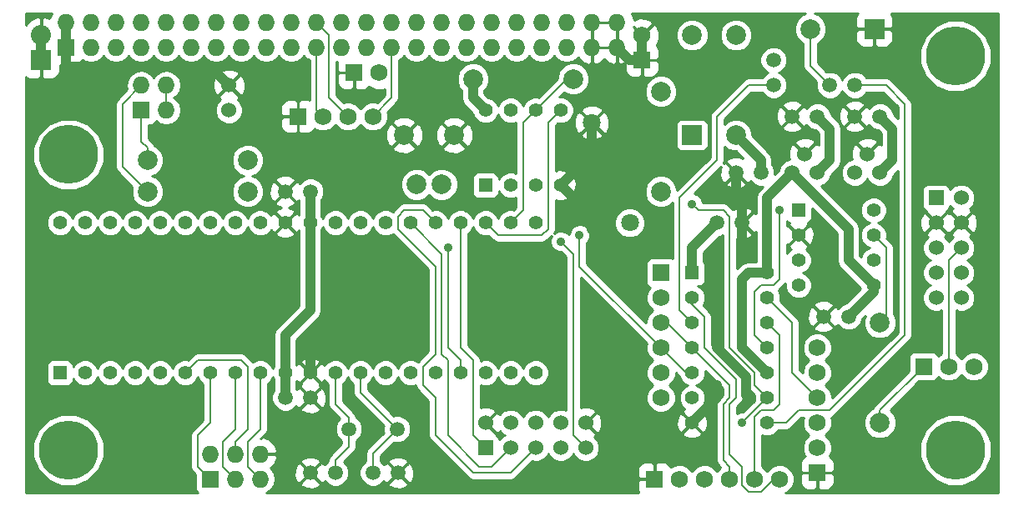
<source format=gtl>
%FSLAX36Y36*%
G04 Gerber Fmt 3.6, Leading zero omitted, Abs format (unit inch)*
G04 Created by KiCad (PCBNEW (2014-jul-16 BZR unknown)-product) date Tue 13 Jan 2015 02:58:16 PM PST*
%MOIN*%
G01*
G04 APERTURE LIST*
%ADD10C,0.003937*%
%ADD11C,0.059100*%
%ADD12C,0.078700*%
%ADD13R,0.078700X0.078700*%
%ADD14C,0.060000*%
%ADD15R,0.068000X0.068000*%
%ADD16C,0.068000*%
%ADD17O,0.068000X0.068000*%
%ADD18R,0.060000X0.060000*%
%ADD19C,0.078740*%
%ADD20R,0.055000X0.055000*%
%ADD21C,0.055000*%
%ADD22R,0.080000X0.080000*%
%ADD23O,0.080000X0.080000*%
%ADD24C,0.236220*%
%ADD25C,0.070866*%
%ADD26C,0.035000*%
%ADD27C,0.008000*%
%ADD28C,0.040000*%
%ADD29C,0.010000*%
G04 APERTURE END LIST*
D10*
D11*
X5200000Y-5800000D03*
X5100000Y-5800000D03*
X5350000Y-5800000D03*
X5450000Y-5800000D03*
X5000000Y-5500000D03*
X5100000Y-5500000D03*
X5100000Y-4675000D03*
X5000000Y-4675000D03*
X7250000Y-5175000D03*
X7150000Y-5175000D03*
X6950000Y-4250000D03*
X6950000Y-4150000D03*
X6725000Y-4800000D03*
X6825000Y-4800000D03*
X7125000Y-4375000D03*
X7025000Y-4375000D03*
D12*
X6625000Y-4050000D03*
D13*
X6625000Y-4450000D03*
D14*
X4775000Y-4350000D03*
X4775000Y-4250000D03*
D15*
X7550000Y-5375000D03*
D16*
X7650000Y-5375000D03*
X7750000Y-5375000D03*
D15*
X4425000Y-4350000D03*
D17*
X4425000Y-4250000D03*
X4525000Y-4350000D03*
X4525000Y-4250000D03*
D18*
X7600000Y-4700000D03*
D14*
X7700000Y-4700000D03*
X7600000Y-4800000D03*
X7700000Y-4800000D03*
X7600000Y-4900000D03*
X7700000Y-4900000D03*
X7600000Y-5000000D03*
X7700000Y-5000000D03*
X7600000Y-5100000D03*
X7700000Y-5100000D03*
D15*
X6475000Y-5825000D03*
D16*
X6575000Y-5825000D03*
X6675000Y-5825000D03*
X6775000Y-5825000D03*
X6875000Y-5825000D03*
X6975000Y-5825000D03*
D15*
X7125000Y-5800000D03*
D16*
X7125000Y-5700000D03*
X7125000Y-5600000D03*
X7125000Y-5500000D03*
X7125000Y-5400000D03*
X7125000Y-5300000D03*
D15*
X4700000Y-5825000D03*
D17*
X4700000Y-5725000D03*
X4800000Y-5825000D03*
X4800000Y-5725000D03*
X4900000Y-5825000D03*
X4900000Y-5725000D03*
D15*
X5050000Y-4375000D03*
D16*
X5150000Y-4375000D03*
X5250000Y-4375000D03*
X5350000Y-4375000D03*
D18*
X5800000Y-5700000D03*
D14*
X5800000Y-5600000D03*
X5900000Y-5700000D03*
X5900000Y-5600000D03*
X6000000Y-5700000D03*
X6000000Y-5600000D03*
X6100000Y-5700000D03*
X6100000Y-5600000D03*
X6200000Y-5700000D03*
X6200000Y-5600000D03*
D15*
X4125000Y-4100000D03*
D17*
X4125000Y-4000000D03*
X4225000Y-4100000D03*
X4225000Y-4000000D03*
X4325000Y-4100000D03*
X4325000Y-4000000D03*
X4425000Y-4100000D03*
X4425000Y-4000000D03*
X4525000Y-4100000D03*
X4525000Y-4000000D03*
X4625000Y-4100000D03*
X4625000Y-4000000D03*
X4725000Y-4100000D03*
X4725000Y-4000000D03*
X4825000Y-4100000D03*
X4825000Y-4000000D03*
X4925000Y-4100000D03*
X4925000Y-4000000D03*
X5025000Y-4100000D03*
X5025000Y-4000000D03*
X5125000Y-4100000D03*
X5125000Y-4000000D03*
X5225000Y-4100000D03*
X5225000Y-4000000D03*
X5325000Y-4100000D03*
X5325000Y-4000000D03*
X5425000Y-4100000D03*
X5425000Y-4000000D03*
X5525000Y-4100000D03*
X5525000Y-4000000D03*
X5625000Y-4100000D03*
X5625000Y-4000000D03*
X5725000Y-4100000D03*
X5725000Y-4000000D03*
X5825000Y-4100000D03*
X5825000Y-4000000D03*
X5925000Y-4100000D03*
X5925000Y-4000000D03*
X6025000Y-4100000D03*
X6025000Y-4000000D03*
X6125000Y-4100000D03*
X6125000Y-4000000D03*
X6225000Y-4100000D03*
X6225000Y-4000000D03*
X6325000Y-4100000D03*
X6325000Y-4000000D03*
D12*
X6800000Y-4050000D03*
X6800000Y-4450000D03*
X4450000Y-4675000D03*
X4850000Y-4675000D03*
X4450000Y-4550000D03*
X4850000Y-4550000D03*
X6500000Y-4275000D03*
X6500000Y-4675000D03*
D13*
X7353000Y-4025000D03*
D12*
X7097000Y-4025000D03*
D11*
X5253900Y-5625000D03*
X5446100Y-5625000D03*
D12*
X6150000Y-4225000D03*
X5750000Y-4225000D03*
D19*
X5625000Y-4646850D03*
X5525000Y-4646850D03*
X5675000Y-4450000D03*
X5475000Y-4450000D03*
D11*
X7375000Y-4375000D03*
X7275000Y-4375000D03*
X7175000Y-4250000D03*
X7275000Y-4250000D03*
D20*
X5800000Y-4650000D03*
D21*
X5900000Y-4650000D03*
X6000000Y-4650000D03*
X6100000Y-4650000D03*
X6100000Y-4350000D03*
X6000000Y-4350000D03*
X5900000Y-4350000D03*
X5800000Y-4350000D03*
D20*
X6625000Y-5000000D03*
D21*
X6625000Y-5100000D03*
X6625000Y-5200000D03*
X6625000Y-5300000D03*
X6625000Y-5400000D03*
X6625000Y-5500000D03*
X6625000Y-5600000D03*
X6925000Y-5600000D03*
X6925000Y-5500000D03*
X6925000Y-5400000D03*
X6925000Y-5300000D03*
X6925000Y-5200000D03*
X6925000Y-5100000D03*
X6925000Y-5000000D03*
D20*
X7050000Y-4750000D03*
D21*
X7050000Y-4850000D03*
X7050000Y-4950000D03*
X7050000Y-5050000D03*
X7350000Y-5050000D03*
X7350000Y-4950000D03*
X7350000Y-4850000D03*
X7350000Y-4750000D03*
D14*
X7275000Y-4600000D03*
X7325000Y-4525000D03*
X7375000Y-4600000D03*
D20*
X4100000Y-5400000D03*
D21*
X4200000Y-5400000D03*
X4300000Y-5400000D03*
X4400000Y-5400000D03*
X4500000Y-5400000D03*
X4600000Y-5400000D03*
X4700000Y-5400000D03*
X4800000Y-5400000D03*
X4900000Y-5400000D03*
X5000000Y-5400000D03*
X5100000Y-5400000D03*
X5200000Y-5400000D03*
X5300000Y-5400000D03*
X5400000Y-5400000D03*
X5500000Y-5400000D03*
X5600000Y-5400000D03*
X5700000Y-5400000D03*
X5800000Y-5400000D03*
X5900000Y-5400000D03*
X6000000Y-5400000D03*
X6000000Y-4800000D03*
X5900000Y-4800000D03*
X5800000Y-4800000D03*
X5700000Y-4800000D03*
X5600000Y-4800000D03*
X5500000Y-4800000D03*
X5400000Y-4800000D03*
X5300000Y-4800000D03*
X5200000Y-4800000D03*
X5100000Y-4800000D03*
X5000000Y-4800000D03*
X4900000Y-4800000D03*
X4800000Y-4800000D03*
X4700000Y-4800000D03*
X4600000Y-4800000D03*
X4500000Y-4800000D03*
X4400000Y-4800000D03*
X4300000Y-4800000D03*
X4200000Y-4800000D03*
X4100000Y-4800000D03*
D12*
X7375000Y-5200000D03*
X7375000Y-5600000D03*
D22*
X4025000Y-4150000D03*
D23*
X4025000Y-4050000D03*
D15*
X6425000Y-4150000D03*
D16*
X6425000Y-4050000D03*
D15*
X5275000Y-4200000D03*
D16*
X5375000Y-4200000D03*
D11*
X6900000Y-4600000D03*
X6800000Y-4600000D03*
D14*
X7025000Y-4600000D03*
X7075000Y-4525000D03*
X7125000Y-4600000D03*
D15*
X6500000Y-5000000D03*
D16*
X6500000Y-5100000D03*
X6500000Y-5200000D03*
X6500000Y-5300000D03*
X6500000Y-5400000D03*
X6500000Y-5500000D03*
D24*
X7677165Y-5708661D03*
X4133858Y-5708661D03*
X7677165Y-4133858D03*
X4133858Y-4527559D03*
D25*
X6375787Y-4800197D03*
X6224213Y-4399803D03*
D26*
X6650000Y-4525000D03*
X6839873Y-5414873D03*
X6725000Y-5200000D03*
X6725000Y-5075000D03*
X6725000Y-4925000D03*
X6825000Y-4925000D03*
X6725000Y-5300000D03*
X6850000Y-5500000D03*
X6725000Y-5450000D03*
X4850000Y-5300000D03*
X4675000Y-5300000D03*
X5100000Y-5300000D03*
X6525000Y-4825000D03*
X6225000Y-5175000D03*
X5900000Y-5175000D03*
X6400000Y-5100000D03*
X6100000Y-4875000D03*
X5650000Y-4900000D03*
X6175000Y-4850000D03*
X6975000Y-4750000D03*
X6625000Y-4725000D03*
X6825000Y-5600000D03*
D27*
X5253900Y-5625000D02*
X5253900Y-5578900D01*
X5200000Y-5525000D02*
X5200000Y-5400000D01*
X5253900Y-5578900D02*
X5200000Y-5525000D01*
X5200000Y-5800000D02*
X5200000Y-5750000D01*
X5253900Y-5696100D02*
X5253900Y-5625000D01*
X5200000Y-5750000D02*
X5253900Y-5696100D01*
D28*
X4775000Y-4250000D02*
X4700000Y-4175000D01*
X4700000Y-4175000D02*
X4125000Y-4175000D01*
X4125000Y-4175000D02*
X4125000Y-4100000D01*
X4025000Y-4050000D02*
X4025000Y-4150000D01*
X4125000Y-4000000D02*
X4125000Y-4100000D01*
X6825000Y-4800000D02*
X6825000Y-4700000D01*
X6800000Y-4675000D02*
X6800000Y-4600000D01*
X6825000Y-4700000D02*
X6800000Y-4675000D01*
X6850000Y-5500000D02*
X6839873Y-5489873D01*
X6839873Y-5489873D02*
X6839873Y-5414873D01*
X6725000Y-5300000D02*
X6725000Y-5200000D01*
X6825000Y-4800000D02*
X6825000Y-4925000D01*
X6725000Y-4925000D02*
X6725000Y-5075000D01*
X6725000Y-5200000D02*
X6725000Y-5075000D01*
X6725000Y-5500000D02*
X6625000Y-5600000D01*
X6725000Y-5500000D02*
X6725000Y-5450000D01*
X6839873Y-5414873D02*
X6725000Y-5300000D01*
X6839873Y-5489873D02*
X6839873Y-5414873D01*
X6375000Y-4150000D02*
X6425000Y-4150000D01*
X6325000Y-4100000D02*
X6375000Y-4150000D01*
X6425000Y-4150000D02*
X6425000Y-4050000D01*
X4850000Y-5300000D02*
X4675000Y-5300000D01*
X5100000Y-5400000D02*
X5100000Y-5300000D01*
X6400000Y-4950000D02*
X6525000Y-4825000D01*
X6400000Y-5100000D02*
X6400000Y-4950000D01*
X6350000Y-4950000D02*
X6225000Y-4825000D01*
X6225000Y-4825000D02*
X6225000Y-4775000D01*
X6225000Y-4775000D02*
X6100000Y-4650000D01*
X6400000Y-4950000D02*
X6350000Y-4950000D01*
X6224213Y-4525787D02*
X6224213Y-4399803D01*
X6100000Y-4650000D02*
X6224213Y-4525787D01*
D27*
X5350000Y-5800000D02*
X5350000Y-5721100D01*
X5350000Y-5721100D02*
X5446100Y-5625000D01*
X5446100Y-5625000D02*
X5300000Y-5478900D01*
X5300000Y-5478900D02*
X5300000Y-5400000D01*
X4900000Y-5825000D02*
X4850000Y-5775000D01*
X4850000Y-5775000D02*
X4850000Y-5675000D01*
X4850000Y-5675000D02*
X4900000Y-5625000D01*
X4900000Y-5625000D02*
X4900000Y-5400000D01*
X7175000Y-4250000D02*
X7097000Y-4172000D01*
X7097000Y-4172000D02*
X7097000Y-4025000D01*
X4525000Y-4350000D02*
X4525000Y-4250000D01*
X7375000Y-5600000D02*
X7375000Y-5550000D01*
X7375000Y-5550000D02*
X7550000Y-5375000D01*
X4450000Y-4550000D02*
X4450000Y-4500000D01*
X4425000Y-4475000D02*
X4425000Y-4350000D01*
X4450000Y-4500000D02*
X4425000Y-4475000D01*
X4450000Y-4675000D02*
X4350000Y-4575000D01*
X4350000Y-4325000D02*
X4425000Y-4250000D01*
X4350000Y-4575000D02*
X4350000Y-4325000D01*
X4700000Y-5825000D02*
X4650000Y-5775000D01*
X4700000Y-5600000D02*
X4700000Y-5400000D01*
X4650000Y-5650000D02*
X4700000Y-5600000D01*
X4650000Y-5775000D02*
X4650000Y-5650000D01*
X4800000Y-5825000D02*
X4750000Y-5775000D01*
X4800000Y-5625000D02*
X4800000Y-5400000D01*
X4750000Y-5675000D02*
X4800000Y-5625000D01*
X4750000Y-5775000D02*
X4750000Y-5675000D01*
X4800000Y-5725000D02*
X4800000Y-5675000D01*
X4650000Y-5350000D02*
X4600000Y-5400000D01*
X4825000Y-5350000D02*
X4650000Y-5350000D01*
X4850000Y-5375000D02*
X4825000Y-5350000D01*
X4850000Y-5625000D02*
X4850000Y-5375000D01*
X4800000Y-5675000D02*
X4850000Y-5625000D01*
X5800000Y-5700000D02*
X5750000Y-5650000D01*
X5700000Y-5300000D02*
X5700000Y-4800000D01*
X5750000Y-5350000D02*
X5700000Y-5300000D01*
X5750000Y-5650000D02*
X5750000Y-5350000D01*
X5500000Y-4800000D02*
X5625000Y-4925000D01*
X5625000Y-4925000D02*
X5625000Y-5325000D01*
X5900000Y-5700000D02*
X5825000Y-5775000D01*
X5650000Y-5350000D02*
X5625000Y-5325000D01*
X5650000Y-5650000D02*
X5650000Y-5350000D01*
X5775000Y-5775000D02*
X5650000Y-5650000D01*
X5825000Y-5775000D02*
X5775000Y-5775000D01*
X5550000Y-5375000D02*
X5600000Y-5325000D01*
X5600000Y-4975000D02*
X5450000Y-4825000D01*
X5600000Y-5325000D02*
X5600000Y-4975000D01*
X5550000Y-4750000D02*
X5600000Y-4800000D01*
X5475000Y-4750000D02*
X5550000Y-4750000D01*
X5450000Y-4775000D02*
X5475000Y-4750000D01*
X5450000Y-4825000D02*
X5450000Y-4775000D01*
X6000000Y-5700000D02*
X5900000Y-5800000D01*
X5550000Y-5450000D02*
X5550000Y-5375000D01*
X5600000Y-5500000D02*
X5550000Y-5450000D01*
X5600000Y-5650000D02*
X5600000Y-5500000D01*
X5750000Y-5800000D02*
X5600000Y-5650000D01*
X5900000Y-5800000D02*
X5750000Y-5800000D01*
X6200000Y-5700000D02*
X6150000Y-5650000D01*
X6150000Y-4925000D02*
X6100000Y-4875000D01*
X6150000Y-5650000D02*
X6150000Y-4925000D01*
X6875000Y-5825000D02*
X6875000Y-5575000D01*
X6975000Y-5250000D02*
X6925000Y-5200000D01*
X6975000Y-5525000D02*
X6975000Y-5250000D01*
X6950000Y-5550000D02*
X6975000Y-5525000D01*
X6900000Y-5550000D02*
X6950000Y-5550000D01*
X6875000Y-5575000D02*
X6900000Y-5550000D01*
X5650000Y-4900000D02*
X5650000Y-5300000D01*
X5700000Y-5350000D02*
X5700000Y-5400000D01*
X5650000Y-5300000D02*
X5700000Y-5350000D01*
X6175000Y-4975000D02*
X6500000Y-5300000D01*
X6175000Y-4850000D02*
X6175000Y-4975000D01*
X6625000Y-5400000D02*
X6600000Y-5400000D01*
X6600000Y-5400000D02*
X6500000Y-5300000D01*
X5150000Y-4375000D02*
X5125000Y-4350000D01*
X5125000Y-4350000D02*
X5125000Y-4100000D01*
X6875000Y-5250000D02*
X6875000Y-5075000D01*
X6875000Y-5075000D02*
X6900000Y-5050000D01*
X6900000Y-5050000D02*
X6950000Y-5050000D01*
X6950000Y-5050000D02*
X6975000Y-5025000D01*
X6975000Y-5025000D02*
X6975000Y-4750000D01*
X6925000Y-5300000D02*
X6875000Y-5250000D01*
X5250000Y-4375000D02*
X5175000Y-4300000D01*
X5175000Y-4050000D02*
X5125000Y-4000000D01*
X5175000Y-4300000D02*
X5175000Y-4050000D01*
X7650000Y-5375000D02*
X7650000Y-4950000D01*
X7650000Y-4950000D02*
X7700000Y-4900000D01*
X7375000Y-5200000D02*
X7400000Y-5175000D01*
X7400000Y-5175000D02*
X7400000Y-4900000D01*
X7400000Y-4900000D02*
X7350000Y-4850000D01*
X6625000Y-5200000D02*
X6575000Y-5150000D01*
X6850000Y-4250000D02*
X6950000Y-4250000D01*
X6725000Y-4375000D02*
X6850000Y-4250000D01*
X6725000Y-4550000D02*
X6725000Y-4375000D01*
X6575000Y-4700000D02*
X6725000Y-4550000D01*
X6575000Y-5150000D02*
X6575000Y-4700000D01*
X6800000Y-5500000D02*
X6800000Y-5425000D01*
X6625000Y-5100000D02*
X6625000Y-5125000D01*
X6625000Y-5125000D02*
X6675000Y-5175000D01*
X6675000Y-5175000D02*
X6675000Y-5300000D01*
X6675000Y-5300000D02*
X6800000Y-5425000D01*
X6975000Y-5825000D02*
X6950000Y-5825000D01*
X6950000Y-5825000D02*
X6900000Y-5875000D01*
X6825000Y-5850000D02*
X6825000Y-5775000D01*
X6850000Y-5875000D02*
X6825000Y-5850000D01*
X6900000Y-5875000D02*
X6850000Y-5875000D01*
X6775000Y-5725000D02*
X6775000Y-5525000D01*
X6775000Y-5525000D02*
X6800000Y-5500000D01*
X6825000Y-5775000D02*
X6775000Y-5725000D01*
X6625000Y-5300000D02*
X6525000Y-5200000D01*
X6525000Y-5200000D02*
X6500000Y-5200000D01*
X6775000Y-5500000D02*
X6775000Y-5450000D01*
X6775000Y-5825000D02*
X6775000Y-5775000D01*
X6775000Y-5450000D02*
X6625000Y-5300000D01*
X6750000Y-5750000D02*
X6750000Y-5525000D01*
X6750000Y-5525000D02*
X6775000Y-5500000D01*
X6775000Y-5775000D02*
X6750000Y-5750000D01*
X7125000Y-5500000D02*
X7025000Y-5400000D01*
X7025000Y-5200000D02*
X6925000Y-5100000D01*
X7025000Y-5400000D02*
X7025000Y-5200000D01*
D28*
X7125000Y-4600000D02*
X7175000Y-4550000D01*
X7175000Y-4425000D02*
X7125000Y-4375000D01*
X7175000Y-4550000D02*
X7175000Y-4425000D01*
D27*
X6925000Y-5600000D02*
X7000000Y-5600000D01*
X7400000Y-4250000D02*
X7275000Y-4250000D01*
X7475000Y-4325000D02*
X7400000Y-4250000D01*
X7475000Y-5250000D02*
X7475000Y-4325000D01*
X7175000Y-5550000D02*
X7475000Y-5250000D01*
X7050000Y-5550000D02*
X7175000Y-5550000D01*
X7000000Y-5600000D02*
X7050000Y-5550000D01*
X6750000Y-4750000D02*
X6650000Y-4750000D01*
X6650000Y-4750000D02*
X6625000Y-4725000D01*
X6875000Y-5450000D02*
X6875000Y-5400000D01*
X6875000Y-5400000D02*
X6775000Y-5300000D01*
X6925000Y-5500000D02*
X6875000Y-5450000D01*
X6775000Y-4775000D02*
X6750000Y-4750000D01*
X6775000Y-5300000D02*
X6775000Y-4775000D01*
X5350000Y-4375000D02*
X5425000Y-4300000D01*
X5425000Y-4300000D02*
X5425000Y-4100000D01*
X6925000Y-5500000D02*
X6825000Y-5600000D01*
X5800000Y-4800000D02*
X5850000Y-4850000D01*
X6050000Y-4400000D02*
X6100000Y-4350000D01*
X6050000Y-4825000D02*
X6050000Y-4400000D01*
X6025000Y-4850000D02*
X6050000Y-4825000D01*
X5850000Y-4850000D02*
X6025000Y-4850000D01*
X5900000Y-4800000D02*
X5950000Y-4750000D01*
X5950000Y-4400000D02*
X6000000Y-4350000D01*
X5950000Y-4750000D02*
X5950000Y-4400000D01*
X6000000Y-4350000D02*
X6125000Y-4225000D01*
X6125000Y-4225000D02*
X6150000Y-4225000D01*
D28*
X7375000Y-4600000D02*
X7425000Y-4550000D01*
X7425000Y-4425000D02*
X7375000Y-4375000D01*
X7425000Y-4475000D02*
X7425000Y-4425000D01*
X7425000Y-4550000D02*
X7425000Y-4475000D01*
X6925000Y-5000000D02*
X6850000Y-5000000D01*
X6825000Y-5025000D02*
X6825000Y-5300000D01*
X6850000Y-5000000D02*
X6825000Y-5025000D01*
X6925000Y-5400000D02*
X6825000Y-5300000D01*
X6900000Y-4600000D02*
X6900000Y-4550000D01*
X6900000Y-4550000D02*
X6800000Y-4450000D01*
X5000000Y-5500000D02*
X5000000Y-5400000D01*
X5000000Y-5400000D02*
X5000000Y-5250000D01*
X5100000Y-5150000D02*
X5100000Y-4800000D01*
X5000000Y-5250000D02*
X5100000Y-5150000D01*
X5100000Y-4675000D02*
X5100000Y-4800000D01*
X5800000Y-4350000D02*
X5750000Y-4300000D01*
X5750000Y-4300000D02*
X5750000Y-4225000D01*
X6625000Y-5000000D02*
X6625000Y-4900000D01*
X6625000Y-4900000D02*
X6725000Y-4800000D01*
X6925000Y-5000000D02*
X6925000Y-4700000D01*
X6925000Y-4700000D02*
X7025000Y-4600000D01*
X7250000Y-5175000D02*
X7350000Y-5075000D01*
X7350000Y-5075000D02*
X7350000Y-5050000D01*
X7350000Y-5050000D02*
X7250000Y-4950000D01*
X7250000Y-4825000D02*
X7025000Y-4600000D01*
X7250000Y-4950000D02*
X7250000Y-4825000D01*
D29*
G36*
X5376971Y-4200557D02*
X5375557Y-4201971D01*
X5375000Y-4201414D01*
X5374443Y-4201971D01*
X5373029Y-4200557D01*
X5373586Y-4200000D01*
X5373029Y-4199443D01*
X5374443Y-4198029D01*
X5375000Y-4198586D01*
X5375557Y-4198029D01*
X5376971Y-4199443D01*
X5376414Y-4200000D01*
X5376971Y-4200557D01*
X5376971Y-4200557D01*
G37*
X5376971Y-4200557D02*
X5375557Y-4201971D01*
X5375000Y-4201414D01*
X5374443Y-4201971D01*
X5373029Y-4200557D01*
X5373586Y-4200000D01*
X5373029Y-4199443D01*
X5374443Y-4198029D01*
X5375000Y-4198586D01*
X5375557Y-4198029D01*
X5376971Y-4199443D01*
X5376414Y-4200000D01*
X5376971Y-4200557D01*
G36*
X5396000Y-4287988D02*
X5366161Y-4317826D01*
X5361787Y-4316010D01*
X5338316Y-4315990D01*
X5316623Y-4324953D01*
X5300011Y-4341536D01*
X5299996Y-4341572D01*
X5283464Y-4325011D01*
X5274000Y-4321081D01*
X5274000Y-4260250D01*
X5274000Y-4201000D01*
X5214750Y-4201000D01*
X5206000Y-4209750D01*
X5206000Y-4227038D01*
X5206000Y-4240962D01*
X5211328Y-4253826D01*
X5221174Y-4263672D01*
X5234038Y-4269000D01*
X5265250Y-4269000D01*
X5274000Y-4260250D01*
X5274000Y-4321081D01*
X5261787Y-4316010D01*
X5238316Y-4315990D01*
X5233848Y-4317836D01*
X5204000Y-4287988D01*
X5204000Y-4155053D01*
X5207373Y-4155724D01*
X5206000Y-4159038D01*
X5206000Y-4172962D01*
X5206000Y-4190250D01*
X5214750Y-4199000D01*
X5274000Y-4199000D01*
X5274000Y-4198213D01*
X5276000Y-4198213D01*
X5276000Y-4199000D01*
X5276787Y-4199000D01*
X5276787Y-4201000D01*
X5276000Y-4201000D01*
X5276000Y-4260250D01*
X5284750Y-4269000D01*
X5315962Y-4269000D01*
X5328826Y-4263672D01*
X5334834Y-4257663D01*
X5359551Y-4268634D01*
X5386992Y-4269322D01*
X5396000Y-4265853D01*
X5396000Y-4287988D01*
X5396000Y-4287988D01*
G37*
X5396000Y-4287988D02*
X5366161Y-4317826D01*
X5361787Y-4316010D01*
X5338316Y-4315990D01*
X5316623Y-4324953D01*
X5300011Y-4341536D01*
X5299996Y-4341572D01*
X5283464Y-4325011D01*
X5274000Y-4321081D01*
X5274000Y-4260250D01*
X5274000Y-4201000D01*
X5214750Y-4201000D01*
X5206000Y-4209750D01*
X5206000Y-4227038D01*
X5206000Y-4240962D01*
X5211328Y-4253826D01*
X5221174Y-4263672D01*
X5234038Y-4269000D01*
X5265250Y-4269000D01*
X5274000Y-4260250D01*
X5274000Y-4321081D01*
X5261787Y-4316010D01*
X5238316Y-4315990D01*
X5233848Y-4317836D01*
X5204000Y-4287988D01*
X5204000Y-4155053D01*
X5207373Y-4155724D01*
X5206000Y-4159038D01*
X5206000Y-4172962D01*
X5206000Y-4190250D01*
X5214750Y-4199000D01*
X5274000Y-4199000D01*
X5274000Y-4198213D01*
X5276000Y-4198213D01*
X5276000Y-4199000D01*
X5276787Y-4199000D01*
X5276787Y-4201000D01*
X5276000Y-4201000D01*
X5276000Y-4260250D01*
X5284750Y-4269000D01*
X5315962Y-4269000D01*
X5328826Y-4263672D01*
X5334834Y-4257663D01*
X5359551Y-4268634D01*
X5386992Y-4269322D01*
X5396000Y-4265853D01*
X5396000Y-4287988D01*
G36*
X6121000Y-5549167D02*
X6110988Y-5545010D01*
X6089108Y-5544990D01*
X6068886Y-5553346D01*
X6053400Y-5568804D01*
X6050002Y-5576989D01*
X6046654Y-5568886D01*
X6031196Y-5553400D01*
X6010988Y-5545010D01*
X5989108Y-5544990D01*
X5968886Y-5553346D01*
X5953400Y-5568804D01*
X5950002Y-5576989D01*
X5946654Y-5568886D01*
X5931196Y-5553400D01*
X5910988Y-5545010D01*
X5889108Y-5544990D01*
X5868886Y-5553346D01*
X5856454Y-5565756D01*
X5855978Y-5564524D01*
X5854198Y-5561859D01*
X5841376Y-5560038D01*
X5801414Y-5600000D01*
X5841376Y-5639962D01*
X5854198Y-5638141D01*
X5856092Y-5633865D01*
X5868804Y-5646600D01*
X5876989Y-5649998D01*
X5868886Y-5653346D01*
X5855000Y-5667208D01*
X5855000Y-5665027D01*
X5851194Y-5655839D01*
X5844161Y-5648806D01*
X5839199Y-5646750D01*
X5839962Y-5641376D01*
X5800000Y-5601414D01*
X5799443Y-5601971D01*
X5798029Y-5600557D01*
X5798586Y-5600000D01*
X5798029Y-5599443D01*
X5799443Y-5598029D01*
X5800000Y-5598586D01*
X5839962Y-5558624D01*
X5838141Y-5545802D01*
X5814497Y-5535332D01*
X5788646Y-5534706D01*
X5779000Y-5538431D01*
X5779000Y-5448126D01*
X5789511Y-5452491D01*
X5810397Y-5452509D01*
X5829700Y-5444533D01*
X5844481Y-5429778D01*
X5850004Y-5416478D01*
X5855467Y-5429700D01*
X5870222Y-5444481D01*
X5889511Y-5452491D01*
X5910397Y-5452509D01*
X5929700Y-5444533D01*
X5944481Y-5429778D01*
X5950004Y-5416478D01*
X5955467Y-5429700D01*
X5970222Y-5444481D01*
X5989511Y-5452491D01*
X6010397Y-5452509D01*
X6029700Y-5444533D01*
X6044481Y-5429778D01*
X6052491Y-5410489D01*
X6052509Y-5389603D01*
X6044533Y-5370300D01*
X6029778Y-5355519D01*
X6010489Y-5347509D01*
X5989603Y-5347491D01*
X5970300Y-5355467D01*
X5955519Y-5370222D01*
X5949996Y-5383521D01*
X5944533Y-5370300D01*
X5929778Y-5355519D01*
X5910489Y-5347509D01*
X5889603Y-5347491D01*
X5870300Y-5355467D01*
X5855519Y-5370222D01*
X5849996Y-5383521D01*
X5844533Y-5370300D01*
X5829778Y-5355519D01*
X5810489Y-5347509D01*
X5789603Y-5347491D01*
X5779000Y-5351872D01*
X5779000Y-5350000D01*
X5776793Y-5338902D01*
X5770506Y-5329494D01*
X5729000Y-5287988D01*
X5729000Y-4844823D01*
X5729700Y-4844533D01*
X5744481Y-4829778D01*
X5750004Y-4816478D01*
X5755467Y-4829700D01*
X5770222Y-4844481D01*
X5789511Y-4852491D01*
X5810397Y-4852509D01*
X5811175Y-4852188D01*
X5829494Y-4870506D01*
X5838902Y-4876793D01*
X5850000Y-4879000D01*
X6025000Y-4879000D01*
X6036098Y-4876793D01*
X6045506Y-4870506D01*
X6063191Y-4852821D01*
X6057507Y-4866509D01*
X6057493Y-4883417D01*
X6063949Y-4899043D01*
X6075894Y-4911009D01*
X6091509Y-4917493D01*
X6101489Y-4917501D01*
X6121000Y-4937012D01*
X6121000Y-5549167D01*
X6121000Y-5549167D01*
G37*
X6121000Y-5549167D02*
X6110988Y-5545010D01*
X6089108Y-5544990D01*
X6068886Y-5553346D01*
X6053400Y-5568804D01*
X6050002Y-5576989D01*
X6046654Y-5568886D01*
X6031196Y-5553400D01*
X6010988Y-5545010D01*
X5989108Y-5544990D01*
X5968886Y-5553346D01*
X5953400Y-5568804D01*
X5950002Y-5576989D01*
X5946654Y-5568886D01*
X5931196Y-5553400D01*
X5910988Y-5545010D01*
X5889108Y-5544990D01*
X5868886Y-5553346D01*
X5856454Y-5565756D01*
X5855978Y-5564524D01*
X5854198Y-5561859D01*
X5841376Y-5560038D01*
X5801414Y-5600000D01*
X5841376Y-5639962D01*
X5854198Y-5638141D01*
X5856092Y-5633865D01*
X5868804Y-5646600D01*
X5876989Y-5649998D01*
X5868886Y-5653346D01*
X5855000Y-5667208D01*
X5855000Y-5665027D01*
X5851194Y-5655839D01*
X5844161Y-5648806D01*
X5839199Y-5646750D01*
X5839962Y-5641376D01*
X5800000Y-5601414D01*
X5799443Y-5601971D01*
X5798029Y-5600557D01*
X5798586Y-5600000D01*
X5798029Y-5599443D01*
X5799443Y-5598029D01*
X5800000Y-5598586D01*
X5839962Y-5558624D01*
X5838141Y-5545802D01*
X5814497Y-5535332D01*
X5788646Y-5534706D01*
X5779000Y-5538431D01*
X5779000Y-5448126D01*
X5789511Y-5452491D01*
X5810397Y-5452509D01*
X5829700Y-5444533D01*
X5844481Y-5429778D01*
X5850004Y-5416478D01*
X5855467Y-5429700D01*
X5870222Y-5444481D01*
X5889511Y-5452491D01*
X5910397Y-5452509D01*
X5929700Y-5444533D01*
X5944481Y-5429778D01*
X5950004Y-5416478D01*
X5955467Y-5429700D01*
X5970222Y-5444481D01*
X5989511Y-5452491D01*
X6010397Y-5452509D01*
X6029700Y-5444533D01*
X6044481Y-5429778D01*
X6052491Y-5410489D01*
X6052509Y-5389603D01*
X6044533Y-5370300D01*
X6029778Y-5355519D01*
X6010489Y-5347509D01*
X5989603Y-5347491D01*
X5970300Y-5355467D01*
X5955519Y-5370222D01*
X5949996Y-5383521D01*
X5944533Y-5370300D01*
X5929778Y-5355519D01*
X5910489Y-5347509D01*
X5889603Y-5347491D01*
X5870300Y-5355467D01*
X5855519Y-5370222D01*
X5849996Y-5383521D01*
X5844533Y-5370300D01*
X5829778Y-5355519D01*
X5810489Y-5347509D01*
X5789603Y-5347491D01*
X5779000Y-5351872D01*
X5779000Y-5350000D01*
X5776793Y-5338902D01*
X5770506Y-5329494D01*
X5729000Y-5287988D01*
X5729000Y-4844823D01*
X5729700Y-4844533D01*
X5744481Y-4829778D01*
X5750004Y-4816478D01*
X5755467Y-4829700D01*
X5770222Y-4844481D01*
X5789511Y-4852491D01*
X5810397Y-4852509D01*
X5811175Y-4852188D01*
X5829494Y-4870506D01*
X5838902Y-4876793D01*
X5850000Y-4879000D01*
X6025000Y-4879000D01*
X6036098Y-4876793D01*
X6045506Y-4870506D01*
X6063191Y-4852821D01*
X6057507Y-4866509D01*
X6057493Y-4883417D01*
X6063949Y-4899043D01*
X6075894Y-4911009D01*
X6091509Y-4917493D01*
X6101489Y-4917501D01*
X6121000Y-4937012D01*
X6121000Y-5549167D01*
G36*
X6746000Y-5487988D02*
X6729494Y-5504494D01*
X6723207Y-5513902D01*
X6721000Y-5525000D01*
X6721000Y-5750000D01*
X6723207Y-5761098D01*
X6729494Y-5770506D01*
X6737778Y-5778791D01*
X6725011Y-5791536D01*
X6724996Y-5791572D01*
X6708464Y-5775011D01*
X6687776Y-5766421D01*
X6687776Y-5589045D01*
X6678805Y-5565855D01*
X6677136Y-5563357D01*
X6664573Y-5561841D01*
X6626414Y-5600000D01*
X6664573Y-5638159D01*
X6677136Y-5636643D01*
X6687190Y-5613902D01*
X6687776Y-5589045D01*
X6687776Y-5766421D01*
X6686787Y-5766010D01*
X6663316Y-5765990D01*
X6663159Y-5766054D01*
X6663159Y-5639573D01*
X6625000Y-5601414D01*
X6623586Y-5602828D01*
X6623586Y-5600000D01*
X6585427Y-5561841D01*
X6572864Y-5563357D01*
X6562810Y-5586098D01*
X6562224Y-5610955D01*
X6571195Y-5634145D01*
X6572864Y-5636643D01*
X6585427Y-5638159D01*
X6623586Y-5600000D01*
X6623586Y-5602828D01*
X6586841Y-5639573D01*
X6588357Y-5652136D01*
X6611098Y-5662190D01*
X6635955Y-5662776D01*
X6659145Y-5653805D01*
X6661643Y-5652136D01*
X6663159Y-5639573D01*
X6663159Y-5766054D01*
X6641623Y-5774953D01*
X6625011Y-5791536D01*
X6624996Y-5791572D01*
X6608464Y-5775011D01*
X6586787Y-5766010D01*
X6563316Y-5765990D01*
X6541623Y-5774953D01*
X6540642Y-5775932D01*
X6538672Y-5771174D01*
X6528826Y-5761328D01*
X6515962Y-5756000D01*
X6484750Y-5756000D01*
X6476000Y-5764750D01*
X6476000Y-5824000D01*
X6476787Y-5824000D01*
X6476787Y-5826000D01*
X6476000Y-5826000D01*
X6476000Y-5826787D01*
X6474000Y-5826787D01*
X6474000Y-5826000D01*
X6474000Y-5824000D01*
X6474000Y-5764750D01*
X6465250Y-5756000D01*
X6434038Y-5756000D01*
X6421174Y-5761328D01*
X6411328Y-5771174D01*
X6406000Y-5784038D01*
X6406000Y-5797962D01*
X6406000Y-5815250D01*
X6414750Y-5824000D01*
X6474000Y-5824000D01*
X6474000Y-5826000D01*
X6414750Y-5826000D01*
X6406000Y-5834750D01*
X6406000Y-5852038D01*
X6406000Y-5865962D01*
X6411328Y-5878826D01*
X6412030Y-5879528D01*
X6265294Y-5879528D01*
X6265294Y-5588646D01*
X6255978Y-5564524D01*
X6254198Y-5561859D01*
X6241376Y-5560038D01*
X6201414Y-5600000D01*
X6241376Y-5639962D01*
X6254198Y-5638141D01*
X6264668Y-5614497D01*
X6265294Y-5588646D01*
X6265294Y-5879528D01*
X5514840Y-5879528D01*
X5514840Y-5788718D01*
X5505587Y-5764763D01*
X5503827Y-5762129D01*
X5491052Y-5760363D01*
X5489637Y-5761777D01*
X5489637Y-5758948D01*
X5487871Y-5746173D01*
X5464390Y-5735778D01*
X5438718Y-5735160D01*
X5414763Y-5744413D01*
X5412129Y-5746173D01*
X5410363Y-5758948D01*
X5450000Y-5798586D01*
X5489637Y-5758948D01*
X5489637Y-5761777D01*
X5451414Y-5800000D01*
X5491052Y-5839637D01*
X5503827Y-5837871D01*
X5514222Y-5814390D01*
X5514840Y-5788718D01*
X5514840Y-5879528D01*
X5489637Y-5879528D01*
X5489637Y-5841052D01*
X5450000Y-5801414D01*
X5410363Y-5841052D01*
X5412129Y-5853827D01*
X5435610Y-5864222D01*
X5461282Y-5864840D01*
X5485237Y-5855587D01*
X5487871Y-5853827D01*
X5489637Y-5841052D01*
X5489637Y-5879528D01*
X5139637Y-5879528D01*
X5139637Y-5841052D01*
X5100000Y-5801414D01*
X5098586Y-5802828D01*
X5098586Y-5800000D01*
X5058948Y-5760363D01*
X5046173Y-5762129D01*
X5035778Y-5785610D01*
X5035160Y-5811282D01*
X5044413Y-5835237D01*
X5046173Y-5837871D01*
X5058948Y-5839637D01*
X5098586Y-5800000D01*
X5098586Y-5802828D01*
X5060363Y-5841052D01*
X5062129Y-5853827D01*
X5085610Y-5864222D01*
X5111282Y-5864840D01*
X5135237Y-5855587D01*
X5137871Y-5853827D01*
X5139637Y-5841052D01*
X5139637Y-5879528D01*
X4923640Y-5879528D01*
X4923734Y-5879509D01*
X4942875Y-5866719D01*
X4955665Y-5847578D01*
X4960156Y-5825000D01*
X4955665Y-5802422D01*
X4942875Y-5783281D01*
X4939380Y-5780945D01*
X4956404Y-5764744D01*
X4967320Y-5740134D01*
X4967987Y-5736781D01*
X4960242Y-5726000D01*
X4901000Y-5726000D01*
X4901000Y-5726787D01*
X4899000Y-5726787D01*
X4899000Y-5726000D01*
X4898213Y-5726000D01*
X4898213Y-5724000D01*
X4899000Y-5724000D01*
X4899000Y-5723213D01*
X4901000Y-5723213D01*
X4901000Y-5724000D01*
X4960242Y-5724000D01*
X4967987Y-5713219D01*
X4967320Y-5709866D01*
X4956404Y-5685256D01*
X4936901Y-5666696D01*
X4911781Y-5657013D01*
X4901905Y-5664107D01*
X4920506Y-5645506D01*
X4926793Y-5636098D01*
X4929000Y-5625000D01*
X4929000Y-5444823D01*
X4929700Y-5444533D01*
X4944481Y-5429778D01*
X4950004Y-5416478D01*
X4955000Y-5428571D01*
X4955000Y-5467843D01*
X4953782Y-5469060D01*
X4945459Y-5489102D01*
X4945441Y-5510803D01*
X4953728Y-5530860D01*
X4969060Y-5546218D01*
X4989102Y-5554541D01*
X5010803Y-5554559D01*
X5030860Y-5546272D01*
X5043718Y-5533437D01*
X5044413Y-5535237D01*
X5046173Y-5537871D01*
X5058948Y-5539637D01*
X5098586Y-5500000D01*
X5058948Y-5460363D01*
X5046173Y-5462129D01*
X5045000Y-5464779D01*
X5045000Y-5431055D01*
X5046195Y-5434145D01*
X5047864Y-5436643D01*
X5060427Y-5438159D01*
X5098586Y-5400000D01*
X5060427Y-5361841D01*
X5047864Y-5363357D01*
X5045000Y-5369836D01*
X5045000Y-5268640D01*
X5131820Y-5181820D01*
X5141575Y-5167221D01*
X5145000Y-5150000D01*
X5145000Y-4828529D01*
X5150004Y-4816478D01*
X5155467Y-4829700D01*
X5170222Y-4844481D01*
X5189511Y-4852491D01*
X5210397Y-4852509D01*
X5229700Y-4844533D01*
X5244481Y-4829778D01*
X5250004Y-4816478D01*
X5255467Y-4829700D01*
X5270222Y-4844481D01*
X5289511Y-4852491D01*
X5310397Y-4852509D01*
X5329700Y-4844533D01*
X5344481Y-4829778D01*
X5350004Y-4816478D01*
X5355467Y-4829700D01*
X5370222Y-4844481D01*
X5389511Y-4852491D01*
X5410397Y-4852509D01*
X5429029Y-4844810D01*
X5429494Y-4845506D01*
X5571000Y-4987012D01*
X5571000Y-5312988D01*
X5529494Y-5354494D01*
X5529020Y-5355204D01*
X5510489Y-5347509D01*
X5489603Y-5347491D01*
X5470300Y-5355467D01*
X5455519Y-5370222D01*
X5449996Y-5383521D01*
X5444533Y-5370300D01*
X5429778Y-5355519D01*
X5410489Y-5347509D01*
X5389603Y-5347491D01*
X5370300Y-5355467D01*
X5355519Y-5370222D01*
X5349996Y-5383521D01*
X5344533Y-5370300D01*
X5329778Y-5355519D01*
X5310489Y-5347509D01*
X5289603Y-5347491D01*
X5270300Y-5355467D01*
X5255519Y-5370222D01*
X5249996Y-5383521D01*
X5244533Y-5370300D01*
X5229778Y-5355519D01*
X5210489Y-5347509D01*
X5189603Y-5347491D01*
X5170300Y-5355467D01*
X5155519Y-5370222D01*
X5155506Y-5370253D01*
X5153805Y-5365855D01*
X5152136Y-5363357D01*
X5139573Y-5361841D01*
X5138159Y-5363255D01*
X5138159Y-5360427D01*
X5136643Y-5347864D01*
X5113902Y-5337810D01*
X5089045Y-5337224D01*
X5065855Y-5346195D01*
X5063357Y-5347864D01*
X5061841Y-5360427D01*
X5100000Y-5398586D01*
X5138159Y-5360427D01*
X5138159Y-5363255D01*
X5101414Y-5400000D01*
X5139573Y-5438159D01*
X5152136Y-5436643D01*
X5155340Y-5429394D01*
X5155467Y-5429700D01*
X5170222Y-5444481D01*
X5171000Y-5444804D01*
X5171000Y-5525000D01*
X5173207Y-5536098D01*
X5179494Y-5545506D01*
X5217873Y-5583886D01*
X5207682Y-5594060D01*
X5199359Y-5614102D01*
X5199341Y-5635803D01*
X5207628Y-5655860D01*
X5222960Y-5671218D01*
X5224900Y-5672024D01*
X5224900Y-5684088D01*
X5179494Y-5729494D01*
X5173207Y-5738902D01*
X5171000Y-5750000D01*
X5171000Y-5752959D01*
X5169140Y-5753728D01*
X5164840Y-5758020D01*
X5164840Y-5488718D01*
X5155587Y-5464763D01*
X5153827Y-5462129D01*
X5141052Y-5460363D01*
X5139637Y-5461777D01*
X5139637Y-5458948D01*
X5137871Y-5446173D01*
X5137388Y-5445959D01*
X5138159Y-5439573D01*
X5100000Y-5401414D01*
X5061841Y-5439573D01*
X5062599Y-5445859D01*
X5062129Y-5446173D01*
X5060363Y-5458948D01*
X5100000Y-5498586D01*
X5139637Y-5458948D01*
X5139637Y-5461777D01*
X5101414Y-5500000D01*
X5141052Y-5539637D01*
X5153827Y-5537871D01*
X5164222Y-5514390D01*
X5164840Y-5488718D01*
X5164840Y-5758020D01*
X5156282Y-5766563D01*
X5155587Y-5764763D01*
X5153827Y-5762129D01*
X5141052Y-5760363D01*
X5139637Y-5761777D01*
X5139637Y-5758948D01*
X5139637Y-5541052D01*
X5100000Y-5501414D01*
X5060363Y-5541052D01*
X5062129Y-5553827D01*
X5085610Y-5564222D01*
X5111282Y-5564840D01*
X5135237Y-5555587D01*
X5137871Y-5553827D01*
X5139637Y-5541052D01*
X5139637Y-5758948D01*
X5137871Y-5746173D01*
X5114390Y-5735778D01*
X5088718Y-5735160D01*
X5064763Y-5744413D01*
X5062129Y-5746173D01*
X5060363Y-5758948D01*
X5100000Y-5798586D01*
X5139637Y-5758948D01*
X5139637Y-5761777D01*
X5101414Y-5800000D01*
X5141052Y-5839637D01*
X5153827Y-5837871D01*
X5155947Y-5833083D01*
X5169060Y-5846218D01*
X5189102Y-5854541D01*
X5210803Y-5854559D01*
X5230860Y-5846272D01*
X5246218Y-5830940D01*
X5254541Y-5810898D01*
X5254559Y-5789197D01*
X5246272Y-5769140D01*
X5234083Y-5756929D01*
X5274406Y-5716606D01*
X5280693Y-5707198D01*
X5282900Y-5696100D01*
X5282900Y-5672041D01*
X5284760Y-5671272D01*
X5300118Y-5655940D01*
X5308441Y-5635898D01*
X5308459Y-5614197D01*
X5300172Y-5594140D01*
X5284840Y-5578782D01*
X5282700Y-5577893D01*
X5280693Y-5567802D01*
X5274406Y-5558394D01*
X5229000Y-5512988D01*
X5229000Y-5444823D01*
X5229700Y-5444533D01*
X5244481Y-5429778D01*
X5250004Y-5416478D01*
X5255467Y-5429700D01*
X5270222Y-5444481D01*
X5271000Y-5444804D01*
X5271000Y-5478900D01*
X5273207Y-5489998D01*
X5279494Y-5499406D01*
X5392331Y-5612243D01*
X5391559Y-5614102D01*
X5391541Y-5635803D01*
X5392343Y-5637745D01*
X5329494Y-5700594D01*
X5323207Y-5710002D01*
X5321000Y-5721100D01*
X5321000Y-5752959D01*
X5319140Y-5753728D01*
X5303782Y-5769060D01*
X5295459Y-5789102D01*
X5295441Y-5810803D01*
X5303728Y-5830860D01*
X5319060Y-5846218D01*
X5339102Y-5854541D01*
X5360803Y-5854559D01*
X5380860Y-5846272D01*
X5393718Y-5833437D01*
X5394413Y-5835237D01*
X5396173Y-5837871D01*
X5408948Y-5839637D01*
X5448586Y-5800000D01*
X5408948Y-5760363D01*
X5396173Y-5762129D01*
X5394053Y-5766917D01*
X5380940Y-5753782D01*
X5379000Y-5752976D01*
X5379000Y-5733112D01*
X5433343Y-5678769D01*
X5435202Y-5679541D01*
X5456903Y-5679559D01*
X5476960Y-5671272D01*
X5492318Y-5655940D01*
X5500641Y-5635898D01*
X5500659Y-5614197D01*
X5492372Y-5594140D01*
X5477040Y-5578782D01*
X5456998Y-5570459D01*
X5435297Y-5570441D01*
X5433355Y-5571243D01*
X5329000Y-5466888D01*
X5329000Y-5444823D01*
X5329700Y-5444533D01*
X5344481Y-5429778D01*
X5350004Y-5416478D01*
X5355467Y-5429700D01*
X5370222Y-5444481D01*
X5389511Y-5452491D01*
X5410397Y-5452509D01*
X5429700Y-5444533D01*
X5444481Y-5429778D01*
X5450004Y-5416478D01*
X5455467Y-5429700D01*
X5470222Y-5444481D01*
X5489511Y-5452491D01*
X5510397Y-5452509D01*
X5521000Y-5448128D01*
X5521000Y-5450000D01*
X5523207Y-5461098D01*
X5529494Y-5470506D01*
X5571000Y-5512012D01*
X5571000Y-5650000D01*
X5573207Y-5661098D01*
X5579494Y-5670506D01*
X5729494Y-5820506D01*
X5738902Y-5826793D01*
X5738902Y-5826793D01*
X5750000Y-5829000D01*
X5900000Y-5829000D01*
X5911098Y-5826793D01*
X5920506Y-5820506D01*
X5986899Y-5754113D01*
X5989012Y-5754990D01*
X6010892Y-5755010D01*
X6031114Y-5746654D01*
X6046600Y-5731196D01*
X6049998Y-5723011D01*
X6053346Y-5731114D01*
X6068804Y-5746600D01*
X6089012Y-5754990D01*
X6110892Y-5755010D01*
X6131114Y-5746654D01*
X6146600Y-5731196D01*
X6149998Y-5723011D01*
X6153346Y-5731114D01*
X6168804Y-5746600D01*
X6189012Y-5754990D01*
X6210892Y-5755010D01*
X6231114Y-5746654D01*
X6246600Y-5731196D01*
X6254990Y-5710988D01*
X6255010Y-5689108D01*
X6246654Y-5668886D01*
X6234244Y-5656454D01*
X6235476Y-5655978D01*
X6238141Y-5654198D01*
X6239962Y-5641376D01*
X6200000Y-5601414D01*
X6199443Y-5601971D01*
X6198029Y-5600557D01*
X6198586Y-5600000D01*
X6198029Y-5599443D01*
X6199443Y-5598029D01*
X6200000Y-5598586D01*
X6239962Y-5558624D01*
X6238141Y-5545802D01*
X6214497Y-5535332D01*
X6188646Y-5534706D01*
X6179000Y-5538431D01*
X6179000Y-5020012D01*
X6442826Y-5283839D01*
X6441010Y-5288213D01*
X6440990Y-5311684D01*
X6449953Y-5333377D01*
X6466536Y-5349989D01*
X6466572Y-5350004D01*
X6450011Y-5366536D01*
X6441010Y-5388213D01*
X6440990Y-5411684D01*
X6449953Y-5433377D01*
X6466536Y-5449989D01*
X6466572Y-5450004D01*
X6450011Y-5466536D01*
X6441010Y-5488213D01*
X6440990Y-5511684D01*
X6449953Y-5533377D01*
X6466536Y-5549989D01*
X6488213Y-5558990D01*
X6511684Y-5559010D01*
X6533377Y-5550047D01*
X6549989Y-5533464D01*
X6558990Y-5511787D01*
X6559010Y-5488316D01*
X6550047Y-5466623D01*
X6533464Y-5450011D01*
X6533428Y-5449996D01*
X6549989Y-5433464D01*
X6558990Y-5411787D01*
X6559000Y-5400012D01*
X6574678Y-5415690D01*
X6580467Y-5429700D01*
X6595222Y-5444481D01*
X6608521Y-5450004D01*
X6595300Y-5455467D01*
X6580519Y-5470222D01*
X6572509Y-5489511D01*
X6572491Y-5510397D01*
X6580467Y-5529700D01*
X6595222Y-5544481D01*
X6595253Y-5544494D01*
X6590855Y-5546195D01*
X6588357Y-5547864D01*
X6586841Y-5560427D01*
X6625000Y-5598586D01*
X6663159Y-5560427D01*
X6661643Y-5547864D01*
X6654394Y-5544660D01*
X6654700Y-5544533D01*
X6669481Y-5529778D01*
X6677491Y-5510489D01*
X6677509Y-5489603D01*
X6669533Y-5470300D01*
X6654778Y-5455519D01*
X6641478Y-5449996D01*
X6654700Y-5444533D01*
X6669481Y-5429778D01*
X6677491Y-5410489D01*
X6677506Y-5393518D01*
X6746000Y-5462012D01*
X6746000Y-5487988D01*
X6746000Y-5487988D01*
G37*
X6746000Y-5487988D02*
X6729494Y-5504494D01*
X6723207Y-5513902D01*
X6721000Y-5525000D01*
X6721000Y-5750000D01*
X6723207Y-5761098D01*
X6729494Y-5770506D01*
X6737778Y-5778791D01*
X6725011Y-5791536D01*
X6724996Y-5791572D01*
X6708464Y-5775011D01*
X6687776Y-5766421D01*
X6687776Y-5589045D01*
X6678805Y-5565855D01*
X6677136Y-5563357D01*
X6664573Y-5561841D01*
X6626414Y-5600000D01*
X6664573Y-5638159D01*
X6677136Y-5636643D01*
X6687190Y-5613902D01*
X6687776Y-5589045D01*
X6687776Y-5766421D01*
X6686787Y-5766010D01*
X6663316Y-5765990D01*
X6663159Y-5766054D01*
X6663159Y-5639573D01*
X6625000Y-5601414D01*
X6623586Y-5602828D01*
X6623586Y-5600000D01*
X6585427Y-5561841D01*
X6572864Y-5563357D01*
X6562810Y-5586098D01*
X6562224Y-5610955D01*
X6571195Y-5634145D01*
X6572864Y-5636643D01*
X6585427Y-5638159D01*
X6623586Y-5600000D01*
X6623586Y-5602828D01*
X6586841Y-5639573D01*
X6588357Y-5652136D01*
X6611098Y-5662190D01*
X6635955Y-5662776D01*
X6659145Y-5653805D01*
X6661643Y-5652136D01*
X6663159Y-5639573D01*
X6663159Y-5766054D01*
X6641623Y-5774953D01*
X6625011Y-5791536D01*
X6624996Y-5791572D01*
X6608464Y-5775011D01*
X6586787Y-5766010D01*
X6563316Y-5765990D01*
X6541623Y-5774953D01*
X6540642Y-5775932D01*
X6538672Y-5771174D01*
X6528826Y-5761328D01*
X6515962Y-5756000D01*
X6484750Y-5756000D01*
X6476000Y-5764750D01*
X6476000Y-5824000D01*
X6476787Y-5824000D01*
X6476787Y-5826000D01*
X6476000Y-5826000D01*
X6476000Y-5826787D01*
X6474000Y-5826787D01*
X6474000Y-5826000D01*
X6474000Y-5824000D01*
X6474000Y-5764750D01*
X6465250Y-5756000D01*
X6434038Y-5756000D01*
X6421174Y-5761328D01*
X6411328Y-5771174D01*
X6406000Y-5784038D01*
X6406000Y-5797962D01*
X6406000Y-5815250D01*
X6414750Y-5824000D01*
X6474000Y-5824000D01*
X6474000Y-5826000D01*
X6414750Y-5826000D01*
X6406000Y-5834750D01*
X6406000Y-5852038D01*
X6406000Y-5865962D01*
X6411328Y-5878826D01*
X6412030Y-5879528D01*
X6265294Y-5879528D01*
X6265294Y-5588646D01*
X6255978Y-5564524D01*
X6254198Y-5561859D01*
X6241376Y-5560038D01*
X6201414Y-5600000D01*
X6241376Y-5639962D01*
X6254198Y-5638141D01*
X6264668Y-5614497D01*
X6265294Y-5588646D01*
X6265294Y-5879528D01*
X5514840Y-5879528D01*
X5514840Y-5788718D01*
X5505587Y-5764763D01*
X5503827Y-5762129D01*
X5491052Y-5760363D01*
X5489637Y-5761777D01*
X5489637Y-5758948D01*
X5487871Y-5746173D01*
X5464390Y-5735778D01*
X5438718Y-5735160D01*
X5414763Y-5744413D01*
X5412129Y-5746173D01*
X5410363Y-5758948D01*
X5450000Y-5798586D01*
X5489637Y-5758948D01*
X5489637Y-5761777D01*
X5451414Y-5800000D01*
X5491052Y-5839637D01*
X5503827Y-5837871D01*
X5514222Y-5814390D01*
X5514840Y-5788718D01*
X5514840Y-5879528D01*
X5489637Y-5879528D01*
X5489637Y-5841052D01*
X5450000Y-5801414D01*
X5410363Y-5841052D01*
X5412129Y-5853827D01*
X5435610Y-5864222D01*
X5461282Y-5864840D01*
X5485237Y-5855587D01*
X5487871Y-5853827D01*
X5489637Y-5841052D01*
X5489637Y-5879528D01*
X5139637Y-5879528D01*
X5139637Y-5841052D01*
X5100000Y-5801414D01*
X5098586Y-5802828D01*
X5098586Y-5800000D01*
X5058948Y-5760363D01*
X5046173Y-5762129D01*
X5035778Y-5785610D01*
X5035160Y-5811282D01*
X5044413Y-5835237D01*
X5046173Y-5837871D01*
X5058948Y-5839637D01*
X5098586Y-5800000D01*
X5098586Y-5802828D01*
X5060363Y-5841052D01*
X5062129Y-5853827D01*
X5085610Y-5864222D01*
X5111282Y-5864840D01*
X5135237Y-5855587D01*
X5137871Y-5853827D01*
X5139637Y-5841052D01*
X5139637Y-5879528D01*
X4923640Y-5879528D01*
X4923734Y-5879509D01*
X4942875Y-5866719D01*
X4955665Y-5847578D01*
X4960156Y-5825000D01*
X4955665Y-5802422D01*
X4942875Y-5783281D01*
X4939380Y-5780945D01*
X4956404Y-5764744D01*
X4967320Y-5740134D01*
X4967987Y-5736781D01*
X4960242Y-5726000D01*
X4901000Y-5726000D01*
X4901000Y-5726787D01*
X4899000Y-5726787D01*
X4899000Y-5726000D01*
X4898213Y-5726000D01*
X4898213Y-5724000D01*
X4899000Y-5724000D01*
X4899000Y-5723213D01*
X4901000Y-5723213D01*
X4901000Y-5724000D01*
X4960242Y-5724000D01*
X4967987Y-5713219D01*
X4967320Y-5709866D01*
X4956404Y-5685256D01*
X4936901Y-5666696D01*
X4911781Y-5657013D01*
X4901905Y-5664107D01*
X4920506Y-5645506D01*
X4926793Y-5636098D01*
X4929000Y-5625000D01*
X4929000Y-5444823D01*
X4929700Y-5444533D01*
X4944481Y-5429778D01*
X4950004Y-5416478D01*
X4955000Y-5428571D01*
X4955000Y-5467843D01*
X4953782Y-5469060D01*
X4945459Y-5489102D01*
X4945441Y-5510803D01*
X4953728Y-5530860D01*
X4969060Y-5546218D01*
X4989102Y-5554541D01*
X5010803Y-5554559D01*
X5030860Y-5546272D01*
X5043718Y-5533437D01*
X5044413Y-5535237D01*
X5046173Y-5537871D01*
X5058948Y-5539637D01*
X5098586Y-5500000D01*
X5058948Y-5460363D01*
X5046173Y-5462129D01*
X5045000Y-5464779D01*
X5045000Y-5431055D01*
X5046195Y-5434145D01*
X5047864Y-5436643D01*
X5060427Y-5438159D01*
X5098586Y-5400000D01*
X5060427Y-5361841D01*
X5047864Y-5363357D01*
X5045000Y-5369836D01*
X5045000Y-5268640D01*
X5131820Y-5181820D01*
X5141575Y-5167221D01*
X5145000Y-5150000D01*
X5145000Y-4828529D01*
X5150004Y-4816478D01*
X5155467Y-4829700D01*
X5170222Y-4844481D01*
X5189511Y-4852491D01*
X5210397Y-4852509D01*
X5229700Y-4844533D01*
X5244481Y-4829778D01*
X5250004Y-4816478D01*
X5255467Y-4829700D01*
X5270222Y-4844481D01*
X5289511Y-4852491D01*
X5310397Y-4852509D01*
X5329700Y-4844533D01*
X5344481Y-4829778D01*
X5350004Y-4816478D01*
X5355467Y-4829700D01*
X5370222Y-4844481D01*
X5389511Y-4852491D01*
X5410397Y-4852509D01*
X5429029Y-4844810D01*
X5429494Y-4845506D01*
X5571000Y-4987012D01*
X5571000Y-5312988D01*
X5529494Y-5354494D01*
X5529020Y-5355204D01*
X5510489Y-5347509D01*
X5489603Y-5347491D01*
X5470300Y-5355467D01*
X5455519Y-5370222D01*
X5449996Y-5383521D01*
X5444533Y-5370300D01*
X5429778Y-5355519D01*
X5410489Y-5347509D01*
X5389603Y-5347491D01*
X5370300Y-5355467D01*
X5355519Y-5370222D01*
X5349996Y-5383521D01*
X5344533Y-5370300D01*
X5329778Y-5355519D01*
X5310489Y-5347509D01*
X5289603Y-5347491D01*
X5270300Y-5355467D01*
X5255519Y-5370222D01*
X5249996Y-5383521D01*
X5244533Y-5370300D01*
X5229778Y-5355519D01*
X5210489Y-5347509D01*
X5189603Y-5347491D01*
X5170300Y-5355467D01*
X5155519Y-5370222D01*
X5155506Y-5370253D01*
X5153805Y-5365855D01*
X5152136Y-5363357D01*
X5139573Y-5361841D01*
X5138159Y-5363255D01*
X5138159Y-5360427D01*
X5136643Y-5347864D01*
X5113902Y-5337810D01*
X5089045Y-5337224D01*
X5065855Y-5346195D01*
X5063357Y-5347864D01*
X5061841Y-5360427D01*
X5100000Y-5398586D01*
X5138159Y-5360427D01*
X5138159Y-5363255D01*
X5101414Y-5400000D01*
X5139573Y-5438159D01*
X5152136Y-5436643D01*
X5155340Y-5429394D01*
X5155467Y-5429700D01*
X5170222Y-5444481D01*
X5171000Y-5444804D01*
X5171000Y-5525000D01*
X5173207Y-5536098D01*
X5179494Y-5545506D01*
X5217873Y-5583886D01*
X5207682Y-5594060D01*
X5199359Y-5614102D01*
X5199341Y-5635803D01*
X5207628Y-5655860D01*
X5222960Y-5671218D01*
X5224900Y-5672024D01*
X5224900Y-5684088D01*
X5179494Y-5729494D01*
X5173207Y-5738902D01*
X5171000Y-5750000D01*
X5171000Y-5752959D01*
X5169140Y-5753728D01*
X5164840Y-5758020D01*
X5164840Y-5488718D01*
X5155587Y-5464763D01*
X5153827Y-5462129D01*
X5141052Y-5460363D01*
X5139637Y-5461777D01*
X5139637Y-5458948D01*
X5137871Y-5446173D01*
X5137388Y-5445959D01*
X5138159Y-5439573D01*
X5100000Y-5401414D01*
X5061841Y-5439573D01*
X5062599Y-5445859D01*
X5062129Y-5446173D01*
X5060363Y-5458948D01*
X5100000Y-5498586D01*
X5139637Y-5458948D01*
X5139637Y-5461777D01*
X5101414Y-5500000D01*
X5141052Y-5539637D01*
X5153827Y-5537871D01*
X5164222Y-5514390D01*
X5164840Y-5488718D01*
X5164840Y-5758020D01*
X5156282Y-5766563D01*
X5155587Y-5764763D01*
X5153827Y-5762129D01*
X5141052Y-5760363D01*
X5139637Y-5761777D01*
X5139637Y-5758948D01*
X5139637Y-5541052D01*
X5100000Y-5501414D01*
X5060363Y-5541052D01*
X5062129Y-5553827D01*
X5085610Y-5564222D01*
X5111282Y-5564840D01*
X5135237Y-5555587D01*
X5137871Y-5553827D01*
X5139637Y-5541052D01*
X5139637Y-5758948D01*
X5137871Y-5746173D01*
X5114390Y-5735778D01*
X5088718Y-5735160D01*
X5064763Y-5744413D01*
X5062129Y-5746173D01*
X5060363Y-5758948D01*
X5100000Y-5798586D01*
X5139637Y-5758948D01*
X5139637Y-5761777D01*
X5101414Y-5800000D01*
X5141052Y-5839637D01*
X5153827Y-5837871D01*
X5155947Y-5833083D01*
X5169060Y-5846218D01*
X5189102Y-5854541D01*
X5210803Y-5854559D01*
X5230860Y-5846272D01*
X5246218Y-5830940D01*
X5254541Y-5810898D01*
X5254559Y-5789197D01*
X5246272Y-5769140D01*
X5234083Y-5756929D01*
X5274406Y-5716606D01*
X5280693Y-5707198D01*
X5282900Y-5696100D01*
X5282900Y-5672041D01*
X5284760Y-5671272D01*
X5300118Y-5655940D01*
X5308441Y-5635898D01*
X5308459Y-5614197D01*
X5300172Y-5594140D01*
X5284840Y-5578782D01*
X5282700Y-5577893D01*
X5280693Y-5567802D01*
X5274406Y-5558394D01*
X5229000Y-5512988D01*
X5229000Y-5444823D01*
X5229700Y-5444533D01*
X5244481Y-5429778D01*
X5250004Y-5416478D01*
X5255467Y-5429700D01*
X5270222Y-5444481D01*
X5271000Y-5444804D01*
X5271000Y-5478900D01*
X5273207Y-5489998D01*
X5279494Y-5499406D01*
X5392331Y-5612243D01*
X5391559Y-5614102D01*
X5391541Y-5635803D01*
X5392343Y-5637745D01*
X5329494Y-5700594D01*
X5323207Y-5710002D01*
X5321000Y-5721100D01*
X5321000Y-5752959D01*
X5319140Y-5753728D01*
X5303782Y-5769060D01*
X5295459Y-5789102D01*
X5295441Y-5810803D01*
X5303728Y-5830860D01*
X5319060Y-5846218D01*
X5339102Y-5854541D01*
X5360803Y-5854559D01*
X5380860Y-5846272D01*
X5393718Y-5833437D01*
X5394413Y-5835237D01*
X5396173Y-5837871D01*
X5408948Y-5839637D01*
X5448586Y-5800000D01*
X5408948Y-5760363D01*
X5396173Y-5762129D01*
X5394053Y-5766917D01*
X5380940Y-5753782D01*
X5379000Y-5752976D01*
X5379000Y-5733112D01*
X5433343Y-5678769D01*
X5435202Y-5679541D01*
X5456903Y-5679559D01*
X5476960Y-5671272D01*
X5492318Y-5655940D01*
X5500641Y-5635898D01*
X5500659Y-5614197D01*
X5492372Y-5594140D01*
X5477040Y-5578782D01*
X5456998Y-5570459D01*
X5435297Y-5570441D01*
X5433355Y-5571243D01*
X5329000Y-5466888D01*
X5329000Y-5444823D01*
X5329700Y-5444533D01*
X5344481Y-5429778D01*
X5350004Y-5416478D01*
X5355467Y-5429700D01*
X5370222Y-5444481D01*
X5389511Y-5452491D01*
X5410397Y-5452509D01*
X5429700Y-5444533D01*
X5444481Y-5429778D01*
X5450004Y-5416478D01*
X5455467Y-5429700D01*
X5470222Y-5444481D01*
X5489511Y-5452491D01*
X5510397Y-5452509D01*
X5521000Y-5448128D01*
X5521000Y-5450000D01*
X5523207Y-5461098D01*
X5529494Y-5470506D01*
X5571000Y-5512012D01*
X5571000Y-5650000D01*
X5573207Y-5661098D01*
X5579494Y-5670506D01*
X5729494Y-5820506D01*
X5738902Y-5826793D01*
X5738902Y-5826793D01*
X5750000Y-5829000D01*
X5900000Y-5829000D01*
X5911098Y-5826793D01*
X5920506Y-5820506D01*
X5986899Y-5754113D01*
X5989012Y-5754990D01*
X6010892Y-5755010D01*
X6031114Y-5746654D01*
X6046600Y-5731196D01*
X6049998Y-5723011D01*
X6053346Y-5731114D01*
X6068804Y-5746600D01*
X6089012Y-5754990D01*
X6110892Y-5755010D01*
X6131114Y-5746654D01*
X6146600Y-5731196D01*
X6149998Y-5723011D01*
X6153346Y-5731114D01*
X6168804Y-5746600D01*
X6189012Y-5754990D01*
X6210892Y-5755010D01*
X6231114Y-5746654D01*
X6246600Y-5731196D01*
X6254990Y-5710988D01*
X6255010Y-5689108D01*
X6246654Y-5668886D01*
X6234244Y-5656454D01*
X6235476Y-5655978D01*
X6238141Y-5654198D01*
X6239962Y-5641376D01*
X6200000Y-5601414D01*
X6199443Y-5601971D01*
X6198029Y-5600557D01*
X6198586Y-5600000D01*
X6198029Y-5599443D01*
X6199443Y-5598029D01*
X6200000Y-5598586D01*
X6239962Y-5558624D01*
X6238141Y-5545802D01*
X6214497Y-5535332D01*
X6188646Y-5534706D01*
X6179000Y-5538431D01*
X6179000Y-5020012D01*
X6442826Y-5283839D01*
X6441010Y-5288213D01*
X6440990Y-5311684D01*
X6449953Y-5333377D01*
X6466536Y-5349989D01*
X6466572Y-5350004D01*
X6450011Y-5366536D01*
X6441010Y-5388213D01*
X6440990Y-5411684D01*
X6449953Y-5433377D01*
X6466536Y-5449989D01*
X6466572Y-5450004D01*
X6450011Y-5466536D01*
X6441010Y-5488213D01*
X6440990Y-5511684D01*
X6449953Y-5533377D01*
X6466536Y-5549989D01*
X6488213Y-5558990D01*
X6511684Y-5559010D01*
X6533377Y-5550047D01*
X6549989Y-5533464D01*
X6558990Y-5511787D01*
X6559010Y-5488316D01*
X6550047Y-5466623D01*
X6533464Y-5450011D01*
X6533428Y-5449996D01*
X6549989Y-5433464D01*
X6558990Y-5411787D01*
X6559000Y-5400012D01*
X6574678Y-5415690D01*
X6580467Y-5429700D01*
X6595222Y-5444481D01*
X6608521Y-5450004D01*
X6595300Y-5455467D01*
X6580519Y-5470222D01*
X6572509Y-5489511D01*
X6572491Y-5510397D01*
X6580467Y-5529700D01*
X6595222Y-5544481D01*
X6595253Y-5544494D01*
X6590855Y-5546195D01*
X6588357Y-5547864D01*
X6586841Y-5560427D01*
X6625000Y-5598586D01*
X6663159Y-5560427D01*
X6661643Y-5547864D01*
X6654394Y-5544660D01*
X6654700Y-5544533D01*
X6669481Y-5529778D01*
X6677491Y-5510489D01*
X6677509Y-5489603D01*
X6669533Y-5470300D01*
X6654778Y-5455519D01*
X6641478Y-5449996D01*
X6654700Y-5444533D01*
X6669481Y-5429778D01*
X6677491Y-5410489D01*
X6677506Y-5393518D01*
X6746000Y-5462012D01*
X6746000Y-5487988D01*
G36*
X6872812Y-5511175D02*
X6826486Y-5557501D01*
X6816583Y-5557493D01*
X6804000Y-5562692D01*
X6804000Y-5537012D01*
X6820506Y-5520506D01*
X6826793Y-5511098D01*
X6826793Y-5511098D01*
X6829000Y-5500000D01*
X6829000Y-5425000D01*
X6826793Y-5413902D01*
X6820506Y-5404494D01*
X6704000Y-5287988D01*
X6704000Y-5175000D01*
X6701793Y-5163902D01*
X6695506Y-5154494D01*
X6669865Y-5128853D01*
X6677491Y-5110489D01*
X6677509Y-5089603D01*
X6669533Y-5070300D01*
X6654778Y-5055519D01*
X6647508Y-5052500D01*
X6657473Y-5052500D01*
X6666661Y-5048694D01*
X6673694Y-5041661D01*
X6677500Y-5032473D01*
X6677500Y-5022527D01*
X6677500Y-4967527D01*
X6673694Y-4958339D01*
X6670000Y-4954645D01*
X6670000Y-4918640D01*
X6734082Y-4854558D01*
X6735803Y-4854559D01*
X6746000Y-4850346D01*
X6746000Y-5300000D01*
X6748207Y-5311098D01*
X6754494Y-5320506D01*
X6846000Y-5412012D01*
X6846000Y-5450000D01*
X6848207Y-5461098D01*
X6854494Y-5470506D01*
X6872800Y-5488812D01*
X6872509Y-5489511D01*
X6872491Y-5510397D01*
X6872812Y-5511175D01*
X6872812Y-5511175D01*
G37*
X6872812Y-5511175D02*
X6826486Y-5557501D01*
X6816583Y-5557493D01*
X6804000Y-5562692D01*
X6804000Y-5537012D01*
X6820506Y-5520506D01*
X6826793Y-5511098D01*
X6826793Y-5511098D01*
X6829000Y-5500000D01*
X6829000Y-5425000D01*
X6826793Y-5413902D01*
X6820506Y-5404494D01*
X6704000Y-5287988D01*
X6704000Y-5175000D01*
X6701793Y-5163902D01*
X6695506Y-5154494D01*
X6669865Y-5128853D01*
X6677491Y-5110489D01*
X6677509Y-5089603D01*
X6669533Y-5070300D01*
X6654778Y-5055519D01*
X6647508Y-5052500D01*
X6657473Y-5052500D01*
X6666661Y-5048694D01*
X6673694Y-5041661D01*
X6677500Y-5032473D01*
X6677500Y-5022527D01*
X6677500Y-4967527D01*
X6673694Y-4958339D01*
X6670000Y-4954645D01*
X6670000Y-4918640D01*
X6734082Y-4854558D01*
X6735803Y-4854559D01*
X6746000Y-4850346D01*
X6746000Y-5300000D01*
X6748207Y-5311098D01*
X6754494Y-5320506D01*
X6846000Y-5412012D01*
X6846000Y-5450000D01*
X6848207Y-5461098D01*
X6854494Y-5470506D01*
X6872800Y-5488812D01*
X6872509Y-5489511D01*
X6872491Y-5510397D01*
X6872812Y-5511175D01*
G36*
X6906804Y-4654556D02*
X6893180Y-4668180D01*
X6883425Y-4682779D01*
X6880000Y-4700000D01*
X6880000Y-4763884D01*
X6878827Y-4762129D01*
X6866052Y-4760363D01*
X6826414Y-4800000D01*
X6866052Y-4839637D01*
X6878827Y-4837871D01*
X6880000Y-4835221D01*
X6880000Y-4955000D01*
X6850000Y-4955000D01*
X6832779Y-4958425D01*
X6818180Y-4968180D01*
X6804000Y-4982360D01*
X6804000Y-4861296D01*
X6810610Y-4864222D01*
X6836282Y-4864840D01*
X6860237Y-4855587D01*
X6862871Y-4853827D01*
X6864637Y-4841052D01*
X6825000Y-4801414D01*
X6824443Y-4801971D01*
X6823029Y-4800557D01*
X6823586Y-4800000D01*
X6823029Y-4799443D01*
X6824443Y-4798029D01*
X6825000Y-4798586D01*
X6864637Y-4758948D01*
X6862871Y-4746173D01*
X6839637Y-4735887D01*
X6839637Y-4641052D01*
X6800000Y-4601414D01*
X6760363Y-4641052D01*
X6762129Y-4653827D01*
X6785610Y-4664222D01*
X6811282Y-4664840D01*
X6835237Y-4655587D01*
X6837871Y-4653827D01*
X6839637Y-4641052D01*
X6839637Y-4735887D01*
X6839390Y-4735778D01*
X6813718Y-4735160D01*
X6789763Y-4744413D01*
X6787163Y-4746150D01*
X6770506Y-4729494D01*
X6761098Y-4723207D01*
X6750000Y-4721000D01*
X6667504Y-4721000D01*
X6667507Y-4716583D01*
X6661051Y-4700957D01*
X6649106Y-4688991D01*
X6633501Y-4682511D01*
X6740048Y-4575964D01*
X6735778Y-4585610D01*
X6735160Y-4611282D01*
X6744413Y-4635237D01*
X6746173Y-4637871D01*
X6758948Y-4639637D01*
X6798586Y-4600000D01*
X6758948Y-4560363D01*
X6751606Y-4561378D01*
X6751793Y-4561098D01*
X6751793Y-4561098D01*
X6754000Y-4550000D01*
X6754000Y-4495004D01*
X6763501Y-4504521D01*
X6787144Y-4514339D01*
X6800711Y-4514351D01*
X6828293Y-4541933D01*
X6814390Y-4535778D01*
X6788718Y-4535160D01*
X6764763Y-4544413D01*
X6762129Y-4546173D01*
X6760363Y-4558948D01*
X6800000Y-4598586D01*
X6800557Y-4598029D01*
X6801971Y-4599443D01*
X6801414Y-4600000D01*
X6841052Y-4639637D01*
X6853827Y-4637871D01*
X6855947Y-4633083D01*
X6869060Y-4646218D01*
X6889102Y-4654541D01*
X6906804Y-4654556D01*
X6906804Y-4654556D01*
G37*
X6906804Y-4654556D02*
X6893180Y-4668180D01*
X6883425Y-4682779D01*
X6880000Y-4700000D01*
X6880000Y-4763884D01*
X6878827Y-4762129D01*
X6866052Y-4760363D01*
X6826414Y-4800000D01*
X6866052Y-4839637D01*
X6878827Y-4837871D01*
X6880000Y-4835221D01*
X6880000Y-4955000D01*
X6850000Y-4955000D01*
X6832779Y-4958425D01*
X6818180Y-4968180D01*
X6804000Y-4982360D01*
X6804000Y-4861296D01*
X6810610Y-4864222D01*
X6836282Y-4864840D01*
X6860237Y-4855587D01*
X6862871Y-4853827D01*
X6864637Y-4841052D01*
X6825000Y-4801414D01*
X6824443Y-4801971D01*
X6823029Y-4800557D01*
X6823586Y-4800000D01*
X6823029Y-4799443D01*
X6824443Y-4798029D01*
X6825000Y-4798586D01*
X6864637Y-4758948D01*
X6862871Y-4746173D01*
X6839637Y-4735887D01*
X6839637Y-4641052D01*
X6800000Y-4601414D01*
X6760363Y-4641052D01*
X6762129Y-4653827D01*
X6785610Y-4664222D01*
X6811282Y-4664840D01*
X6835237Y-4655587D01*
X6837871Y-4653827D01*
X6839637Y-4641052D01*
X6839637Y-4735887D01*
X6839390Y-4735778D01*
X6813718Y-4735160D01*
X6789763Y-4744413D01*
X6787163Y-4746150D01*
X6770506Y-4729494D01*
X6761098Y-4723207D01*
X6750000Y-4721000D01*
X6667504Y-4721000D01*
X6667507Y-4716583D01*
X6661051Y-4700957D01*
X6649106Y-4688991D01*
X6633501Y-4682511D01*
X6740048Y-4575964D01*
X6735778Y-4585610D01*
X6735160Y-4611282D01*
X6744413Y-4635237D01*
X6746173Y-4637871D01*
X6758948Y-4639637D01*
X6798586Y-4600000D01*
X6758948Y-4560363D01*
X6751606Y-4561378D01*
X6751793Y-4561098D01*
X6751793Y-4561098D01*
X6754000Y-4550000D01*
X6754000Y-4495004D01*
X6763501Y-4504521D01*
X6787144Y-4514339D01*
X6800711Y-4514351D01*
X6828293Y-4541933D01*
X6814390Y-4535778D01*
X6788718Y-4535160D01*
X6764763Y-4544413D01*
X6762129Y-4546173D01*
X6760363Y-4558948D01*
X6800000Y-4598586D01*
X6800557Y-4598029D01*
X6801971Y-4599443D01*
X6801414Y-4600000D01*
X6841052Y-4639637D01*
X6853827Y-4637871D01*
X6855947Y-4633083D01*
X6869060Y-4646218D01*
X6889102Y-4654541D01*
X6906804Y-4654556D01*
G36*
X7446000Y-5237988D02*
X7189637Y-5494350D01*
X7189637Y-5216052D01*
X7150000Y-5176414D01*
X7148586Y-5177828D01*
X7148586Y-5175000D01*
X7108948Y-5135363D01*
X7096173Y-5137129D01*
X7085778Y-5160610D01*
X7085160Y-5186282D01*
X7094413Y-5210237D01*
X7096173Y-5212871D01*
X7108948Y-5214637D01*
X7148586Y-5175000D01*
X7148586Y-5177828D01*
X7110363Y-5216052D01*
X7112129Y-5228827D01*
X7135610Y-5239222D01*
X7161282Y-5239840D01*
X7185237Y-5230587D01*
X7187871Y-5228827D01*
X7189637Y-5216052D01*
X7189637Y-5494350D01*
X7184000Y-5499988D01*
X7184010Y-5488316D01*
X7175047Y-5466623D01*
X7158464Y-5450011D01*
X7158428Y-5449996D01*
X7174989Y-5433464D01*
X7183990Y-5411787D01*
X7184010Y-5388316D01*
X7175047Y-5366623D01*
X7158464Y-5350011D01*
X7158428Y-5349996D01*
X7174989Y-5333464D01*
X7183990Y-5311787D01*
X7184010Y-5288316D01*
X7175047Y-5266623D01*
X7158464Y-5250011D01*
X7136787Y-5241010D01*
X7113316Y-5240990D01*
X7091623Y-5249953D01*
X7075011Y-5266536D01*
X7066010Y-5288213D01*
X7065990Y-5311684D01*
X7074953Y-5333377D01*
X7091536Y-5349989D01*
X7091572Y-5350004D01*
X7075011Y-5366536D01*
X7066010Y-5388213D01*
X7066000Y-5399988D01*
X7054000Y-5387988D01*
X7054000Y-5200000D01*
X7051793Y-5188902D01*
X7045506Y-5179494D01*
X6977200Y-5111188D01*
X6977491Y-5110489D01*
X6977509Y-5089603D01*
X6969810Y-5070971D01*
X6970506Y-5070506D01*
X6995506Y-5045506D01*
X6997506Y-5042512D01*
X6997491Y-5060397D01*
X7005467Y-5079700D01*
X7020222Y-5094481D01*
X7039511Y-5102491D01*
X7060397Y-5102509D01*
X7079700Y-5094533D01*
X7094481Y-5079778D01*
X7102491Y-5060489D01*
X7102509Y-5039603D01*
X7094533Y-5020300D01*
X7079778Y-5005519D01*
X7066478Y-4999996D01*
X7079700Y-4994533D01*
X7094481Y-4979778D01*
X7102491Y-4960489D01*
X7102509Y-4939603D01*
X7094533Y-4920300D01*
X7079778Y-4905519D01*
X7079747Y-4905506D01*
X7084145Y-4903805D01*
X7086643Y-4902136D01*
X7088159Y-4889573D01*
X7050000Y-4851414D01*
X7011841Y-4889573D01*
X7013357Y-4902136D01*
X7020606Y-4905340D01*
X7020300Y-4905467D01*
X7005519Y-4920222D01*
X7004000Y-4923880D01*
X7004000Y-4887383D01*
X7010427Y-4888159D01*
X7048586Y-4850000D01*
X7010427Y-4811841D01*
X7004000Y-4812617D01*
X7004000Y-4794355D01*
X7008339Y-4798694D01*
X7013023Y-4800634D01*
X7011841Y-4810427D01*
X7050000Y-4848586D01*
X7088159Y-4810427D01*
X7086977Y-4800634D01*
X7091661Y-4798694D01*
X7098694Y-4791661D01*
X7102500Y-4782473D01*
X7102500Y-4772527D01*
X7102500Y-4741140D01*
X7205000Y-4843640D01*
X7205000Y-4950000D01*
X7208425Y-4967221D01*
X7218180Y-4981820D01*
X7298007Y-5061647D01*
X7298506Y-5062854D01*
X7240918Y-5120442D01*
X7239197Y-5120441D01*
X7219140Y-5128728D01*
X7206282Y-5141563D01*
X7205587Y-5139763D01*
X7203827Y-5137129D01*
X7191052Y-5135363D01*
X7189637Y-5136777D01*
X7189637Y-5133948D01*
X7187871Y-5121173D01*
X7164390Y-5110778D01*
X7138718Y-5110160D01*
X7114763Y-5119413D01*
X7112776Y-5120741D01*
X7112776Y-4839045D01*
X7103805Y-4815855D01*
X7102136Y-4813357D01*
X7089573Y-4811841D01*
X7051414Y-4850000D01*
X7089573Y-4888159D01*
X7102136Y-4886643D01*
X7112190Y-4863902D01*
X7112776Y-4839045D01*
X7112776Y-5120741D01*
X7112129Y-5121173D01*
X7110363Y-5133948D01*
X7150000Y-5173586D01*
X7189637Y-5133948D01*
X7189637Y-5136777D01*
X7151414Y-5175000D01*
X7191052Y-5214637D01*
X7203827Y-5212871D01*
X7205947Y-5208083D01*
X7219060Y-5221218D01*
X7239102Y-5229541D01*
X7260803Y-5229559D01*
X7280860Y-5221272D01*
X7296218Y-5205940D01*
X7304541Y-5185898D01*
X7304542Y-5184098D01*
X7317169Y-5171470D01*
X7310661Y-5187144D01*
X7310639Y-5212744D01*
X7320415Y-5236404D01*
X7338501Y-5254521D01*
X7362144Y-5264339D01*
X7387744Y-5264361D01*
X7411404Y-5254585D01*
X7429521Y-5236499D01*
X7439339Y-5212856D01*
X7439361Y-5187256D01*
X7429585Y-5163596D01*
X7429000Y-5163010D01*
X7429000Y-4900000D01*
X7426793Y-4888902D01*
X7420506Y-4879494D01*
X7402200Y-4861188D01*
X7402491Y-4860489D01*
X7402509Y-4839603D01*
X7394533Y-4820300D01*
X7379778Y-4805519D01*
X7366478Y-4799996D01*
X7379700Y-4794533D01*
X7394481Y-4779778D01*
X7402491Y-4760489D01*
X7402509Y-4739603D01*
X7394533Y-4720300D01*
X7379778Y-4705519D01*
X7360489Y-4697509D01*
X7339603Y-4697491D01*
X7320300Y-4705467D01*
X7305519Y-4720222D01*
X7297509Y-4739511D01*
X7297491Y-4760397D01*
X7305467Y-4779700D01*
X7320222Y-4794481D01*
X7333521Y-4800004D01*
X7320300Y-4805467D01*
X7305519Y-4820222D01*
X7297509Y-4839511D01*
X7297491Y-4860397D01*
X7305467Y-4879700D01*
X7320222Y-4894481D01*
X7333521Y-4900004D01*
X7320300Y-4905467D01*
X7305519Y-4920222D01*
X7299164Y-4935525D01*
X7295000Y-4931360D01*
X7295000Y-4825000D01*
X7291575Y-4807779D01*
X7281820Y-4793180D01*
X7141381Y-4652741D01*
X7156114Y-4646654D01*
X7171600Y-4631196D01*
X7179990Y-4610988D01*
X7179992Y-4608647D01*
X7206820Y-4581820D01*
X7216575Y-4567221D01*
X7220000Y-4550000D01*
X7220000Y-4425000D01*
X7216575Y-4407779D01*
X7206820Y-4393180D01*
X7179558Y-4365918D01*
X7179559Y-4364197D01*
X7171272Y-4344140D01*
X7155940Y-4328782D01*
X7135898Y-4320459D01*
X7114197Y-4320441D01*
X7094140Y-4328728D01*
X7081282Y-4341563D01*
X7080587Y-4339763D01*
X7078827Y-4337129D01*
X7066052Y-4335363D01*
X7064637Y-4336777D01*
X7064637Y-4333948D01*
X7062871Y-4321173D01*
X7039390Y-4310778D01*
X7013718Y-4310160D01*
X6989763Y-4319413D01*
X6987129Y-4321173D01*
X6985363Y-4333948D01*
X7025000Y-4373586D01*
X7064637Y-4333948D01*
X7064637Y-4336777D01*
X7026414Y-4375000D01*
X7066052Y-4414637D01*
X7078827Y-4412871D01*
X7080947Y-4408083D01*
X7094060Y-4421218D01*
X7114102Y-4429541D01*
X7115902Y-4429542D01*
X7130000Y-4443640D01*
X7130000Y-4488059D01*
X7129198Y-4486859D01*
X7116376Y-4485038D01*
X7114962Y-4486452D01*
X7114962Y-4483624D01*
X7113141Y-4470802D01*
X7089497Y-4460332D01*
X7064637Y-4459730D01*
X7064637Y-4416052D01*
X7025000Y-4376414D01*
X7023586Y-4377828D01*
X7023586Y-4375000D01*
X6983948Y-4335363D01*
X6971173Y-4337129D01*
X6960778Y-4360610D01*
X6960160Y-4386282D01*
X6969413Y-4410237D01*
X6971173Y-4412871D01*
X6983948Y-4414637D01*
X7023586Y-4375000D01*
X7023586Y-4377828D01*
X6985363Y-4416052D01*
X6987129Y-4428827D01*
X7010610Y-4439222D01*
X7036282Y-4439840D01*
X7060237Y-4430587D01*
X7062871Y-4428827D01*
X7064637Y-4416052D01*
X7064637Y-4459730D01*
X7063646Y-4459706D01*
X7039524Y-4469022D01*
X7036859Y-4470802D01*
X7035038Y-4483624D01*
X7075000Y-4523586D01*
X7114962Y-4483624D01*
X7114962Y-4486452D01*
X7076414Y-4525000D01*
X7076971Y-4525557D01*
X7075557Y-4526971D01*
X7075000Y-4526414D01*
X7074443Y-4526971D01*
X7073029Y-4525557D01*
X7073586Y-4525000D01*
X7033624Y-4485038D01*
X7020802Y-4486859D01*
X7010332Y-4510503D01*
X7009706Y-4536354D01*
X7013188Y-4545370D01*
X6993886Y-4553346D01*
X6978400Y-4568804D01*
X6970010Y-4589012D01*
X6970008Y-4591353D01*
X6954544Y-4606816D01*
X6954559Y-4589197D01*
X6946272Y-4569140D01*
X6945000Y-4567866D01*
X6945000Y-4550000D01*
X6941575Y-4532779D01*
X6931820Y-4518180D01*
X6864349Y-4450710D01*
X6864361Y-4437256D01*
X6854585Y-4413596D01*
X6836499Y-4395479D01*
X6812856Y-4385661D01*
X6787256Y-4385639D01*
X6763596Y-4395415D01*
X6754000Y-4404994D01*
X6754000Y-4387012D01*
X6862012Y-4279000D01*
X6902959Y-4279000D01*
X6903728Y-4280860D01*
X6919060Y-4296218D01*
X6939102Y-4304541D01*
X6960803Y-4304559D01*
X6980860Y-4296272D01*
X6996218Y-4280940D01*
X7004541Y-4260898D01*
X7004559Y-4239197D01*
X6996272Y-4219140D01*
X6980940Y-4203782D01*
X6971835Y-4200001D01*
X6980860Y-4196272D01*
X6996218Y-4180940D01*
X7004541Y-4160898D01*
X7004559Y-4139197D01*
X6996272Y-4119140D01*
X6980940Y-4103782D01*
X6960898Y-4095459D01*
X6939197Y-4095441D01*
X6919140Y-4103728D01*
X6903782Y-4119060D01*
X6895459Y-4139102D01*
X6895441Y-4160803D01*
X6903728Y-4180860D01*
X6919060Y-4196218D01*
X6928165Y-4199999D01*
X6919140Y-4203728D01*
X6903782Y-4219060D01*
X6902976Y-4221000D01*
X6864361Y-4221000D01*
X6864361Y-4037256D01*
X6854585Y-4013596D01*
X6836499Y-3995479D01*
X6812856Y-3985661D01*
X6787256Y-3985639D01*
X6763596Y-3995415D01*
X6745479Y-4013501D01*
X6735661Y-4037144D01*
X6735639Y-4062744D01*
X6745415Y-4086404D01*
X6763501Y-4104521D01*
X6787144Y-4114339D01*
X6812744Y-4114361D01*
X6836404Y-4104585D01*
X6854521Y-4086499D01*
X6864339Y-4062856D01*
X6864361Y-4037256D01*
X6864361Y-4221000D01*
X6850000Y-4221000D01*
X6838902Y-4223207D01*
X6829494Y-4229494D01*
X6704494Y-4354494D01*
X6698207Y-4363902D01*
X6696000Y-4375000D01*
X6696000Y-4537988D01*
X6689361Y-4544627D01*
X6689361Y-4037256D01*
X6679585Y-4013596D01*
X6661499Y-3995479D01*
X6637856Y-3985661D01*
X6612256Y-3985639D01*
X6588596Y-3995415D01*
X6570479Y-4013501D01*
X6560661Y-4037144D01*
X6560639Y-4062744D01*
X6570415Y-4086404D01*
X6588501Y-4104521D01*
X6612144Y-4114339D01*
X6637744Y-4114361D01*
X6661404Y-4104585D01*
X6679521Y-4086499D01*
X6689339Y-4062856D01*
X6689361Y-4037256D01*
X6689361Y-4544627D01*
X6689350Y-4544638D01*
X6689350Y-4494323D01*
X6689350Y-4484377D01*
X6689350Y-4405677D01*
X6685544Y-4396489D01*
X6678511Y-4389456D01*
X6669323Y-4385650D01*
X6659377Y-4385650D01*
X6580677Y-4385650D01*
X6571489Y-4389456D01*
X6564456Y-4396489D01*
X6564361Y-4396718D01*
X6564361Y-4262256D01*
X6554585Y-4238596D01*
X6536499Y-4220479D01*
X6512856Y-4210661D01*
X6494000Y-4210645D01*
X6494000Y-4190962D01*
X6494000Y-4159750D01*
X6485250Y-4151000D01*
X6426000Y-4151000D01*
X6426000Y-4210250D01*
X6434750Y-4219000D01*
X6452038Y-4219000D01*
X6465962Y-4219000D01*
X6478826Y-4213672D01*
X6488672Y-4203826D01*
X6494000Y-4190962D01*
X6494000Y-4210645D01*
X6487256Y-4210639D01*
X6463596Y-4220415D01*
X6445479Y-4238501D01*
X6435661Y-4262144D01*
X6435639Y-4287744D01*
X6445415Y-4311404D01*
X6463501Y-4329521D01*
X6487144Y-4339339D01*
X6512744Y-4339361D01*
X6536404Y-4329585D01*
X6554521Y-4311499D01*
X6564339Y-4287856D01*
X6564361Y-4262256D01*
X6564361Y-4396718D01*
X6560650Y-4405677D01*
X6560650Y-4415623D01*
X6560650Y-4494323D01*
X6564456Y-4503511D01*
X6571489Y-4510544D01*
X6580677Y-4514350D01*
X6590623Y-4514350D01*
X6669323Y-4514350D01*
X6678511Y-4510544D01*
X6685544Y-4503511D01*
X6689350Y-4494323D01*
X6689350Y-4544638D01*
X6564355Y-4669633D01*
X6564361Y-4662256D01*
X6554585Y-4638596D01*
X6536499Y-4620479D01*
X6512856Y-4610661D01*
X6487256Y-4610639D01*
X6463596Y-4620415D01*
X6445479Y-4638501D01*
X6435661Y-4662144D01*
X6435639Y-4687744D01*
X6445415Y-4711404D01*
X6463501Y-4729521D01*
X6487144Y-4739339D01*
X6512744Y-4739361D01*
X6536404Y-4729585D01*
X6546000Y-4720006D01*
X6546000Y-4943911D01*
X6538973Y-4941000D01*
X6529027Y-4941000D01*
X6461027Y-4941000D01*
X6451839Y-4944806D01*
X6444806Y-4951839D01*
X6441000Y-4961027D01*
X6441000Y-4970973D01*
X6441000Y-5038973D01*
X6444806Y-5048161D01*
X6451839Y-5055194D01*
X6458577Y-5057985D01*
X6450011Y-5066536D01*
X6441010Y-5088213D01*
X6440990Y-5111684D01*
X6449953Y-5133377D01*
X6466536Y-5149989D01*
X6466572Y-5150004D01*
X6450011Y-5166536D01*
X6441010Y-5188213D01*
X6441000Y-5199988D01*
X6436231Y-5195219D01*
X6436231Y-4788229D01*
X6427050Y-4766009D01*
X6410065Y-4748994D01*
X6387861Y-4739774D01*
X6363819Y-4739753D01*
X6341600Y-4748934D01*
X6324585Y-4765920D01*
X6324000Y-4767327D01*
X6324000Y-4160243D01*
X6324000Y-4101000D01*
X6324000Y-4099000D01*
X6324000Y-4060243D01*
X6324000Y-4039757D01*
X6324000Y-4001000D01*
X6285242Y-4001000D01*
X6264758Y-4001000D01*
X6226000Y-4001000D01*
X6226000Y-4039757D01*
X6226000Y-4060243D01*
X6226000Y-4099000D01*
X6264758Y-4099000D01*
X6285242Y-4099000D01*
X6324000Y-4099000D01*
X6324000Y-4101000D01*
X6285242Y-4101000D01*
X6264758Y-4101000D01*
X6226000Y-4101000D01*
X6226000Y-4160243D01*
X6236781Y-4167987D01*
X6261901Y-4158304D01*
X6275000Y-4145838D01*
X6288099Y-4158304D01*
X6313219Y-4167987D01*
X6324000Y-4160243D01*
X6324000Y-4767327D01*
X6315365Y-4788123D01*
X6315344Y-4812165D01*
X6324525Y-4834385D01*
X6341510Y-4851400D01*
X6363714Y-4860619D01*
X6387756Y-4860640D01*
X6409975Y-4851459D01*
X6426990Y-4834474D01*
X6436210Y-4812270D01*
X6436231Y-4788229D01*
X6436231Y-5195219D01*
X6294978Y-5053966D01*
X6294978Y-4387583D01*
X6284915Y-4361432D01*
X6282893Y-4358406D01*
X6269506Y-4355924D01*
X6268092Y-4357338D01*
X6268092Y-4354509D01*
X6265610Y-4341123D01*
X6240003Y-4329748D01*
X6211992Y-4329038D01*
X6185841Y-4339101D01*
X6182815Y-4341123D01*
X6180333Y-4354509D01*
X6224213Y-4398389D01*
X6268092Y-4354509D01*
X6268092Y-4357338D01*
X6225627Y-4399803D01*
X6269506Y-4443683D01*
X6282893Y-4441201D01*
X6294268Y-4415594D01*
X6294978Y-4387583D01*
X6294978Y-5053966D01*
X6268092Y-5027080D01*
X6268092Y-4445097D01*
X6224213Y-4401217D01*
X6222798Y-4402632D01*
X6222798Y-4399803D01*
X6178919Y-4355924D01*
X6165533Y-4358406D01*
X6154157Y-4384013D01*
X6153447Y-4412024D01*
X6163510Y-4438174D01*
X6165533Y-4441201D01*
X6178919Y-4443683D01*
X6222798Y-4399803D01*
X6222798Y-4402632D01*
X6180333Y-4445097D01*
X6182815Y-4458483D01*
X6208422Y-4469859D01*
X6236433Y-4470569D01*
X6262584Y-4460505D01*
X6265610Y-4458483D01*
X6268092Y-4445097D01*
X6268092Y-5027080D01*
X6204000Y-4962988D01*
X6204000Y-4881102D01*
X6211009Y-4874106D01*
X6217493Y-4858491D01*
X6217507Y-4841583D01*
X6211051Y-4825957D01*
X6199106Y-4813991D01*
X6183491Y-4807507D01*
X6166583Y-4807493D01*
X6162776Y-4809066D01*
X6162776Y-4639045D01*
X6153805Y-4615855D01*
X6152136Y-4613357D01*
X6139573Y-4611841D01*
X6101414Y-4650000D01*
X6139573Y-4688159D01*
X6152136Y-4686643D01*
X6162190Y-4663902D01*
X6162776Y-4639045D01*
X6162776Y-4809066D01*
X6150957Y-4813949D01*
X6138991Y-4825894D01*
X6132507Y-4841509D01*
X6132502Y-4847402D01*
X6124106Y-4838991D01*
X6108491Y-4832507D01*
X6091583Y-4832493D01*
X6075957Y-4838949D01*
X6072744Y-4842157D01*
X6076793Y-4836098D01*
X6076793Y-4836098D01*
X6079000Y-4825000D01*
X6079000Y-4709051D01*
X6086098Y-4712190D01*
X6110955Y-4712776D01*
X6134145Y-4703805D01*
X6136643Y-4702136D01*
X6138159Y-4689573D01*
X6100000Y-4651414D01*
X6099443Y-4651971D01*
X6098029Y-4650557D01*
X6098586Y-4650000D01*
X6098029Y-4649443D01*
X6099443Y-4648029D01*
X6100000Y-4648586D01*
X6138159Y-4610427D01*
X6136643Y-4597864D01*
X6113902Y-4587810D01*
X6089045Y-4587224D01*
X6079000Y-4591110D01*
X6079000Y-4412012D01*
X6088812Y-4402200D01*
X6089511Y-4402491D01*
X6110397Y-4402509D01*
X6129700Y-4394533D01*
X6144481Y-4379778D01*
X6152491Y-4360489D01*
X6152509Y-4339603D01*
X6144533Y-4320300D01*
X6129778Y-4305519D01*
X6110489Y-4297509D01*
X6093518Y-4297494D01*
X6112497Y-4278515D01*
X6113501Y-4279521D01*
X6137144Y-4289339D01*
X6162744Y-4289361D01*
X6186404Y-4279585D01*
X6204521Y-4261499D01*
X6214339Y-4237856D01*
X6214361Y-4212256D01*
X6204585Y-4188596D01*
X6186499Y-4170479D01*
X6162856Y-4160661D01*
X6137256Y-4160639D01*
X6113596Y-4170415D01*
X6095479Y-4188501D01*
X6085661Y-4212144D01*
X6085651Y-4223336D01*
X6011188Y-4297800D01*
X6010489Y-4297509D01*
X5989603Y-4297491D01*
X5970300Y-4305467D01*
X5955519Y-4320222D01*
X5949996Y-4333521D01*
X5944533Y-4320300D01*
X5929778Y-4305519D01*
X5910489Y-4297509D01*
X5889603Y-4297491D01*
X5870300Y-4305467D01*
X5855519Y-4320222D01*
X5849996Y-4333521D01*
X5844533Y-4320300D01*
X5829778Y-4305519D01*
X5811617Y-4297978D01*
X5795000Y-4281360D01*
X5795000Y-4271004D01*
X5804521Y-4261499D01*
X5814339Y-4237856D01*
X5814361Y-4212256D01*
X5804585Y-4188596D01*
X5786499Y-4170479D01*
X5762856Y-4160661D01*
X5737256Y-4160639D01*
X5713596Y-4170415D01*
X5695479Y-4188501D01*
X5685661Y-4212144D01*
X5685639Y-4237744D01*
X5695415Y-4261404D01*
X5705000Y-4271006D01*
X5705000Y-4300000D01*
X5708425Y-4317221D01*
X5718180Y-4331820D01*
X5748007Y-4361647D01*
X5755467Y-4379700D01*
X5770222Y-4394481D01*
X5789511Y-4402491D01*
X5810397Y-4402509D01*
X5829700Y-4394533D01*
X5844481Y-4379778D01*
X5850004Y-4366478D01*
X5855467Y-4379700D01*
X5870222Y-4394481D01*
X5889511Y-4402491D01*
X5910397Y-4402509D01*
X5921406Y-4397960D01*
X5921000Y-4400000D01*
X5921000Y-4601874D01*
X5910489Y-4597509D01*
X5889603Y-4597491D01*
X5870300Y-4605467D01*
X5855519Y-4620222D01*
X5852500Y-4627492D01*
X5852500Y-4617527D01*
X5848694Y-4608339D01*
X5841661Y-4601306D01*
X5832473Y-4597500D01*
X5822527Y-4597500D01*
X5767527Y-4597500D01*
X5758339Y-4601306D01*
X5751306Y-4608339D01*
X5749731Y-4612142D01*
X5749731Y-4437151D01*
X5739125Y-4409531D01*
X5736928Y-4406243D01*
X5723133Y-4403282D01*
X5721718Y-4404696D01*
X5721718Y-4401867D01*
X5718757Y-4388072D01*
X5691728Y-4376041D01*
X5662151Y-4375269D01*
X5634531Y-4385875D01*
X5631243Y-4388072D01*
X5628282Y-4401867D01*
X5675000Y-4448586D01*
X5721718Y-4401867D01*
X5721718Y-4404696D01*
X5676414Y-4450000D01*
X5723133Y-4496718D01*
X5736928Y-4493757D01*
X5748959Y-4466728D01*
X5749731Y-4437151D01*
X5749731Y-4612142D01*
X5747500Y-4617527D01*
X5747500Y-4627473D01*
X5747500Y-4682473D01*
X5751306Y-4691661D01*
X5758339Y-4698694D01*
X5767527Y-4702500D01*
X5777473Y-4702500D01*
X5832473Y-4702500D01*
X5841661Y-4698694D01*
X5848694Y-4691661D01*
X5852500Y-4682473D01*
X5852500Y-4672527D01*
X5852500Y-4672520D01*
X5855467Y-4679700D01*
X5870222Y-4694481D01*
X5889511Y-4702491D01*
X5910397Y-4702509D01*
X5921000Y-4698128D01*
X5921000Y-4737988D01*
X5911188Y-4747800D01*
X5910489Y-4747509D01*
X5889603Y-4747491D01*
X5870300Y-4755467D01*
X5855519Y-4770222D01*
X5849996Y-4783521D01*
X5844533Y-4770300D01*
X5829778Y-4755519D01*
X5810489Y-4747509D01*
X5789603Y-4747491D01*
X5770300Y-4755467D01*
X5755519Y-4770222D01*
X5749996Y-4783521D01*
X5744533Y-4770300D01*
X5729778Y-4755519D01*
X5721718Y-4752172D01*
X5721718Y-4498133D01*
X5675000Y-4451414D01*
X5673586Y-4452828D01*
X5673586Y-4450000D01*
X5626867Y-4403282D01*
X5613072Y-4406243D01*
X5601041Y-4433272D01*
X5600269Y-4462849D01*
X5610875Y-4490469D01*
X5613072Y-4493757D01*
X5626867Y-4496718D01*
X5673586Y-4450000D01*
X5673586Y-4452828D01*
X5628282Y-4498133D01*
X5631243Y-4511928D01*
X5658272Y-4523959D01*
X5687849Y-4524731D01*
X5715469Y-4514125D01*
X5718757Y-4511928D01*
X5721718Y-4498133D01*
X5721718Y-4752172D01*
X5710489Y-4747509D01*
X5689603Y-4747491D01*
X5689381Y-4747582D01*
X5689381Y-4634103D01*
X5679602Y-4610435D01*
X5661510Y-4592312D01*
X5637860Y-4582491D01*
X5612252Y-4582469D01*
X5588585Y-4592248D01*
X5574992Y-4605817D01*
X5561510Y-4592312D01*
X5549731Y-4587421D01*
X5549731Y-4437151D01*
X5539125Y-4409531D01*
X5536928Y-4406243D01*
X5523133Y-4403282D01*
X5521718Y-4404696D01*
X5521718Y-4401867D01*
X5518757Y-4388072D01*
X5491728Y-4376041D01*
X5462151Y-4375269D01*
X5434531Y-4385875D01*
X5431243Y-4388072D01*
X5428282Y-4401867D01*
X5475000Y-4448586D01*
X5521718Y-4401867D01*
X5521718Y-4404696D01*
X5476414Y-4450000D01*
X5523133Y-4496718D01*
X5536928Y-4493757D01*
X5548959Y-4466728D01*
X5549731Y-4437151D01*
X5549731Y-4587421D01*
X5537860Y-4582491D01*
X5521718Y-4582477D01*
X5521718Y-4498133D01*
X5475000Y-4451414D01*
X5473586Y-4452828D01*
X5473586Y-4450000D01*
X5426867Y-4403282D01*
X5413072Y-4406243D01*
X5401041Y-4433272D01*
X5400269Y-4462849D01*
X5410875Y-4490469D01*
X5413072Y-4493757D01*
X5426867Y-4496718D01*
X5473586Y-4450000D01*
X5473586Y-4452828D01*
X5428282Y-4498133D01*
X5431243Y-4511928D01*
X5458272Y-4523959D01*
X5487849Y-4524731D01*
X5515469Y-4514125D01*
X5518757Y-4511928D01*
X5521718Y-4498133D01*
X5521718Y-4582477D01*
X5512252Y-4582469D01*
X5488585Y-4592248D01*
X5470461Y-4610340D01*
X5460641Y-4633990D01*
X5460619Y-4659598D01*
X5470398Y-4683265D01*
X5488490Y-4701389D01*
X5512140Y-4711209D01*
X5537748Y-4711232D01*
X5561415Y-4701453D01*
X5575008Y-4687883D01*
X5588490Y-4701389D01*
X5612140Y-4711209D01*
X5637748Y-4711232D01*
X5661415Y-4701453D01*
X5679539Y-4683361D01*
X5689359Y-4659711D01*
X5689381Y-4634103D01*
X5689381Y-4747582D01*
X5670300Y-4755467D01*
X5655519Y-4770222D01*
X5649996Y-4783521D01*
X5644533Y-4770300D01*
X5629778Y-4755519D01*
X5610489Y-4747509D01*
X5589603Y-4747491D01*
X5588825Y-4747812D01*
X5570506Y-4729494D01*
X5561098Y-4723207D01*
X5550000Y-4721000D01*
X5475000Y-4721000D01*
X5463902Y-4723207D01*
X5454494Y-4729494D01*
X5429494Y-4754494D01*
X5429020Y-4755204D01*
X5410489Y-4747509D01*
X5389603Y-4747491D01*
X5370300Y-4755467D01*
X5355519Y-4770222D01*
X5349996Y-4783521D01*
X5344533Y-4770300D01*
X5329778Y-4755519D01*
X5310489Y-4747509D01*
X5289603Y-4747491D01*
X5270300Y-4755467D01*
X5255519Y-4770222D01*
X5249996Y-4783521D01*
X5244533Y-4770300D01*
X5229778Y-4755519D01*
X5210489Y-4747509D01*
X5189603Y-4747491D01*
X5170300Y-4755467D01*
X5155519Y-4770222D01*
X5149996Y-4783521D01*
X5145000Y-4771429D01*
X5145000Y-4707157D01*
X5146218Y-4705940D01*
X5154541Y-4685898D01*
X5154559Y-4664197D01*
X5146272Y-4644140D01*
X5130940Y-4628782D01*
X5110898Y-4620459D01*
X5089197Y-4620441D01*
X5069140Y-4628728D01*
X5056282Y-4641563D01*
X5055587Y-4639763D01*
X5053827Y-4637129D01*
X5049000Y-4636461D01*
X5049000Y-4435250D01*
X5049000Y-4376000D01*
X5049000Y-4374000D01*
X5049000Y-4314750D01*
X5040250Y-4306000D01*
X5009038Y-4306000D01*
X4996174Y-4311328D01*
X4986328Y-4321174D01*
X4981000Y-4334038D01*
X4981000Y-4347962D01*
X4981000Y-4365250D01*
X4989750Y-4374000D01*
X5049000Y-4374000D01*
X5049000Y-4376000D01*
X4989750Y-4376000D01*
X4981000Y-4384750D01*
X4981000Y-4402038D01*
X4981000Y-4415962D01*
X4986328Y-4428826D01*
X4996174Y-4438672D01*
X5009038Y-4444000D01*
X5040250Y-4444000D01*
X5049000Y-4435250D01*
X5049000Y-4636461D01*
X5041052Y-4635363D01*
X5039637Y-4636777D01*
X5039637Y-4633948D01*
X5037871Y-4621173D01*
X5014390Y-4610778D01*
X4988718Y-4610160D01*
X4964763Y-4619413D01*
X4962129Y-4621173D01*
X4960363Y-4633948D01*
X5000000Y-4673586D01*
X5039637Y-4633948D01*
X5039637Y-4636777D01*
X5001414Y-4675000D01*
X5041052Y-4714637D01*
X5053827Y-4712871D01*
X5055000Y-4710221D01*
X5055000Y-4768945D01*
X5053805Y-4765855D01*
X5052136Y-4763357D01*
X5039637Y-4761848D01*
X5039637Y-4716052D01*
X5000000Y-4676414D01*
X4998586Y-4677828D01*
X4998586Y-4675000D01*
X4958948Y-4635363D01*
X4946173Y-4637129D01*
X4935778Y-4660610D01*
X4935160Y-4686282D01*
X4944413Y-4710237D01*
X4946173Y-4712871D01*
X4958948Y-4714637D01*
X4998586Y-4675000D01*
X4998586Y-4677828D01*
X4960363Y-4716052D01*
X4962129Y-4728827D01*
X4984803Y-4738865D01*
X4965855Y-4746195D01*
X4963357Y-4747864D01*
X4961841Y-4760427D01*
X5000000Y-4798586D01*
X5038159Y-4760427D01*
X5036643Y-4747864D01*
X5015131Y-4738354D01*
X5035237Y-4730587D01*
X5037871Y-4728827D01*
X5039637Y-4716052D01*
X5039637Y-4761848D01*
X5039573Y-4761841D01*
X5001414Y-4800000D01*
X5039573Y-4838159D01*
X5052136Y-4836643D01*
X5055000Y-4830164D01*
X5055000Y-5131360D01*
X5038159Y-5148201D01*
X5038159Y-4839573D01*
X5000000Y-4801414D01*
X4998586Y-4802828D01*
X4998586Y-4800000D01*
X4960427Y-4761841D01*
X4947864Y-4763357D01*
X4944660Y-4770606D01*
X4944533Y-4770300D01*
X4929778Y-4755519D01*
X4914361Y-4749117D01*
X4914361Y-4662256D01*
X4904585Y-4638596D01*
X4886499Y-4620479D01*
X4867266Y-4612492D01*
X4886404Y-4604585D01*
X4904521Y-4586499D01*
X4914339Y-4562856D01*
X4914361Y-4537256D01*
X4904585Y-4513596D01*
X4886499Y-4495479D01*
X4862856Y-4485661D01*
X4840294Y-4485641D01*
X4840294Y-4238646D01*
X4830978Y-4214524D01*
X4829198Y-4211859D01*
X4816376Y-4210038D01*
X4814962Y-4211452D01*
X4814962Y-4208624D01*
X4813141Y-4195802D01*
X4789497Y-4185332D01*
X4763646Y-4184706D01*
X4739524Y-4194022D01*
X4736859Y-4195802D01*
X4735038Y-4208624D01*
X4775000Y-4248586D01*
X4814962Y-4208624D01*
X4814962Y-4211452D01*
X4776414Y-4250000D01*
X4816376Y-4289962D01*
X4829198Y-4288141D01*
X4839668Y-4264497D01*
X4840294Y-4238646D01*
X4840294Y-4485641D01*
X4837256Y-4485639D01*
X4830010Y-4488633D01*
X4830010Y-4339108D01*
X4821654Y-4318886D01*
X4809244Y-4306454D01*
X4810476Y-4305978D01*
X4813141Y-4304198D01*
X4814962Y-4291376D01*
X4775000Y-4251414D01*
X4773586Y-4252828D01*
X4773586Y-4250000D01*
X4733624Y-4210038D01*
X4720802Y-4211859D01*
X4710332Y-4235503D01*
X4709706Y-4261354D01*
X4719022Y-4285476D01*
X4720802Y-4288141D01*
X4733624Y-4289962D01*
X4773586Y-4250000D01*
X4773586Y-4252828D01*
X4735038Y-4291376D01*
X4736859Y-4304198D01*
X4741135Y-4306092D01*
X4728400Y-4318804D01*
X4720010Y-4339012D01*
X4719990Y-4360892D01*
X4728346Y-4381114D01*
X4743804Y-4396600D01*
X4764012Y-4404990D01*
X4785892Y-4405010D01*
X4806114Y-4396654D01*
X4821600Y-4381196D01*
X4829990Y-4360988D01*
X4830010Y-4339108D01*
X4830010Y-4488633D01*
X4813596Y-4495415D01*
X4795479Y-4513501D01*
X4785661Y-4537144D01*
X4785639Y-4562744D01*
X4795415Y-4586404D01*
X4813501Y-4604521D01*
X4832734Y-4612507D01*
X4813596Y-4620415D01*
X4795479Y-4638501D01*
X4785661Y-4662144D01*
X4785639Y-4687744D01*
X4795415Y-4711404D01*
X4813501Y-4729521D01*
X4837144Y-4739339D01*
X4862744Y-4739361D01*
X4886404Y-4729585D01*
X4904521Y-4711499D01*
X4914339Y-4687856D01*
X4914361Y-4662256D01*
X4914361Y-4749117D01*
X4910489Y-4747509D01*
X4889603Y-4747491D01*
X4870300Y-4755467D01*
X4855519Y-4770222D01*
X4849996Y-4783521D01*
X4844533Y-4770300D01*
X4829778Y-4755519D01*
X4810489Y-4747509D01*
X4789603Y-4747491D01*
X4770300Y-4755467D01*
X4755519Y-4770222D01*
X4749996Y-4783521D01*
X4744533Y-4770300D01*
X4729778Y-4755519D01*
X4710489Y-4747509D01*
X4689603Y-4747491D01*
X4670300Y-4755467D01*
X4655519Y-4770222D01*
X4649996Y-4783521D01*
X4644533Y-4770300D01*
X4629778Y-4755519D01*
X4610489Y-4747509D01*
X4589603Y-4747491D01*
X4585156Y-4749328D01*
X4585156Y-4350000D01*
X4580665Y-4327422D01*
X4567875Y-4308281D01*
X4555482Y-4300000D01*
X4567875Y-4291719D01*
X4580665Y-4272578D01*
X4585156Y-4250000D01*
X4580665Y-4227422D01*
X4567875Y-4208281D01*
X4548734Y-4195491D01*
X4526156Y-4191000D01*
X4523844Y-4191000D01*
X4501266Y-4195491D01*
X4482125Y-4208281D01*
X4475000Y-4218944D01*
X4467875Y-4208281D01*
X4448734Y-4195491D01*
X4426156Y-4191000D01*
X4423844Y-4191000D01*
X4401266Y-4195491D01*
X4382125Y-4208281D01*
X4369335Y-4227422D01*
X4364844Y-4250000D01*
X4368020Y-4265968D01*
X4329494Y-4304494D01*
X4323207Y-4313902D01*
X4321000Y-4325000D01*
X4321000Y-4575000D01*
X4323207Y-4586098D01*
X4329494Y-4595506D01*
X4388733Y-4654745D01*
X4385661Y-4662144D01*
X4385639Y-4687744D01*
X4395415Y-4711404D01*
X4413501Y-4729521D01*
X4437144Y-4739339D01*
X4462744Y-4739361D01*
X4486404Y-4729585D01*
X4504521Y-4711499D01*
X4514339Y-4687856D01*
X4514361Y-4662256D01*
X4504585Y-4638596D01*
X4486499Y-4620479D01*
X4467266Y-4612492D01*
X4486404Y-4604585D01*
X4504521Y-4586499D01*
X4514339Y-4562856D01*
X4514361Y-4537256D01*
X4504585Y-4513596D01*
X4486499Y-4495479D01*
X4477344Y-4491677D01*
X4476793Y-4488902D01*
X4476793Y-4488902D01*
X4470506Y-4479494D01*
X4454000Y-4462988D01*
X4454000Y-4409000D01*
X4463973Y-4409000D01*
X4473161Y-4405194D01*
X4480194Y-4398161D01*
X4482702Y-4392105D01*
X4501266Y-4404509D01*
X4523844Y-4409000D01*
X4526156Y-4409000D01*
X4548734Y-4404509D01*
X4567875Y-4391719D01*
X4580665Y-4372578D01*
X4585156Y-4350000D01*
X4585156Y-4749328D01*
X4570300Y-4755467D01*
X4555519Y-4770222D01*
X4549996Y-4783521D01*
X4544533Y-4770300D01*
X4529778Y-4755519D01*
X4510489Y-4747509D01*
X4489603Y-4747491D01*
X4470300Y-4755467D01*
X4455519Y-4770222D01*
X4449996Y-4783521D01*
X4444533Y-4770300D01*
X4429778Y-4755519D01*
X4410489Y-4747509D01*
X4389603Y-4747491D01*
X4370300Y-4755467D01*
X4355519Y-4770222D01*
X4349996Y-4783521D01*
X4344533Y-4770300D01*
X4329778Y-4755519D01*
X4310489Y-4747509D01*
X4289603Y-4747491D01*
X4276993Y-4752701D01*
X4276993Y-4499218D01*
X4255252Y-4446600D01*
X4215030Y-4406307D01*
X4162450Y-4384474D01*
X4105517Y-4384424D01*
X4052899Y-4406165D01*
X4012606Y-4446388D01*
X3990773Y-4498968D01*
X3990723Y-4555901D01*
X4012465Y-4608519D01*
X4052687Y-4648811D01*
X4105267Y-4670644D01*
X4162200Y-4670694D01*
X4214818Y-4648953D01*
X4255110Y-4608730D01*
X4276944Y-4556150D01*
X4276993Y-4499218D01*
X4276993Y-4752701D01*
X4270300Y-4755467D01*
X4255519Y-4770222D01*
X4249996Y-4783521D01*
X4244533Y-4770300D01*
X4229778Y-4755519D01*
X4210489Y-4747509D01*
X4189603Y-4747491D01*
X4170300Y-4755467D01*
X4155519Y-4770222D01*
X4149996Y-4783521D01*
X4144533Y-4770300D01*
X4129778Y-4755519D01*
X4110489Y-4747509D01*
X4089603Y-4747491D01*
X4070300Y-4755467D01*
X4055519Y-4770222D01*
X4047509Y-4789511D01*
X4047491Y-4810397D01*
X4055467Y-4829700D01*
X4070222Y-4844481D01*
X4089511Y-4852491D01*
X4110397Y-4852509D01*
X4129700Y-4844533D01*
X4144481Y-4829778D01*
X4150004Y-4816478D01*
X4155467Y-4829700D01*
X4170222Y-4844481D01*
X4189511Y-4852491D01*
X4210397Y-4852509D01*
X4229700Y-4844533D01*
X4244481Y-4829778D01*
X4250004Y-4816478D01*
X4255467Y-4829700D01*
X4270222Y-4844481D01*
X4289511Y-4852491D01*
X4310397Y-4852509D01*
X4329700Y-4844533D01*
X4344481Y-4829778D01*
X4350004Y-4816478D01*
X4355467Y-4829700D01*
X4370222Y-4844481D01*
X4389511Y-4852491D01*
X4410397Y-4852509D01*
X4429700Y-4844533D01*
X4444481Y-4829778D01*
X4450004Y-4816478D01*
X4455467Y-4829700D01*
X4470222Y-4844481D01*
X4489511Y-4852491D01*
X4510397Y-4852509D01*
X4529700Y-4844533D01*
X4544481Y-4829778D01*
X4550004Y-4816478D01*
X4555467Y-4829700D01*
X4570222Y-4844481D01*
X4589511Y-4852491D01*
X4610397Y-4852509D01*
X4629700Y-4844533D01*
X4644481Y-4829778D01*
X4650004Y-4816478D01*
X4655467Y-4829700D01*
X4670222Y-4844481D01*
X4689511Y-4852491D01*
X4710397Y-4852509D01*
X4729700Y-4844533D01*
X4744481Y-4829778D01*
X4750004Y-4816478D01*
X4755467Y-4829700D01*
X4770222Y-4844481D01*
X4789511Y-4852491D01*
X4810397Y-4852509D01*
X4829700Y-4844533D01*
X4844481Y-4829778D01*
X4850004Y-4816478D01*
X4855467Y-4829700D01*
X4870222Y-4844481D01*
X4889511Y-4852491D01*
X4910397Y-4852509D01*
X4929700Y-4844533D01*
X4944481Y-4829778D01*
X4944494Y-4829747D01*
X4946195Y-4834145D01*
X4947864Y-4836643D01*
X4960427Y-4838159D01*
X4998586Y-4800000D01*
X4998586Y-4802828D01*
X4961841Y-4839573D01*
X4963357Y-4852136D01*
X4986098Y-4862190D01*
X5010955Y-4862776D01*
X5034145Y-4853805D01*
X5036643Y-4852136D01*
X5038159Y-4839573D01*
X5038159Y-5148201D01*
X4968180Y-5218180D01*
X4958425Y-5232779D01*
X4955000Y-5250000D01*
X4955000Y-5371471D01*
X4949996Y-5383521D01*
X4944533Y-5370300D01*
X4929778Y-5355519D01*
X4910489Y-5347509D01*
X4889603Y-5347491D01*
X4870971Y-5355189D01*
X4870506Y-5354494D01*
X4845506Y-5329494D01*
X4836098Y-5323207D01*
X4825000Y-5321000D01*
X4650000Y-5321000D01*
X4638902Y-5323207D01*
X4629494Y-5329494D01*
X4611188Y-5347800D01*
X4610489Y-5347509D01*
X4589603Y-5347491D01*
X4570300Y-5355467D01*
X4555519Y-5370222D01*
X4549996Y-5383521D01*
X4544533Y-5370300D01*
X4529778Y-5355519D01*
X4510489Y-5347509D01*
X4489603Y-5347491D01*
X4470300Y-5355467D01*
X4455519Y-5370222D01*
X4449996Y-5383521D01*
X4444533Y-5370300D01*
X4429778Y-5355519D01*
X4410489Y-5347509D01*
X4389603Y-5347491D01*
X4370300Y-5355467D01*
X4355519Y-5370222D01*
X4349996Y-5383521D01*
X4344533Y-5370300D01*
X4329778Y-5355519D01*
X4310489Y-5347509D01*
X4289603Y-5347491D01*
X4270300Y-5355467D01*
X4255519Y-5370222D01*
X4249996Y-5383521D01*
X4244533Y-5370300D01*
X4229778Y-5355519D01*
X4210489Y-5347509D01*
X4189603Y-5347491D01*
X4170300Y-5355467D01*
X4155519Y-5370222D01*
X4152500Y-5377492D01*
X4152500Y-5367527D01*
X4148694Y-5358339D01*
X4141661Y-5351306D01*
X4132473Y-5347500D01*
X4122527Y-5347500D01*
X4067527Y-5347500D01*
X4058339Y-5351306D01*
X4051306Y-5358339D01*
X4047500Y-5367527D01*
X4047500Y-5377473D01*
X4047500Y-5432473D01*
X4051306Y-5441661D01*
X4058339Y-5448694D01*
X4067527Y-5452500D01*
X4077473Y-5452500D01*
X4132473Y-5452500D01*
X4141661Y-5448694D01*
X4148694Y-5441661D01*
X4152500Y-5432473D01*
X4152500Y-5422527D01*
X4152500Y-5422520D01*
X4155467Y-5429700D01*
X4170222Y-5444481D01*
X4189511Y-5452491D01*
X4210397Y-5452509D01*
X4229700Y-5444533D01*
X4244481Y-5429778D01*
X4250004Y-5416478D01*
X4255467Y-5429700D01*
X4270222Y-5444481D01*
X4289511Y-5452491D01*
X4310397Y-5452509D01*
X4329700Y-5444533D01*
X4344481Y-5429778D01*
X4350004Y-5416478D01*
X4355467Y-5429700D01*
X4370222Y-5444481D01*
X4389511Y-5452491D01*
X4410397Y-5452509D01*
X4429700Y-5444533D01*
X4444481Y-5429778D01*
X4450004Y-5416478D01*
X4455467Y-5429700D01*
X4470222Y-5444481D01*
X4489511Y-5452491D01*
X4510397Y-5452509D01*
X4529700Y-5444533D01*
X4544481Y-5429778D01*
X4550004Y-5416478D01*
X4555467Y-5429700D01*
X4570222Y-5444481D01*
X4589511Y-5452491D01*
X4610397Y-5452509D01*
X4629700Y-5444533D01*
X4644481Y-5429778D01*
X4650004Y-5416478D01*
X4655467Y-5429700D01*
X4670222Y-5444481D01*
X4671000Y-5444804D01*
X4671000Y-5587988D01*
X4629494Y-5629494D01*
X4623207Y-5638902D01*
X4621000Y-5650000D01*
X4621000Y-5775000D01*
X4623207Y-5786098D01*
X4629494Y-5795506D01*
X4641000Y-5807012D01*
X4641000Y-5863973D01*
X4644806Y-5873161D01*
X4651172Y-5879528D01*
X4276993Y-5879528D01*
X4276993Y-5680320D01*
X4255252Y-5627702D01*
X4215030Y-5587409D01*
X4162450Y-5565576D01*
X4105517Y-5565526D01*
X4052899Y-5587268D01*
X4012606Y-5627490D01*
X3990773Y-5680070D01*
X3990723Y-5737003D01*
X4012465Y-5789621D01*
X4052687Y-5829914D01*
X4105267Y-5851747D01*
X4162200Y-5851796D01*
X4214818Y-5830055D01*
X4255110Y-5789833D01*
X4276944Y-5737253D01*
X4276993Y-5680320D01*
X4276993Y-5879528D01*
X3962992Y-5879528D01*
X3962992Y-4217490D01*
X3965174Y-4219672D01*
X3978038Y-4225000D01*
X3991962Y-4225000D01*
X4015250Y-4225000D01*
X4024000Y-4216250D01*
X4024000Y-4151000D01*
X4023213Y-4151000D01*
X4023213Y-4149000D01*
X4024000Y-4149000D01*
X4024000Y-4116242D01*
X4024000Y-4083750D01*
X4024000Y-4051000D01*
X4023213Y-4051000D01*
X4023213Y-4049000D01*
X4024000Y-4049000D01*
X4024000Y-3983758D01*
X4012281Y-3976086D01*
X4008466Y-3976845D01*
X3981729Y-3988741D01*
X3962992Y-4008476D01*
X3962992Y-3962992D01*
X4067382Y-3962992D01*
X4057990Y-3984167D01*
X4041534Y-3976845D01*
X4037719Y-3976086D01*
X4026000Y-3983758D01*
X4026000Y-4049000D01*
X4026787Y-4049000D01*
X4026787Y-4051000D01*
X4026000Y-4051000D01*
X4026000Y-4083750D01*
X4026000Y-4116242D01*
X4026000Y-4149000D01*
X4026787Y-4149000D01*
X4026787Y-4151000D01*
X4026000Y-4151000D01*
X4026000Y-4216250D01*
X4034750Y-4225000D01*
X4058038Y-4225000D01*
X4071962Y-4225000D01*
X4084826Y-4219672D01*
X4094672Y-4209826D01*
X4100000Y-4196962D01*
X4100000Y-4169000D01*
X4115250Y-4169000D01*
X4124000Y-4160250D01*
X4124000Y-4101000D01*
X4123213Y-4101000D01*
X4123213Y-4099000D01*
X4124000Y-4099000D01*
X4124000Y-4060243D01*
X4124000Y-4039750D01*
X4124000Y-4001000D01*
X4123213Y-4001000D01*
X4123213Y-3999000D01*
X4124000Y-3999000D01*
X4124000Y-3998213D01*
X4126000Y-3998213D01*
X4126000Y-3999000D01*
X4126787Y-3999000D01*
X4126787Y-4001000D01*
X4126000Y-4001000D01*
X4126000Y-4039750D01*
X4126000Y-4060243D01*
X4126000Y-4099000D01*
X4126787Y-4099000D01*
X4126787Y-4101000D01*
X4126000Y-4101000D01*
X4126000Y-4160250D01*
X4134750Y-4169000D01*
X4165962Y-4169000D01*
X4178826Y-4163672D01*
X4188672Y-4153826D01*
X4191180Y-4147770D01*
X4201266Y-4154509D01*
X4223844Y-4159000D01*
X4226156Y-4159000D01*
X4248734Y-4154509D01*
X4267875Y-4141719D01*
X4275000Y-4131056D01*
X4282125Y-4141719D01*
X4301266Y-4154509D01*
X4323844Y-4159000D01*
X4326156Y-4159000D01*
X4348734Y-4154509D01*
X4367875Y-4141719D01*
X4375000Y-4131056D01*
X4382125Y-4141719D01*
X4401266Y-4154509D01*
X4423844Y-4159000D01*
X4426156Y-4159000D01*
X4448734Y-4154509D01*
X4467875Y-4141719D01*
X4475000Y-4131056D01*
X4482125Y-4141719D01*
X4501266Y-4154509D01*
X4523844Y-4159000D01*
X4526156Y-4159000D01*
X4548734Y-4154509D01*
X4567875Y-4141719D01*
X4575000Y-4131056D01*
X4582125Y-4141719D01*
X4601266Y-4154509D01*
X4623844Y-4159000D01*
X4626156Y-4159000D01*
X4648734Y-4154509D01*
X4667875Y-4141719D01*
X4675000Y-4131056D01*
X4682125Y-4141719D01*
X4701266Y-4154509D01*
X4723844Y-4159000D01*
X4726156Y-4159000D01*
X4748734Y-4154509D01*
X4767875Y-4141719D01*
X4775000Y-4131056D01*
X4782125Y-4141719D01*
X4801266Y-4154509D01*
X4823844Y-4159000D01*
X4826156Y-4159000D01*
X4848734Y-4154509D01*
X4867875Y-4141719D01*
X4875000Y-4131056D01*
X4882125Y-4141719D01*
X4901266Y-4154509D01*
X4923844Y-4159000D01*
X4926156Y-4159000D01*
X4948734Y-4154509D01*
X4967875Y-4141719D01*
X4975000Y-4131056D01*
X4982125Y-4141719D01*
X5001266Y-4154509D01*
X5023844Y-4159000D01*
X5026156Y-4159000D01*
X5048734Y-4154509D01*
X5067875Y-4141719D01*
X5075000Y-4131056D01*
X5082125Y-4141719D01*
X5096000Y-4150990D01*
X5096000Y-4308087D01*
X5090962Y-4306000D01*
X5059750Y-4306000D01*
X5051000Y-4314750D01*
X5051000Y-4374000D01*
X5051787Y-4374000D01*
X5051787Y-4376000D01*
X5051000Y-4376000D01*
X5051000Y-4435250D01*
X5059750Y-4444000D01*
X5090962Y-4444000D01*
X5103826Y-4438672D01*
X5113672Y-4428826D01*
X5115635Y-4424086D01*
X5116536Y-4424989D01*
X5138213Y-4433990D01*
X5161684Y-4434010D01*
X5183377Y-4425047D01*
X5199989Y-4408464D01*
X5200004Y-4408428D01*
X5216536Y-4424989D01*
X5238213Y-4433990D01*
X5261684Y-4434010D01*
X5283377Y-4425047D01*
X5299989Y-4408464D01*
X5300004Y-4408428D01*
X5316536Y-4424989D01*
X5338213Y-4433990D01*
X5361684Y-4434010D01*
X5383377Y-4425047D01*
X5399989Y-4408464D01*
X5408990Y-4386787D01*
X5409010Y-4363316D01*
X5407164Y-4358848D01*
X5445506Y-4320506D01*
X5451793Y-4311098D01*
X5451793Y-4311098D01*
X5454000Y-4300000D01*
X5454000Y-4150990D01*
X5467875Y-4141719D01*
X5475000Y-4131056D01*
X5482125Y-4141719D01*
X5501266Y-4154509D01*
X5523844Y-4159000D01*
X5526156Y-4159000D01*
X5548734Y-4154509D01*
X5567875Y-4141719D01*
X5575000Y-4131056D01*
X5582125Y-4141719D01*
X5601266Y-4154509D01*
X5623844Y-4159000D01*
X5626156Y-4159000D01*
X5648734Y-4154509D01*
X5667875Y-4141719D01*
X5675000Y-4131056D01*
X5682125Y-4141719D01*
X5701266Y-4154509D01*
X5723844Y-4159000D01*
X5726156Y-4159000D01*
X5748734Y-4154509D01*
X5767875Y-4141719D01*
X5775000Y-4131056D01*
X5782125Y-4141719D01*
X5801266Y-4154509D01*
X5823844Y-4159000D01*
X5826156Y-4159000D01*
X5848734Y-4154509D01*
X5867875Y-4141719D01*
X5875000Y-4131056D01*
X5882125Y-4141719D01*
X5901266Y-4154509D01*
X5923844Y-4159000D01*
X5926156Y-4159000D01*
X5948734Y-4154509D01*
X5967875Y-4141719D01*
X5975000Y-4131056D01*
X5982125Y-4141719D01*
X6001266Y-4154509D01*
X6023844Y-4159000D01*
X6026156Y-4159000D01*
X6048734Y-4154509D01*
X6067875Y-4141719D01*
X6075000Y-4131056D01*
X6082125Y-4141719D01*
X6101266Y-4154509D01*
X6123844Y-4159000D01*
X6126156Y-4159000D01*
X6148734Y-4154509D01*
X6167875Y-4141719D01*
X6168962Y-4140093D01*
X6188099Y-4158304D01*
X6213219Y-4167987D01*
X6224000Y-4160243D01*
X6224000Y-4101000D01*
X6223213Y-4101000D01*
X6223213Y-4099000D01*
X6224000Y-4099000D01*
X6224000Y-4060243D01*
X6224000Y-4039757D01*
X6224000Y-4001000D01*
X6223213Y-4001000D01*
X6223213Y-3999000D01*
X6224000Y-3999000D01*
X6224000Y-3998213D01*
X6226000Y-3998213D01*
X6226000Y-3999000D01*
X6264758Y-3999000D01*
X6285242Y-3999000D01*
X6324000Y-3999000D01*
X6324000Y-3998213D01*
X6326000Y-3998213D01*
X6326000Y-3999000D01*
X6326787Y-3999000D01*
X6326787Y-4001000D01*
X6326000Y-4001000D01*
X6326000Y-4039757D01*
X6326000Y-4060243D01*
X6326000Y-4099000D01*
X6326787Y-4099000D01*
X6326787Y-4101000D01*
X6326000Y-4101000D01*
X6326000Y-4160243D01*
X6336781Y-4167987D01*
X6356000Y-4160578D01*
X6356000Y-4190962D01*
X6361328Y-4203826D01*
X6371174Y-4213672D01*
X6384038Y-4219000D01*
X6397962Y-4219000D01*
X6415250Y-4219000D01*
X6424000Y-4210250D01*
X6424000Y-4151000D01*
X6423213Y-4151000D01*
X6423213Y-4149000D01*
X6424000Y-4149000D01*
X6424000Y-4148213D01*
X6426000Y-4148213D01*
X6426000Y-4149000D01*
X6485250Y-4149000D01*
X6494000Y-4140250D01*
X6494000Y-4109038D01*
X6488672Y-4096174D01*
X6482663Y-4090166D01*
X6493634Y-4065449D01*
X6494322Y-4038008D01*
X6484456Y-4012392D01*
X6482498Y-4009461D01*
X6469260Y-4007154D01*
X6426414Y-4050000D01*
X6426971Y-4050557D01*
X6425557Y-4051971D01*
X6425000Y-4051414D01*
X6424443Y-4051971D01*
X6423029Y-4050557D01*
X6423586Y-4050000D01*
X6391214Y-4017628D01*
X6392083Y-4015669D01*
X6425000Y-4048586D01*
X6467846Y-4005740D01*
X6465539Y-3992502D01*
X6440449Y-3981366D01*
X6413008Y-3980678D01*
X6392818Y-3988454D01*
X6392987Y-3988219D01*
X6392320Y-3984866D01*
X6382618Y-3962992D01*
X7078561Y-3962992D01*
X7060596Y-3970415D01*
X7042479Y-3988501D01*
X7032661Y-4012144D01*
X7032639Y-4037744D01*
X7042415Y-4061404D01*
X7060501Y-4079521D01*
X7068000Y-4082635D01*
X7068000Y-4172000D01*
X7070207Y-4183098D01*
X7076494Y-4192506D01*
X7121231Y-4237243D01*
X7120459Y-4239102D01*
X7120441Y-4260803D01*
X7128728Y-4280860D01*
X7144060Y-4296218D01*
X7164102Y-4304541D01*
X7185803Y-4304559D01*
X7205860Y-4296272D01*
X7221218Y-4280940D01*
X7224999Y-4271835D01*
X7228728Y-4280860D01*
X7244060Y-4296218D01*
X7264102Y-4304541D01*
X7285803Y-4304559D01*
X7305860Y-4296272D01*
X7321218Y-4280940D01*
X7322024Y-4279000D01*
X7387988Y-4279000D01*
X7446000Y-4337012D01*
X7446000Y-4382360D01*
X7429558Y-4365918D01*
X7429559Y-4364197D01*
X7421272Y-4344140D01*
X7405940Y-4328782D01*
X7385898Y-4320459D01*
X7364197Y-4320441D01*
X7344140Y-4328728D01*
X7331282Y-4341563D01*
X7330587Y-4339763D01*
X7328827Y-4337129D01*
X7316052Y-4335363D01*
X7314637Y-4336777D01*
X7314637Y-4333948D01*
X7312871Y-4321173D01*
X7289390Y-4310778D01*
X7263718Y-4310160D01*
X7239763Y-4319413D01*
X7237129Y-4321173D01*
X7235363Y-4333948D01*
X7275000Y-4373586D01*
X7314637Y-4333948D01*
X7314637Y-4336777D01*
X7276414Y-4375000D01*
X7316052Y-4414637D01*
X7328827Y-4412871D01*
X7330947Y-4408083D01*
X7344060Y-4421218D01*
X7364102Y-4429541D01*
X7365902Y-4429542D01*
X7380000Y-4443640D01*
X7380000Y-4475000D01*
X7380000Y-4488059D01*
X7379198Y-4486859D01*
X7366376Y-4485038D01*
X7364962Y-4486452D01*
X7364962Y-4483624D01*
X7363141Y-4470802D01*
X7339497Y-4460332D01*
X7314637Y-4459730D01*
X7314637Y-4416052D01*
X7275000Y-4376414D01*
X7273586Y-4377828D01*
X7273586Y-4375000D01*
X7233948Y-4335363D01*
X7221173Y-4337129D01*
X7210778Y-4360610D01*
X7210160Y-4386282D01*
X7219413Y-4410237D01*
X7221173Y-4412871D01*
X7233948Y-4414637D01*
X7273586Y-4375000D01*
X7273586Y-4377828D01*
X7235363Y-4416052D01*
X7237129Y-4428827D01*
X7260610Y-4439222D01*
X7286282Y-4439840D01*
X7310237Y-4430587D01*
X7312871Y-4428827D01*
X7314637Y-4416052D01*
X7314637Y-4459730D01*
X7313646Y-4459706D01*
X7289524Y-4469022D01*
X7286859Y-4470802D01*
X7285038Y-4483624D01*
X7325000Y-4523586D01*
X7364962Y-4483624D01*
X7364962Y-4486452D01*
X7326414Y-4525000D01*
X7326971Y-4525557D01*
X7325557Y-4526971D01*
X7325000Y-4526414D01*
X7324443Y-4526971D01*
X7323029Y-4525557D01*
X7323586Y-4525000D01*
X7283624Y-4485038D01*
X7270802Y-4486859D01*
X7260332Y-4510503D01*
X7259706Y-4536354D01*
X7263188Y-4545370D01*
X7243886Y-4553346D01*
X7228400Y-4568804D01*
X7220010Y-4589012D01*
X7219990Y-4610892D01*
X7228346Y-4631114D01*
X7243804Y-4646600D01*
X7264012Y-4654990D01*
X7285892Y-4655010D01*
X7306114Y-4646654D01*
X7321600Y-4631196D01*
X7324998Y-4623011D01*
X7328346Y-4631114D01*
X7343804Y-4646600D01*
X7364012Y-4654990D01*
X7385892Y-4655010D01*
X7406114Y-4646654D01*
X7421600Y-4631196D01*
X7429990Y-4610988D01*
X7429992Y-4608647D01*
X7446000Y-4592640D01*
X7446000Y-5237988D01*
X7446000Y-5237988D01*
G37*
X7446000Y-5237988D02*
X7189637Y-5494350D01*
X7189637Y-5216052D01*
X7150000Y-5176414D01*
X7148586Y-5177828D01*
X7148586Y-5175000D01*
X7108948Y-5135363D01*
X7096173Y-5137129D01*
X7085778Y-5160610D01*
X7085160Y-5186282D01*
X7094413Y-5210237D01*
X7096173Y-5212871D01*
X7108948Y-5214637D01*
X7148586Y-5175000D01*
X7148586Y-5177828D01*
X7110363Y-5216052D01*
X7112129Y-5228827D01*
X7135610Y-5239222D01*
X7161282Y-5239840D01*
X7185237Y-5230587D01*
X7187871Y-5228827D01*
X7189637Y-5216052D01*
X7189637Y-5494350D01*
X7184000Y-5499988D01*
X7184010Y-5488316D01*
X7175047Y-5466623D01*
X7158464Y-5450011D01*
X7158428Y-5449996D01*
X7174989Y-5433464D01*
X7183990Y-5411787D01*
X7184010Y-5388316D01*
X7175047Y-5366623D01*
X7158464Y-5350011D01*
X7158428Y-5349996D01*
X7174989Y-5333464D01*
X7183990Y-5311787D01*
X7184010Y-5288316D01*
X7175047Y-5266623D01*
X7158464Y-5250011D01*
X7136787Y-5241010D01*
X7113316Y-5240990D01*
X7091623Y-5249953D01*
X7075011Y-5266536D01*
X7066010Y-5288213D01*
X7065990Y-5311684D01*
X7074953Y-5333377D01*
X7091536Y-5349989D01*
X7091572Y-5350004D01*
X7075011Y-5366536D01*
X7066010Y-5388213D01*
X7066000Y-5399988D01*
X7054000Y-5387988D01*
X7054000Y-5200000D01*
X7051793Y-5188902D01*
X7045506Y-5179494D01*
X6977200Y-5111188D01*
X6977491Y-5110489D01*
X6977509Y-5089603D01*
X6969810Y-5070971D01*
X6970506Y-5070506D01*
X6995506Y-5045506D01*
X6997506Y-5042512D01*
X6997491Y-5060397D01*
X7005467Y-5079700D01*
X7020222Y-5094481D01*
X7039511Y-5102491D01*
X7060397Y-5102509D01*
X7079700Y-5094533D01*
X7094481Y-5079778D01*
X7102491Y-5060489D01*
X7102509Y-5039603D01*
X7094533Y-5020300D01*
X7079778Y-5005519D01*
X7066478Y-4999996D01*
X7079700Y-4994533D01*
X7094481Y-4979778D01*
X7102491Y-4960489D01*
X7102509Y-4939603D01*
X7094533Y-4920300D01*
X7079778Y-4905519D01*
X7079747Y-4905506D01*
X7084145Y-4903805D01*
X7086643Y-4902136D01*
X7088159Y-4889573D01*
X7050000Y-4851414D01*
X7011841Y-4889573D01*
X7013357Y-4902136D01*
X7020606Y-4905340D01*
X7020300Y-4905467D01*
X7005519Y-4920222D01*
X7004000Y-4923880D01*
X7004000Y-4887383D01*
X7010427Y-4888159D01*
X7048586Y-4850000D01*
X7010427Y-4811841D01*
X7004000Y-4812617D01*
X7004000Y-4794355D01*
X7008339Y-4798694D01*
X7013023Y-4800634D01*
X7011841Y-4810427D01*
X7050000Y-4848586D01*
X7088159Y-4810427D01*
X7086977Y-4800634D01*
X7091661Y-4798694D01*
X7098694Y-4791661D01*
X7102500Y-4782473D01*
X7102500Y-4772527D01*
X7102500Y-4741140D01*
X7205000Y-4843640D01*
X7205000Y-4950000D01*
X7208425Y-4967221D01*
X7218180Y-4981820D01*
X7298007Y-5061647D01*
X7298506Y-5062854D01*
X7240918Y-5120442D01*
X7239197Y-5120441D01*
X7219140Y-5128728D01*
X7206282Y-5141563D01*
X7205587Y-5139763D01*
X7203827Y-5137129D01*
X7191052Y-5135363D01*
X7189637Y-5136777D01*
X7189637Y-5133948D01*
X7187871Y-5121173D01*
X7164390Y-5110778D01*
X7138718Y-5110160D01*
X7114763Y-5119413D01*
X7112776Y-5120741D01*
X7112776Y-4839045D01*
X7103805Y-4815855D01*
X7102136Y-4813357D01*
X7089573Y-4811841D01*
X7051414Y-4850000D01*
X7089573Y-4888159D01*
X7102136Y-4886643D01*
X7112190Y-4863902D01*
X7112776Y-4839045D01*
X7112776Y-5120741D01*
X7112129Y-5121173D01*
X7110363Y-5133948D01*
X7150000Y-5173586D01*
X7189637Y-5133948D01*
X7189637Y-5136777D01*
X7151414Y-5175000D01*
X7191052Y-5214637D01*
X7203827Y-5212871D01*
X7205947Y-5208083D01*
X7219060Y-5221218D01*
X7239102Y-5229541D01*
X7260803Y-5229559D01*
X7280860Y-5221272D01*
X7296218Y-5205940D01*
X7304541Y-5185898D01*
X7304542Y-5184098D01*
X7317169Y-5171470D01*
X7310661Y-5187144D01*
X7310639Y-5212744D01*
X7320415Y-5236404D01*
X7338501Y-5254521D01*
X7362144Y-5264339D01*
X7387744Y-5264361D01*
X7411404Y-5254585D01*
X7429521Y-5236499D01*
X7439339Y-5212856D01*
X7439361Y-5187256D01*
X7429585Y-5163596D01*
X7429000Y-5163010D01*
X7429000Y-4900000D01*
X7426793Y-4888902D01*
X7420506Y-4879494D01*
X7402200Y-4861188D01*
X7402491Y-4860489D01*
X7402509Y-4839603D01*
X7394533Y-4820300D01*
X7379778Y-4805519D01*
X7366478Y-4799996D01*
X7379700Y-4794533D01*
X7394481Y-4779778D01*
X7402491Y-4760489D01*
X7402509Y-4739603D01*
X7394533Y-4720300D01*
X7379778Y-4705519D01*
X7360489Y-4697509D01*
X7339603Y-4697491D01*
X7320300Y-4705467D01*
X7305519Y-4720222D01*
X7297509Y-4739511D01*
X7297491Y-4760397D01*
X7305467Y-4779700D01*
X7320222Y-4794481D01*
X7333521Y-4800004D01*
X7320300Y-4805467D01*
X7305519Y-4820222D01*
X7297509Y-4839511D01*
X7297491Y-4860397D01*
X7305467Y-4879700D01*
X7320222Y-4894481D01*
X7333521Y-4900004D01*
X7320300Y-4905467D01*
X7305519Y-4920222D01*
X7299164Y-4935525D01*
X7295000Y-4931360D01*
X7295000Y-4825000D01*
X7291575Y-4807779D01*
X7281820Y-4793180D01*
X7141381Y-4652741D01*
X7156114Y-4646654D01*
X7171600Y-4631196D01*
X7179990Y-4610988D01*
X7179992Y-4608647D01*
X7206820Y-4581820D01*
X7216575Y-4567221D01*
X7220000Y-4550000D01*
X7220000Y-4425000D01*
X7216575Y-4407779D01*
X7206820Y-4393180D01*
X7179558Y-4365918D01*
X7179559Y-4364197D01*
X7171272Y-4344140D01*
X7155940Y-4328782D01*
X7135898Y-4320459D01*
X7114197Y-4320441D01*
X7094140Y-4328728D01*
X7081282Y-4341563D01*
X7080587Y-4339763D01*
X7078827Y-4337129D01*
X7066052Y-4335363D01*
X7064637Y-4336777D01*
X7064637Y-4333948D01*
X7062871Y-4321173D01*
X7039390Y-4310778D01*
X7013718Y-4310160D01*
X6989763Y-4319413D01*
X6987129Y-4321173D01*
X6985363Y-4333948D01*
X7025000Y-4373586D01*
X7064637Y-4333948D01*
X7064637Y-4336777D01*
X7026414Y-4375000D01*
X7066052Y-4414637D01*
X7078827Y-4412871D01*
X7080947Y-4408083D01*
X7094060Y-4421218D01*
X7114102Y-4429541D01*
X7115902Y-4429542D01*
X7130000Y-4443640D01*
X7130000Y-4488059D01*
X7129198Y-4486859D01*
X7116376Y-4485038D01*
X7114962Y-4486452D01*
X7114962Y-4483624D01*
X7113141Y-4470802D01*
X7089497Y-4460332D01*
X7064637Y-4459730D01*
X7064637Y-4416052D01*
X7025000Y-4376414D01*
X7023586Y-4377828D01*
X7023586Y-4375000D01*
X6983948Y-4335363D01*
X6971173Y-4337129D01*
X6960778Y-4360610D01*
X6960160Y-4386282D01*
X6969413Y-4410237D01*
X6971173Y-4412871D01*
X6983948Y-4414637D01*
X7023586Y-4375000D01*
X7023586Y-4377828D01*
X6985363Y-4416052D01*
X6987129Y-4428827D01*
X7010610Y-4439222D01*
X7036282Y-4439840D01*
X7060237Y-4430587D01*
X7062871Y-4428827D01*
X7064637Y-4416052D01*
X7064637Y-4459730D01*
X7063646Y-4459706D01*
X7039524Y-4469022D01*
X7036859Y-4470802D01*
X7035038Y-4483624D01*
X7075000Y-4523586D01*
X7114962Y-4483624D01*
X7114962Y-4486452D01*
X7076414Y-4525000D01*
X7076971Y-4525557D01*
X7075557Y-4526971D01*
X7075000Y-4526414D01*
X7074443Y-4526971D01*
X7073029Y-4525557D01*
X7073586Y-4525000D01*
X7033624Y-4485038D01*
X7020802Y-4486859D01*
X7010332Y-4510503D01*
X7009706Y-4536354D01*
X7013188Y-4545370D01*
X6993886Y-4553346D01*
X6978400Y-4568804D01*
X6970010Y-4589012D01*
X6970008Y-4591353D01*
X6954544Y-4606816D01*
X6954559Y-4589197D01*
X6946272Y-4569140D01*
X6945000Y-4567866D01*
X6945000Y-4550000D01*
X6941575Y-4532779D01*
X6931820Y-4518180D01*
X6864349Y-4450710D01*
X6864361Y-4437256D01*
X6854585Y-4413596D01*
X6836499Y-4395479D01*
X6812856Y-4385661D01*
X6787256Y-4385639D01*
X6763596Y-4395415D01*
X6754000Y-4404994D01*
X6754000Y-4387012D01*
X6862012Y-4279000D01*
X6902959Y-4279000D01*
X6903728Y-4280860D01*
X6919060Y-4296218D01*
X6939102Y-4304541D01*
X6960803Y-4304559D01*
X6980860Y-4296272D01*
X6996218Y-4280940D01*
X7004541Y-4260898D01*
X7004559Y-4239197D01*
X6996272Y-4219140D01*
X6980940Y-4203782D01*
X6971835Y-4200001D01*
X6980860Y-4196272D01*
X6996218Y-4180940D01*
X7004541Y-4160898D01*
X7004559Y-4139197D01*
X6996272Y-4119140D01*
X6980940Y-4103782D01*
X6960898Y-4095459D01*
X6939197Y-4095441D01*
X6919140Y-4103728D01*
X6903782Y-4119060D01*
X6895459Y-4139102D01*
X6895441Y-4160803D01*
X6903728Y-4180860D01*
X6919060Y-4196218D01*
X6928165Y-4199999D01*
X6919140Y-4203728D01*
X6903782Y-4219060D01*
X6902976Y-4221000D01*
X6864361Y-4221000D01*
X6864361Y-4037256D01*
X6854585Y-4013596D01*
X6836499Y-3995479D01*
X6812856Y-3985661D01*
X6787256Y-3985639D01*
X6763596Y-3995415D01*
X6745479Y-4013501D01*
X6735661Y-4037144D01*
X6735639Y-4062744D01*
X6745415Y-4086404D01*
X6763501Y-4104521D01*
X6787144Y-4114339D01*
X6812744Y-4114361D01*
X6836404Y-4104585D01*
X6854521Y-4086499D01*
X6864339Y-4062856D01*
X6864361Y-4037256D01*
X6864361Y-4221000D01*
X6850000Y-4221000D01*
X6838902Y-4223207D01*
X6829494Y-4229494D01*
X6704494Y-4354494D01*
X6698207Y-4363902D01*
X6696000Y-4375000D01*
X6696000Y-4537988D01*
X6689361Y-4544627D01*
X6689361Y-4037256D01*
X6679585Y-4013596D01*
X6661499Y-3995479D01*
X6637856Y-3985661D01*
X6612256Y-3985639D01*
X6588596Y-3995415D01*
X6570479Y-4013501D01*
X6560661Y-4037144D01*
X6560639Y-4062744D01*
X6570415Y-4086404D01*
X6588501Y-4104521D01*
X6612144Y-4114339D01*
X6637744Y-4114361D01*
X6661404Y-4104585D01*
X6679521Y-4086499D01*
X6689339Y-4062856D01*
X6689361Y-4037256D01*
X6689361Y-4544627D01*
X6689350Y-4544638D01*
X6689350Y-4494323D01*
X6689350Y-4484377D01*
X6689350Y-4405677D01*
X6685544Y-4396489D01*
X6678511Y-4389456D01*
X6669323Y-4385650D01*
X6659377Y-4385650D01*
X6580677Y-4385650D01*
X6571489Y-4389456D01*
X6564456Y-4396489D01*
X6564361Y-4396718D01*
X6564361Y-4262256D01*
X6554585Y-4238596D01*
X6536499Y-4220479D01*
X6512856Y-4210661D01*
X6494000Y-4210645D01*
X6494000Y-4190962D01*
X6494000Y-4159750D01*
X6485250Y-4151000D01*
X6426000Y-4151000D01*
X6426000Y-4210250D01*
X6434750Y-4219000D01*
X6452038Y-4219000D01*
X6465962Y-4219000D01*
X6478826Y-4213672D01*
X6488672Y-4203826D01*
X6494000Y-4190962D01*
X6494000Y-4210645D01*
X6487256Y-4210639D01*
X6463596Y-4220415D01*
X6445479Y-4238501D01*
X6435661Y-4262144D01*
X6435639Y-4287744D01*
X6445415Y-4311404D01*
X6463501Y-4329521D01*
X6487144Y-4339339D01*
X6512744Y-4339361D01*
X6536404Y-4329585D01*
X6554521Y-4311499D01*
X6564339Y-4287856D01*
X6564361Y-4262256D01*
X6564361Y-4396718D01*
X6560650Y-4405677D01*
X6560650Y-4415623D01*
X6560650Y-4494323D01*
X6564456Y-4503511D01*
X6571489Y-4510544D01*
X6580677Y-4514350D01*
X6590623Y-4514350D01*
X6669323Y-4514350D01*
X6678511Y-4510544D01*
X6685544Y-4503511D01*
X6689350Y-4494323D01*
X6689350Y-4544638D01*
X6564355Y-4669633D01*
X6564361Y-4662256D01*
X6554585Y-4638596D01*
X6536499Y-4620479D01*
X6512856Y-4610661D01*
X6487256Y-4610639D01*
X6463596Y-4620415D01*
X6445479Y-4638501D01*
X6435661Y-4662144D01*
X6435639Y-4687744D01*
X6445415Y-4711404D01*
X6463501Y-4729521D01*
X6487144Y-4739339D01*
X6512744Y-4739361D01*
X6536404Y-4729585D01*
X6546000Y-4720006D01*
X6546000Y-4943911D01*
X6538973Y-4941000D01*
X6529027Y-4941000D01*
X6461027Y-4941000D01*
X6451839Y-4944806D01*
X6444806Y-4951839D01*
X6441000Y-4961027D01*
X6441000Y-4970973D01*
X6441000Y-5038973D01*
X6444806Y-5048161D01*
X6451839Y-5055194D01*
X6458577Y-5057985D01*
X6450011Y-5066536D01*
X6441010Y-5088213D01*
X6440990Y-5111684D01*
X6449953Y-5133377D01*
X6466536Y-5149989D01*
X6466572Y-5150004D01*
X6450011Y-5166536D01*
X6441010Y-5188213D01*
X6441000Y-5199988D01*
X6436231Y-5195219D01*
X6436231Y-4788229D01*
X6427050Y-4766009D01*
X6410065Y-4748994D01*
X6387861Y-4739774D01*
X6363819Y-4739753D01*
X6341600Y-4748934D01*
X6324585Y-4765920D01*
X6324000Y-4767327D01*
X6324000Y-4160243D01*
X6324000Y-4101000D01*
X6324000Y-4099000D01*
X6324000Y-4060243D01*
X6324000Y-4039757D01*
X6324000Y-4001000D01*
X6285242Y-4001000D01*
X6264758Y-4001000D01*
X6226000Y-4001000D01*
X6226000Y-4039757D01*
X6226000Y-4060243D01*
X6226000Y-4099000D01*
X6264758Y-4099000D01*
X6285242Y-4099000D01*
X6324000Y-4099000D01*
X6324000Y-4101000D01*
X6285242Y-4101000D01*
X6264758Y-4101000D01*
X6226000Y-4101000D01*
X6226000Y-4160243D01*
X6236781Y-4167987D01*
X6261901Y-4158304D01*
X6275000Y-4145838D01*
X6288099Y-4158304D01*
X6313219Y-4167987D01*
X6324000Y-4160243D01*
X6324000Y-4767327D01*
X6315365Y-4788123D01*
X6315344Y-4812165D01*
X6324525Y-4834385D01*
X6341510Y-4851400D01*
X6363714Y-4860619D01*
X6387756Y-4860640D01*
X6409975Y-4851459D01*
X6426990Y-4834474D01*
X6436210Y-4812270D01*
X6436231Y-4788229D01*
X6436231Y-5195219D01*
X6294978Y-5053966D01*
X6294978Y-4387583D01*
X6284915Y-4361432D01*
X6282893Y-4358406D01*
X6269506Y-4355924D01*
X6268092Y-4357338D01*
X6268092Y-4354509D01*
X6265610Y-4341123D01*
X6240003Y-4329748D01*
X6211992Y-4329038D01*
X6185841Y-4339101D01*
X6182815Y-4341123D01*
X6180333Y-4354509D01*
X6224213Y-4398389D01*
X6268092Y-4354509D01*
X6268092Y-4357338D01*
X6225627Y-4399803D01*
X6269506Y-4443683D01*
X6282893Y-4441201D01*
X6294268Y-4415594D01*
X6294978Y-4387583D01*
X6294978Y-5053966D01*
X6268092Y-5027080D01*
X6268092Y-4445097D01*
X6224213Y-4401217D01*
X6222798Y-4402632D01*
X6222798Y-4399803D01*
X6178919Y-4355924D01*
X6165533Y-4358406D01*
X6154157Y-4384013D01*
X6153447Y-4412024D01*
X6163510Y-4438174D01*
X6165533Y-4441201D01*
X6178919Y-4443683D01*
X6222798Y-4399803D01*
X6222798Y-4402632D01*
X6180333Y-4445097D01*
X6182815Y-4458483D01*
X6208422Y-4469859D01*
X6236433Y-4470569D01*
X6262584Y-4460505D01*
X6265610Y-4458483D01*
X6268092Y-4445097D01*
X6268092Y-5027080D01*
X6204000Y-4962988D01*
X6204000Y-4881102D01*
X6211009Y-4874106D01*
X6217493Y-4858491D01*
X6217507Y-4841583D01*
X6211051Y-4825957D01*
X6199106Y-4813991D01*
X6183491Y-4807507D01*
X6166583Y-4807493D01*
X6162776Y-4809066D01*
X6162776Y-4639045D01*
X6153805Y-4615855D01*
X6152136Y-4613357D01*
X6139573Y-4611841D01*
X6101414Y-4650000D01*
X6139573Y-4688159D01*
X6152136Y-4686643D01*
X6162190Y-4663902D01*
X6162776Y-4639045D01*
X6162776Y-4809066D01*
X6150957Y-4813949D01*
X6138991Y-4825894D01*
X6132507Y-4841509D01*
X6132502Y-4847402D01*
X6124106Y-4838991D01*
X6108491Y-4832507D01*
X6091583Y-4832493D01*
X6075957Y-4838949D01*
X6072744Y-4842157D01*
X6076793Y-4836098D01*
X6076793Y-4836098D01*
X6079000Y-4825000D01*
X6079000Y-4709051D01*
X6086098Y-4712190D01*
X6110955Y-4712776D01*
X6134145Y-4703805D01*
X6136643Y-4702136D01*
X6138159Y-4689573D01*
X6100000Y-4651414D01*
X6099443Y-4651971D01*
X6098029Y-4650557D01*
X6098586Y-4650000D01*
X6098029Y-4649443D01*
X6099443Y-4648029D01*
X6100000Y-4648586D01*
X6138159Y-4610427D01*
X6136643Y-4597864D01*
X6113902Y-4587810D01*
X6089045Y-4587224D01*
X6079000Y-4591110D01*
X6079000Y-4412012D01*
X6088812Y-4402200D01*
X6089511Y-4402491D01*
X6110397Y-4402509D01*
X6129700Y-4394533D01*
X6144481Y-4379778D01*
X6152491Y-4360489D01*
X6152509Y-4339603D01*
X6144533Y-4320300D01*
X6129778Y-4305519D01*
X6110489Y-4297509D01*
X6093518Y-4297494D01*
X6112497Y-4278515D01*
X6113501Y-4279521D01*
X6137144Y-4289339D01*
X6162744Y-4289361D01*
X6186404Y-4279585D01*
X6204521Y-4261499D01*
X6214339Y-4237856D01*
X6214361Y-4212256D01*
X6204585Y-4188596D01*
X6186499Y-4170479D01*
X6162856Y-4160661D01*
X6137256Y-4160639D01*
X6113596Y-4170415D01*
X6095479Y-4188501D01*
X6085661Y-4212144D01*
X6085651Y-4223336D01*
X6011188Y-4297800D01*
X6010489Y-4297509D01*
X5989603Y-4297491D01*
X5970300Y-4305467D01*
X5955519Y-4320222D01*
X5949996Y-4333521D01*
X5944533Y-4320300D01*
X5929778Y-4305519D01*
X5910489Y-4297509D01*
X5889603Y-4297491D01*
X5870300Y-4305467D01*
X5855519Y-4320222D01*
X5849996Y-4333521D01*
X5844533Y-4320300D01*
X5829778Y-4305519D01*
X5811617Y-4297978D01*
X5795000Y-4281360D01*
X5795000Y-4271004D01*
X5804521Y-4261499D01*
X5814339Y-4237856D01*
X5814361Y-4212256D01*
X5804585Y-4188596D01*
X5786499Y-4170479D01*
X5762856Y-4160661D01*
X5737256Y-4160639D01*
X5713596Y-4170415D01*
X5695479Y-4188501D01*
X5685661Y-4212144D01*
X5685639Y-4237744D01*
X5695415Y-4261404D01*
X5705000Y-4271006D01*
X5705000Y-4300000D01*
X5708425Y-4317221D01*
X5718180Y-4331820D01*
X5748007Y-4361647D01*
X5755467Y-4379700D01*
X5770222Y-4394481D01*
X5789511Y-4402491D01*
X5810397Y-4402509D01*
X5829700Y-4394533D01*
X5844481Y-4379778D01*
X5850004Y-4366478D01*
X5855467Y-4379700D01*
X5870222Y-4394481D01*
X5889511Y-4402491D01*
X5910397Y-4402509D01*
X5921406Y-4397960D01*
X5921000Y-4400000D01*
X5921000Y-4601874D01*
X5910489Y-4597509D01*
X5889603Y-4597491D01*
X5870300Y-4605467D01*
X5855519Y-4620222D01*
X5852500Y-4627492D01*
X5852500Y-4617527D01*
X5848694Y-4608339D01*
X5841661Y-4601306D01*
X5832473Y-4597500D01*
X5822527Y-4597500D01*
X5767527Y-4597500D01*
X5758339Y-4601306D01*
X5751306Y-4608339D01*
X5749731Y-4612142D01*
X5749731Y-4437151D01*
X5739125Y-4409531D01*
X5736928Y-4406243D01*
X5723133Y-4403282D01*
X5721718Y-4404696D01*
X5721718Y-4401867D01*
X5718757Y-4388072D01*
X5691728Y-4376041D01*
X5662151Y-4375269D01*
X5634531Y-4385875D01*
X5631243Y-4388072D01*
X5628282Y-4401867D01*
X5675000Y-4448586D01*
X5721718Y-4401867D01*
X5721718Y-4404696D01*
X5676414Y-4450000D01*
X5723133Y-4496718D01*
X5736928Y-4493757D01*
X5748959Y-4466728D01*
X5749731Y-4437151D01*
X5749731Y-4612142D01*
X5747500Y-4617527D01*
X5747500Y-4627473D01*
X5747500Y-4682473D01*
X5751306Y-4691661D01*
X5758339Y-4698694D01*
X5767527Y-4702500D01*
X5777473Y-4702500D01*
X5832473Y-4702500D01*
X5841661Y-4698694D01*
X5848694Y-4691661D01*
X5852500Y-4682473D01*
X5852500Y-4672527D01*
X5852500Y-4672520D01*
X5855467Y-4679700D01*
X5870222Y-4694481D01*
X5889511Y-4702491D01*
X5910397Y-4702509D01*
X5921000Y-4698128D01*
X5921000Y-4737988D01*
X5911188Y-4747800D01*
X5910489Y-4747509D01*
X5889603Y-4747491D01*
X5870300Y-4755467D01*
X5855519Y-4770222D01*
X5849996Y-4783521D01*
X5844533Y-4770300D01*
X5829778Y-4755519D01*
X5810489Y-4747509D01*
X5789603Y-4747491D01*
X5770300Y-4755467D01*
X5755519Y-4770222D01*
X5749996Y-4783521D01*
X5744533Y-4770300D01*
X5729778Y-4755519D01*
X5721718Y-4752172D01*
X5721718Y-4498133D01*
X5675000Y-4451414D01*
X5673586Y-4452828D01*
X5673586Y-4450000D01*
X5626867Y-4403282D01*
X5613072Y-4406243D01*
X5601041Y-4433272D01*
X5600269Y-4462849D01*
X5610875Y-4490469D01*
X5613072Y-4493757D01*
X5626867Y-4496718D01*
X5673586Y-4450000D01*
X5673586Y-4452828D01*
X5628282Y-4498133D01*
X5631243Y-4511928D01*
X5658272Y-4523959D01*
X5687849Y-4524731D01*
X5715469Y-4514125D01*
X5718757Y-4511928D01*
X5721718Y-4498133D01*
X5721718Y-4752172D01*
X5710489Y-4747509D01*
X5689603Y-4747491D01*
X5689381Y-4747582D01*
X5689381Y-4634103D01*
X5679602Y-4610435D01*
X5661510Y-4592312D01*
X5637860Y-4582491D01*
X5612252Y-4582469D01*
X5588585Y-4592248D01*
X5574992Y-4605817D01*
X5561510Y-4592312D01*
X5549731Y-4587421D01*
X5549731Y-4437151D01*
X5539125Y-4409531D01*
X5536928Y-4406243D01*
X5523133Y-4403282D01*
X5521718Y-4404696D01*
X5521718Y-4401867D01*
X5518757Y-4388072D01*
X5491728Y-4376041D01*
X5462151Y-4375269D01*
X5434531Y-4385875D01*
X5431243Y-4388072D01*
X5428282Y-4401867D01*
X5475000Y-4448586D01*
X5521718Y-4401867D01*
X5521718Y-4404696D01*
X5476414Y-4450000D01*
X5523133Y-4496718D01*
X5536928Y-4493757D01*
X5548959Y-4466728D01*
X5549731Y-4437151D01*
X5549731Y-4587421D01*
X5537860Y-4582491D01*
X5521718Y-4582477D01*
X5521718Y-4498133D01*
X5475000Y-4451414D01*
X5473586Y-4452828D01*
X5473586Y-4450000D01*
X5426867Y-4403282D01*
X5413072Y-4406243D01*
X5401041Y-4433272D01*
X5400269Y-4462849D01*
X5410875Y-4490469D01*
X5413072Y-4493757D01*
X5426867Y-4496718D01*
X5473586Y-4450000D01*
X5473586Y-4452828D01*
X5428282Y-4498133D01*
X5431243Y-4511928D01*
X5458272Y-4523959D01*
X5487849Y-4524731D01*
X5515469Y-4514125D01*
X5518757Y-4511928D01*
X5521718Y-4498133D01*
X5521718Y-4582477D01*
X5512252Y-4582469D01*
X5488585Y-4592248D01*
X5470461Y-4610340D01*
X5460641Y-4633990D01*
X5460619Y-4659598D01*
X5470398Y-4683265D01*
X5488490Y-4701389D01*
X5512140Y-4711209D01*
X5537748Y-4711232D01*
X5561415Y-4701453D01*
X5575008Y-4687883D01*
X5588490Y-4701389D01*
X5612140Y-4711209D01*
X5637748Y-4711232D01*
X5661415Y-4701453D01*
X5679539Y-4683361D01*
X5689359Y-4659711D01*
X5689381Y-4634103D01*
X5689381Y-4747582D01*
X5670300Y-4755467D01*
X5655519Y-4770222D01*
X5649996Y-4783521D01*
X5644533Y-4770300D01*
X5629778Y-4755519D01*
X5610489Y-4747509D01*
X5589603Y-4747491D01*
X5588825Y-4747812D01*
X5570506Y-4729494D01*
X5561098Y-4723207D01*
X5550000Y-4721000D01*
X5475000Y-4721000D01*
X5463902Y-4723207D01*
X5454494Y-4729494D01*
X5429494Y-4754494D01*
X5429020Y-4755204D01*
X5410489Y-4747509D01*
X5389603Y-4747491D01*
X5370300Y-4755467D01*
X5355519Y-4770222D01*
X5349996Y-4783521D01*
X5344533Y-4770300D01*
X5329778Y-4755519D01*
X5310489Y-4747509D01*
X5289603Y-4747491D01*
X5270300Y-4755467D01*
X5255519Y-4770222D01*
X5249996Y-4783521D01*
X5244533Y-4770300D01*
X5229778Y-4755519D01*
X5210489Y-4747509D01*
X5189603Y-4747491D01*
X5170300Y-4755467D01*
X5155519Y-4770222D01*
X5149996Y-4783521D01*
X5145000Y-4771429D01*
X5145000Y-4707157D01*
X5146218Y-4705940D01*
X5154541Y-4685898D01*
X5154559Y-4664197D01*
X5146272Y-4644140D01*
X5130940Y-4628782D01*
X5110898Y-4620459D01*
X5089197Y-4620441D01*
X5069140Y-4628728D01*
X5056282Y-4641563D01*
X5055587Y-4639763D01*
X5053827Y-4637129D01*
X5049000Y-4636461D01*
X5049000Y-4435250D01*
X5049000Y-4376000D01*
X5049000Y-4374000D01*
X5049000Y-4314750D01*
X5040250Y-4306000D01*
X5009038Y-4306000D01*
X4996174Y-4311328D01*
X4986328Y-4321174D01*
X4981000Y-4334038D01*
X4981000Y-4347962D01*
X4981000Y-4365250D01*
X4989750Y-4374000D01*
X5049000Y-4374000D01*
X5049000Y-4376000D01*
X4989750Y-4376000D01*
X4981000Y-4384750D01*
X4981000Y-4402038D01*
X4981000Y-4415962D01*
X4986328Y-4428826D01*
X4996174Y-4438672D01*
X5009038Y-4444000D01*
X5040250Y-4444000D01*
X5049000Y-4435250D01*
X5049000Y-4636461D01*
X5041052Y-4635363D01*
X5039637Y-4636777D01*
X5039637Y-4633948D01*
X5037871Y-4621173D01*
X5014390Y-4610778D01*
X4988718Y-4610160D01*
X4964763Y-4619413D01*
X4962129Y-4621173D01*
X4960363Y-4633948D01*
X5000000Y-4673586D01*
X5039637Y-4633948D01*
X5039637Y-4636777D01*
X5001414Y-4675000D01*
X5041052Y-4714637D01*
X5053827Y-4712871D01*
X5055000Y-4710221D01*
X5055000Y-4768945D01*
X5053805Y-4765855D01*
X5052136Y-4763357D01*
X5039637Y-4761848D01*
X5039637Y-4716052D01*
X5000000Y-4676414D01*
X4998586Y-4677828D01*
X4998586Y-4675000D01*
X4958948Y-4635363D01*
X4946173Y-4637129D01*
X4935778Y-4660610D01*
X4935160Y-4686282D01*
X4944413Y-4710237D01*
X4946173Y-4712871D01*
X4958948Y-4714637D01*
X4998586Y-4675000D01*
X4998586Y-4677828D01*
X4960363Y-4716052D01*
X4962129Y-4728827D01*
X4984803Y-4738865D01*
X4965855Y-4746195D01*
X4963357Y-4747864D01*
X4961841Y-4760427D01*
X5000000Y-4798586D01*
X5038159Y-4760427D01*
X5036643Y-4747864D01*
X5015131Y-4738354D01*
X5035237Y-4730587D01*
X5037871Y-4728827D01*
X5039637Y-4716052D01*
X5039637Y-4761848D01*
X5039573Y-4761841D01*
X5001414Y-4800000D01*
X5039573Y-4838159D01*
X5052136Y-4836643D01*
X5055000Y-4830164D01*
X5055000Y-5131360D01*
X5038159Y-5148201D01*
X5038159Y-4839573D01*
X5000000Y-4801414D01*
X4998586Y-4802828D01*
X4998586Y-4800000D01*
X4960427Y-4761841D01*
X4947864Y-4763357D01*
X4944660Y-4770606D01*
X4944533Y-4770300D01*
X4929778Y-4755519D01*
X4914361Y-4749117D01*
X4914361Y-4662256D01*
X4904585Y-4638596D01*
X4886499Y-4620479D01*
X4867266Y-4612492D01*
X4886404Y-4604585D01*
X4904521Y-4586499D01*
X4914339Y-4562856D01*
X4914361Y-4537256D01*
X4904585Y-4513596D01*
X4886499Y-4495479D01*
X4862856Y-4485661D01*
X4840294Y-4485641D01*
X4840294Y-4238646D01*
X4830978Y-4214524D01*
X4829198Y-4211859D01*
X4816376Y-4210038D01*
X4814962Y-4211452D01*
X4814962Y-4208624D01*
X4813141Y-4195802D01*
X4789497Y-4185332D01*
X4763646Y-4184706D01*
X4739524Y-4194022D01*
X4736859Y-4195802D01*
X4735038Y-4208624D01*
X4775000Y-4248586D01*
X4814962Y-4208624D01*
X4814962Y-4211452D01*
X4776414Y-4250000D01*
X4816376Y-4289962D01*
X4829198Y-4288141D01*
X4839668Y-4264497D01*
X4840294Y-4238646D01*
X4840294Y-4485641D01*
X4837256Y-4485639D01*
X4830010Y-4488633D01*
X4830010Y-4339108D01*
X4821654Y-4318886D01*
X4809244Y-4306454D01*
X4810476Y-4305978D01*
X4813141Y-4304198D01*
X4814962Y-4291376D01*
X4775000Y-4251414D01*
X4773586Y-4252828D01*
X4773586Y-4250000D01*
X4733624Y-4210038D01*
X4720802Y-4211859D01*
X4710332Y-4235503D01*
X4709706Y-4261354D01*
X4719022Y-4285476D01*
X4720802Y-4288141D01*
X4733624Y-4289962D01*
X4773586Y-4250000D01*
X4773586Y-4252828D01*
X4735038Y-4291376D01*
X4736859Y-4304198D01*
X4741135Y-4306092D01*
X4728400Y-4318804D01*
X4720010Y-4339012D01*
X4719990Y-4360892D01*
X4728346Y-4381114D01*
X4743804Y-4396600D01*
X4764012Y-4404990D01*
X4785892Y-4405010D01*
X4806114Y-4396654D01*
X4821600Y-4381196D01*
X4829990Y-4360988D01*
X4830010Y-4339108D01*
X4830010Y-4488633D01*
X4813596Y-4495415D01*
X4795479Y-4513501D01*
X4785661Y-4537144D01*
X4785639Y-4562744D01*
X4795415Y-4586404D01*
X4813501Y-4604521D01*
X4832734Y-4612507D01*
X4813596Y-4620415D01*
X4795479Y-4638501D01*
X4785661Y-4662144D01*
X4785639Y-4687744D01*
X4795415Y-4711404D01*
X4813501Y-4729521D01*
X4837144Y-4739339D01*
X4862744Y-4739361D01*
X4886404Y-4729585D01*
X4904521Y-4711499D01*
X4914339Y-4687856D01*
X4914361Y-4662256D01*
X4914361Y-4749117D01*
X4910489Y-4747509D01*
X4889603Y-4747491D01*
X4870300Y-4755467D01*
X4855519Y-4770222D01*
X4849996Y-4783521D01*
X4844533Y-4770300D01*
X4829778Y-4755519D01*
X4810489Y-4747509D01*
X4789603Y-4747491D01*
X4770300Y-4755467D01*
X4755519Y-4770222D01*
X4749996Y-4783521D01*
X4744533Y-4770300D01*
X4729778Y-4755519D01*
X4710489Y-4747509D01*
X4689603Y-4747491D01*
X4670300Y-4755467D01*
X4655519Y-4770222D01*
X4649996Y-4783521D01*
X4644533Y-4770300D01*
X4629778Y-4755519D01*
X4610489Y-4747509D01*
X4589603Y-4747491D01*
X4585156Y-4749328D01*
X4585156Y-4350000D01*
X4580665Y-4327422D01*
X4567875Y-4308281D01*
X4555482Y-4300000D01*
X4567875Y-4291719D01*
X4580665Y-4272578D01*
X4585156Y-4250000D01*
X4580665Y-4227422D01*
X4567875Y-4208281D01*
X4548734Y-4195491D01*
X4526156Y-4191000D01*
X4523844Y-4191000D01*
X4501266Y-4195491D01*
X4482125Y-4208281D01*
X4475000Y-4218944D01*
X4467875Y-4208281D01*
X4448734Y-4195491D01*
X4426156Y-4191000D01*
X4423844Y-4191000D01*
X4401266Y-4195491D01*
X4382125Y-4208281D01*
X4369335Y-4227422D01*
X4364844Y-4250000D01*
X4368020Y-4265968D01*
X4329494Y-4304494D01*
X4323207Y-4313902D01*
X4321000Y-4325000D01*
X4321000Y-4575000D01*
X4323207Y-4586098D01*
X4329494Y-4595506D01*
X4388733Y-4654745D01*
X4385661Y-4662144D01*
X4385639Y-4687744D01*
X4395415Y-4711404D01*
X4413501Y-4729521D01*
X4437144Y-4739339D01*
X4462744Y-4739361D01*
X4486404Y-4729585D01*
X4504521Y-4711499D01*
X4514339Y-4687856D01*
X4514361Y-4662256D01*
X4504585Y-4638596D01*
X4486499Y-4620479D01*
X4467266Y-4612492D01*
X4486404Y-4604585D01*
X4504521Y-4586499D01*
X4514339Y-4562856D01*
X4514361Y-4537256D01*
X4504585Y-4513596D01*
X4486499Y-4495479D01*
X4477344Y-4491677D01*
X4476793Y-4488902D01*
X4476793Y-4488902D01*
X4470506Y-4479494D01*
X4454000Y-4462988D01*
X4454000Y-4409000D01*
X4463973Y-4409000D01*
X4473161Y-4405194D01*
X4480194Y-4398161D01*
X4482702Y-4392105D01*
X4501266Y-4404509D01*
X4523844Y-4409000D01*
X4526156Y-4409000D01*
X4548734Y-4404509D01*
X4567875Y-4391719D01*
X4580665Y-4372578D01*
X4585156Y-4350000D01*
X4585156Y-4749328D01*
X4570300Y-4755467D01*
X4555519Y-4770222D01*
X4549996Y-4783521D01*
X4544533Y-4770300D01*
X4529778Y-4755519D01*
X4510489Y-4747509D01*
X4489603Y-4747491D01*
X4470300Y-4755467D01*
X4455519Y-4770222D01*
X4449996Y-4783521D01*
X4444533Y-4770300D01*
X4429778Y-4755519D01*
X4410489Y-4747509D01*
X4389603Y-4747491D01*
X4370300Y-4755467D01*
X4355519Y-4770222D01*
X4349996Y-4783521D01*
X4344533Y-4770300D01*
X4329778Y-4755519D01*
X4310489Y-4747509D01*
X4289603Y-4747491D01*
X4276993Y-4752701D01*
X4276993Y-4499218D01*
X4255252Y-4446600D01*
X4215030Y-4406307D01*
X4162450Y-4384474D01*
X4105517Y-4384424D01*
X4052899Y-4406165D01*
X4012606Y-4446388D01*
X3990773Y-4498968D01*
X3990723Y-4555901D01*
X4012465Y-4608519D01*
X4052687Y-4648811D01*
X4105267Y-4670644D01*
X4162200Y-4670694D01*
X4214818Y-4648953D01*
X4255110Y-4608730D01*
X4276944Y-4556150D01*
X4276993Y-4499218D01*
X4276993Y-4752701D01*
X4270300Y-4755467D01*
X4255519Y-4770222D01*
X4249996Y-4783521D01*
X4244533Y-4770300D01*
X4229778Y-4755519D01*
X4210489Y-4747509D01*
X4189603Y-4747491D01*
X4170300Y-4755467D01*
X4155519Y-4770222D01*
X4149996Y-4783521D01*
X4144533Y-4770300D01*
X4129778Y-4755519D01*
X4110489Y-4747509D01*
X4089603Y-4747491D01*
X4070300Y-4755467D01*
X4055519Y-4770222D01*
X4047509Y-4789511D01*
X4047491Y-4810397D01*
X4055467Y-4829700D01*
X4070222Y-4844481D01*
X4089511Y-4852491D01*
X4110397Y-4852509D01*
X4129700Y-4844533D01*
X4144481Y-4829778D01*
X4150004Y-4816478D01*
X4155467Y-4829700D01*
X4170222Y-4844481D01*
X4189511Y-4852491D01*
X4210397Y-4852509D01*
X4229700Y-4844533D01*
X4244481Y-4829778D01*
X4250004Y-4816478D01*
X4255467Y-4829700D01*
X4270222Y-4844481D01*
X4289511Y-4852491D01*
X4310397Y-4852509D01*
X4329700Y-4844533D01*
X4344481Y-4829778D01*
X4350004Y-4816478D01*
X4355467Y-4829700D01*
X4370222Y-4844481D01*
X4389511Y-4852491D01*
X4410397Y-4852509D01*
X4429700Y-4844533D01*
X4444481Y-4829778D01*
X4450004Y-4816478D01*
X4455467Y-4829700D01*
X4470222Y-4844481D01*
X4489511Y-4852491D01*
X4510397Y-4852509D01*
X4529700Y-4844533D01*
X4544481Y-4829778D01*
X4550004Y-4816478D01*
X4555467Y-4829700D01*
X4570222Y-4844481D01*
X4589511Y-4852491D01*
X4610397Y-4852509D01*
X4629700Y-4844533D01*
X4644481Y-4829778D01*
X4650004Y-4816478D01*
X4655467Y-4829700D01*
X4670222Y-4844481D01*
X4689511Y-4852491D01*
X4710397Y-4852509D01*
X4729700Y-4844533D01*
X4744481Y-4829778D01*
X4750004Y-4816478D01*
X4755467Y-4829700D01*
X4770222Y-4844481D01*
X4789511Y-4852491D01*
X4810397Y-4852509D01*
X4829700Y-4844533D01*
X4844481Y-4829778D01*
X4850004Y-4816478D01*
X4855467Y-4829700D01*
X4870222Y-4844481D01*
X4889511Y-4852491D01*
X4910397Y-4852509D01*
X4929700Y-4844533D01*
X4944481Y-4829778D01*
X4944494Y-4829747D01*
X4946195Y-4834145D01*
X4947864Y-4836643D01*
X4960427Y-4838159D01*
X4998586Y-4800000D01*
X4998586Y-4802828D01*
X4961841Y-4839573D01*
X4963357Y-4852136D01*
X4986098Y-4862190D01*
X5010955Y-4862776D01*
X5034145Y-4853805D01*
X5036643Y-4852136D01*
X5038159Y-4839573D01*
X5038159Y-5148201D01*
X4968180Y-5218180D01*
X4958425Y-5232779D01*
X4955000Y-5250000D01*
X4955000Y-5371471D01*
X4949996Y-5383521D01*
X4944533Y-5370300D01*
X4929778Y-5355519D01*
X4910489Y-5347509D01*
X4889603Y-5347491D01*
X4870971Y-5355189D01*
X4870506Y-5354494D01*
X4845506Y-5329494D01*
X4836098Y-5323207D01*
X4825000Y-5321000D01*
X4650000Y-5321000D01*
X4638902Y-5323207D01*
X4629494Y-5329494D01*
X4611188Y-5347800D01*
X4610489Y-5347509D01*
X4589603Y-5347491D01*
X4570300Y-5355467D01*
X4555519Y-5370222D01*
X4549996Y-5383521D01*
X4544533Y-5370300D01*
X4529778Y-5355519D01*
X4510489Y-5347509D01*
X4489603Y-5347491D01*
X4470300Y-5355467D01*
X4455519Y-5370222D01*
X4449996Y-5383521D01*
X4444533Y-5370300D01*
X4429778Y-5355519D01*
X4410489Y-5347509D01*
X4389603Y-5347491D01*
X4370300Y-5355467D01*
X4355519Y-5370222D01*
X4349996Y-5383521D01*
X4344533Y-5370300D01*
X4329778Y-5355519D01*
X4310489Y-5347509D01*
X4289603Y-5347491D01*
X4270300Y-5355467D01*
X4255519Y-5370222D01*
X4249996Y-5383521D01*
X4244533Y-5370300D01*
X4229778Y-5355519D01*
X4210489Y-5347509D01*
X4189603Y-5347491D01*
X4170300Y-5355467D01*
X4155519Y-5370222D01*
X4152500Y-5377492D01*
X4152500Y-5367527D01*
X4148694Y-5358339D01*
X4141661Y-5351306D01*
X4132473Y-5347500D01*
X4122527Y-5347500D01*
X4067527Y-5347500D01*
X4058339Y-5351306D01*
X4051306Y-5358339D01*
X4047500Y-5367527D01*
X4047500Y-5377473D01*
X4047500Y-5432473D01*
X4051306Y-5441661D01*
X4058339Y-5448694D01*
X4067527Y-5452500D01*
X4077473Y-5452500D01*
X4132473Y-5452500D01*
X4141661Y-5448694D01*
X4148694Y-5441661D01*
X4152500Y-5432473D01*
X4152500Y-5422527D01*
X4152500Y-5422520D01*
X4155467Y-5429700D01*
X4170222Y-5444481D01*
X4189511Y-5452491D01*
X4210397Y-5452509D01*
X4229700Y-5444533D01*
X4244481Y-5429778D01*
X4250004Y-5416478D01*
X4255467Y-5429700D01*
X4270222Y-5444481D01*
X4289511Y-5452491D01*
X4310397Y-5452509D01*
X4329700Y-5444533D01*
X4344481Y-5429778D01*
X4350004Y-5416478D01*
X4355467Y-5429700D01*
X4370222Y-5444481D01*
X4389511Y-5452491D01*
X4410397Y-5452509D01*
X4429700Y-5444533D01*
X4444481Y-5429778D01*
X4450004Y-5416478D01*
X4455467Y-5429700D01*
X4470222Y-5444481D01*
X4489511Y-5452491D01*
X4510397Y-5452509D01*
X4529700Y-5444533D01*
X4544481Y-5429778D01*
X4550004Y-5416478D01*
X4555467Y-5429700D01*
X4570222Y-5444481D01*
X4589511Y-5452491D01*
X4610397Y-5452509D01*
X4629700Y-5444533D01*
X4644481Y-5429778D01*
X4650004Y-5416478D01*
X4655467Y-5429700D01*
X4670222Y-5444481D01*
X4671000Y-5444804D01*
X4671000Y-5587988D01*
X4629494Y-5629494D01*
X4623207Y-5638902D01*
X4621000Y-5650000D01*
X4621000Y-5775000D01*
X4623207Y-5786098D01*
X4629494Y-5795506D01*
X4641000Y-5807012D01*
X4641000Y-5863973D01*
X4644806Y-5873161D01*
X4651172Y-5879528D01*
X4276993Y-5879528D01*
X4276993Y-5680320D01*
X4255252Y-5627702D01*
X4215030Y-5587409D01*
X4162450Y-5565576D01*
X4105517Y-5565526D01*
X4052899Y-5587268D01*
X4012606Y-5627490D01*
X3990773Y-5680070D01*
X3990723Y-5737003D01*
X4012465Y-5789621D01*
X4052687Y-5829914D01*
X4105267Y-5851747D01*
X4162200Y-5851796D01*
X4214818Y-5830055D01*
X4255110Y-5789833D01*
X4276944Y-5737253D01*
X4276993Y-5680320D01*
X4276993Y-5879528D01*
X3962992Y-5879528D01*
X3962992Y-4217490D01*
X3965174Y-4219672D01*
X3978038Y-4225000D01*
X3991962Y-4225000D01*
X4015250Y-4225000D01*
X4024000Y-4216250D01*
X4024000Y-4151000D01*
X4023213Y-4151000D01*
X4023213Y-4149000D01*
X4024000Y-4149000D01*
X4024000Y-4116242D01*
X4024000Y-4083750D01*
X4024000Y-4051000D01*
X4023213Y-4051000D01*
X4023213Y-4049000D01*
X4024000Y-4049000D01*
X4024000Y-3983758D01*
X4012281Y-3976086D01*
X4008466Y-3976845D01*
X3981729Y-3988741D01*
X3962992Y-4008476D01*
X3962992Y-3962992D01*
X4067382Y-3962992D01*
X4057990Y-3984167D01*
X4041534Y-3976845D01*
X4037719Y-3976086D01*
X4026000Y-3983758D01*
X4026000Y-4049000D01*
X4026787Y-4049000D01*
X4026787Y-4051000D01*
X4026000Y-4051000D01*
X4026000Y-4083750D01*
X4026000Y-4116242D01*
X4026000Y-4149000D01*
X4026787Y-4149000D01*
X4026787Y-4151000D01*
X4026000Y-4151000D01*
X4026000Y-4216250D01*
X4034750Y-4225000D01*
X4058038Y-4225000D01*
X4071962Y-4225000D01*
X4084826Y-4219672D01*
X4094672Y-4209826D01*
X4100000Y-4196962D01*
X4100000Y-4169000D01*
X4115250Y-4169000D01*
X4124000Y-4160250D01*
X4124000Y-4101000D01*
X4123213Y-4101000D01*
X4123213Y-4099000D01*
X4124000Y-4099000D01*
X4124000Y-4060243D01*
X4124000Y-4039750D01*
X4124000Y-4001000D01*
X4123213Y-4001000D01*
X4123213Y-3999000D01*
X4124000Y-3999000D01*
X4124000Y-3998213D01*
X4126000Y-3998213D01*
X4126000Y-3999000D01*
X4126787Y-3999000D01*
X4126787Y-4001000D01*
X4126000Y-4001000D01*
X4126000Y-4039750D01*
X4126000Y-4060243D01*
X4126000Y-4099000D01*
X4126787Y-4099000D01*
X4126787Y-4101000D01*
X4126000Y-4101000D01*
X4126000Y-4160250D01*
X4134750Y-4169000D01*
X4165962Y-4169000D01*
X4178826Y-4163672D01*
X4188672Y-4153826D01*
X4191180Y-4147770D01*
X4201266Y-4154509D01*
X4223844Y-4159000D01*
X4226156Y-4159000D01*
X4248734Y-4154509D01*
X4267875Y-4141719D01*
X4275000Y-4131056D01*
X4282125Y-4141719D01*
X4301266Y-4154509D01*
X4323844Y-4159000D01*
X4326156Y-4159000D01*
X4348734Y-4154509D01*
X4367875Y-4141719D01*
X4375000Y-4131056D01*
X4382125Y-4141719D01*
X4401266Y-4154509D01*
X4423844Y-4159000D01*
X4426156Y-4159000D01*
X4448734Y-4154509D01*
X4467875Y-4141719D01*
X4475000Y-4131056D01*
X4482125Y-4141719D01*
X4501266Y-4154509D01*
X4523844Y-4159000D01*
X4526156Y-4159000D01*
X4548734Y-4154509D01*
X4567875Y-4141719D01*
X4575000Y-4131056D01*
X4582125Y-4141719D01*
X4601266Y-4154509D01*
X4623844Y-4159000D01*
X4626156Y-4159000D01*
X4648734Y-4154509D01*
X4667875Y-4141719D01*
X4675000Y-4131056D01*
X4682125Y-4141719D01*
X4701266Y-4154509D01*
X4723844Y-4159000D01*
X4726156Y-4159000D01*
X4748734Y-4154509D01*
X4767875Y-4141719D01*
X4775000Y-4131056D01*
X4782125Y-4141719D01*
X4801266Y-4154509D01*
X4823844Y-4159000D01*
X4826156Y-4159000D01*
X4848734Y-4154509D01*
X4867875Y-4141719D01*
X4875000Y-4131056D01*
X4882125Y-4141719D01*
X4901266Y-4154509D01*
X4923844Y-4159000D01*
X4926156Y-4159000D01*
X4948734Y-4154509D01*
X4967875Y-4141719D01*
X4975000Y-4131056D01*
X4982125Y-4141719D01*
X5001266Y-4154509D01*
X5023844Y-4159000D01*
X5026156Y-4159000D01*
X5048734Y-4154509D01*
X5067875Y-4141719D01*
X5075000Y-4131056D01*
X5082125Y-4141719D01*
X5096000Y-4150990D01*
X5096000Y-4308087D01*
X5090962Y-4306000D01*
X5059750Y-4306000D01*
X5051000Y-4314750D01*
X5051000Y-4374000D01*
X5051787Y-4374000D01*
X5051787Y-4376000D01*
X5051000Y-4376000D01*
X5051000Y-4435250D01*
X5059750Y-4444000D01*
X5090962Y-4444000D01*
X5103826Y-4438672D01*
X5113672Y-4428826D01*
X5115635Y-4424086D01*
X5116536Y-4424989D01*
X5138213Y-4433990D01*
X5161684Y-4434010D01*
X5183377Y-4425047D01*
X5199989Y-4408464D01*
X5200004Y-4408428D01*
X5216536Y-4424989D01*
X5238213Y-4433990D01*
X5261684Y-4434010D01*
X5283377Y-4425047D01*
X5299989Y-4408464D01*
X5300004Y-4408428D01*
X5316536Y-4424989D01*
X5338213Y-4433990D01*
X5361684Y-4434010D01*
X5383377Y-4425047D01*
X5399989Y-4408464D01*
X5408990Y-4386787D01*
X5409010Y-4363316D01*
X5407164Y-4358848D01*
X5445506Y-4320506D01*
X5451793Y-4311098D01*
X5451793Y-4311098D01*
X5454000Y-4300000D01*
X5454000Y-4150990D01*
X5467875Y-4141719D01*
X5475000Y-4131056D01*
X5482125Y-4141719D01*
X5501266Y-4154509D01*
X5523844Y-4159000D01*
X5526156Y-4159000D01*
X5548734Y-4154509D01*
X5567875Y-4141719D01*
X5575000Y-4131056D01*
X5582125Y-4141719D01*
X5601266Y-4154509D01*
X5623844Y-4159000D01*
X5626156Y-4159000D01*
X5648734Y-4154509D01*
X5667875Y-4141719D01*
X5675000Y-4131056D01*
X5682125Y-4141719D01*
X5701266Y-4154509D01*
X5723844Y-4159000D01*
X5726156Y-4159000D01*
X5748734Y-4154509D01*
X5767875Y-4141719D01*
X5775000Y-4131056D01*
X5782125Y-4141719D01*
X5801266Y-4154509D01*
X5823844Y-4159000D01*
X5826156Y-4159000D01*
X5848734Y-4154509D01*
X5867875Y-4141719D01*
X5875000Y-4131056D01*
X5882125Y-4141719D01*
X5901266Y-4154509D01*
X5923844Y-4159000D01*
X5926156Y-4159000D01*
X5948734Y-4154509D01*
X5967875Y-4141719D01*
X5975000Y-4131056D01*
X5982125Y-4141719D01*
X6001266Y-4154509D01*
X6023844Y-4159000D01*
X6026156Y-4159000D01*
X6048734Y-4154509D01*
X6067875Y-4141719D01*
X6075000Y-4131056D01*
X6082125Y-4141719D01*
X6101266Y-4154509D01*
X6123844Y-4159000D01*
X6126156Y-4159000D01*
X6148734Y-4154509D01*
X6167875Y-4141719D01*
X6168962Y-4140093D01*
X6188099Y-4158304D01*
X6213219Y-4167987D01*
X6224000Y-4160243D01*
X6224000Y-4101000D01*
X6223213Y-4101000D01*
X6223213Y-4099000D01*
X6224000Y-4099000D01*
X6224000Y-4060243D01*
X6224000Y-4039757D01*
X6224000Y-4001000D01*
X6223213Y-4001000D01*
X6223213Y-3999000D01*
X6224000Y-3999000D01*
X6224000Y-3998213D01*
X6226000Y-3998213D01*
X6226000Y-3999000D01*
X6264758Y-3999000D01*
X6285242Y-3999000D01*
X6324000Y-3999000D01*
X6324000Y-3998213D01*
X6326000Y-3998213D01*
X6326000Y-3999000D01*
X6326787Y-3999000D01*
X6326787Y-4001000D01*
X6326000Y-4001000D01*
X6326000Y-4039757D01*
X6326000Y-4060243D01*
X6326000Y-4099000D01*
X6326787Y-4099000D01*
X6326787Y-4101000D01*
X6326000Y-4101000D01*
X6326000Y-4160243D01*
X6336781Y-4167987D01*
X6356000Y-4160578D01*
X6356000Y-4190962D01*
X6361328Y-4203826D01*
X6371174Y-4213672D01*
X6384038Y-4219000D01*
X6397962Y-4219000D01*
X6415250Y-4219000D01*
X6424000Y-4210250D01*
X6424000Y-4151000D01*
X6423213Y-4151000D01*
X6423213Y-4149000D01*
X6424000Y-4149000D01*
X6424000Y-4148213D01*
X6426000Y-4148213D01*
X6426000Y-4149000D01*
X6485250Y-4149000D01*
X6494000Y-4140250D01*
X6494000Y-4109038D01*
X6488672Y-4096174D01*
X6482663Y-4090166D01*
X6493634Y-4065449D01*
X6494322Y-4038008D01*
X6484456Y-4012392D01*
X6482498Y-4009461D01*
X6469260Y-4007154D01*
X6426414Y-4050000D01*
X6426971Y-4050557D01*
X6425557Y-4051971D01*
X6425000Y-4051414D01*
X6424443Y-4051971D01*
X6423029Y-4050557D01*
X6423586Y-4050000D01*
X6391214Y-4017628D01*
X6392083Y-4015669D01*
X6425000Y-4048586D01*
X6467846Y-4005740D01*
X6465539Y-3992502D01*
X6440449Y-3981366D01*
X6413008Y-3980678D01*
X6392818Y-3988454D01*
X6392987Y-3988219D01*
X6392320Y-3984866D01*
X6382618Y-3962992D01*
X7078561Y-3962992D01*
X7060596Y-3970415D01*
X7042479Y-3988501D01*
X7032661Y-4012144D01*
X7032639Y-4037744D01*
X7042415Y-4061404D01*
X7060501Y-4079521D01*
X7068000Y-4082635D01*
X7068000Y-4172000D01*
X7070207Y-4183098D01*
X7076494Y-4192506D01*
X7121231Y-4237243D01*
X7120459Y-4239102D01*
X7120441Y-4260803D01*
X7128728Y-4280860D01*
X7144060Y-4296218D01*
X7164102Y-4304541D01*
X7185803Y-4304559D01*
X7205860Y-4296272D01*
X7221218Y-4280940D01*
X7224999Y-4271835D01*
X7228728Y-4280860D01*
X7244060Y-4296218D01*
X7264102Y-4304541D01*
X7285803Y-4304559D01*
X7305860Y-4296272D01*
X7321218Y-4280940D01*
X7322024Y-4279000D01*
X7387988Y-4279000D01*
X7446000Y-4337012D01*
X7446000Y-4382360D01*
X7429558Y-4365918D01*
X7429559Y-4364197D01*
X7421272Y-4344140D01*
X7405940Y-4328782D01*
X7385898Y-4320459D01*
X7364197Y-4320441D01*
X7344140Y-4328728D01*
X7331282Y-4341563D01*
X7330587Y-4339763D01*
X7328827Y-4337129D01*
X7316052Y-4335363D01*
X7314637Y-4336777D01*
X7314637Y-4333948D01*
X7312871Y-4321173D01*
X7289390Y-4310778D01*
X7263718Y-4310160D01*
X7239763Y-4319413D01*
X7237129Y-4321173D01*
X7235363Y-4333948D01*
X7275000Y-4373586D01*
X7314637Y-4333948D01*
X7314637Y-4336777D01*
X7276414Y-4375000D01*
X7316052Y-4414637D01*
X7328827Y-4412871D01*
X7330947Y-4408083D01*
X7344060Y-4421218D01*
X7364102Y-4429541D01*
X7365902Y-4429542D01*
X7380000Y-4443640D01*
X7380000Y-4475000D01*
X7380000Y-4488059D01*
X7379198Y-4486859D01*
X7366376Y-4485038D01*
X7364962Y-4486452D01*
X7364962Y-4483624D01*
X7363141Y-4470802D01*
X7339497Y-4460332D01*
X7314637Y-4459730D01*
X7314637Y-4416052D01*
X7275000Y-4376414D01*
X7273586Y-4377828D01*
X7273586Y-4375000D01*
X7233948Y-4335363D01*
X7221173Y-4337129D01*
X7210778Y-4360610D01*
X7210160Y-4386282D01*
X7219413Y-4410237D01*
X7221173Y-4412871D01*
X7233948Y-4414637D01*
X7273586Y-4375000D01*
X7273586Y-4377828D01*
X7235363Y-4416052D01*
X7237129Y-4428827D01*
X7260610Y-4439222D01*
X7286282Y-4439840D01*
X7310237Y-4430587D01*
X7312871Y-4428827D01*
X7314637Y-4416052D01*
X7314637Y-4459730D01*
X7313646Y-4459706D01*
X7289524Y-4469022D01*
X7286859Y-4470802D01*
X7285038Y-4483624D01*
X7325000Y-4523586D01*
X7364962Y-4483624D01*
X7364962Y-4486452D01*
X7326414Y-4525000D01*
X7326971Y-4525557D01*
X7325557Y-4526971D01*
X7325000Y-4526414D01*
X7324443Y-4526971D01*
X7323029Y-4525557D01*
X7323586Y-4525000D01*
X7283624Y-4485038D01*
X7270802Y-4486859D01*
X7260332Y-4510503D01*
X7259706Y-4536354D01*
X7263188Y-4545370D01*
X7243886Y-4553346D01*
X7228400Y-4568804D01*
X7220010Y-4589012D01*
X7219990Y-4610892D01*
X7228346Y-4631114D01*
X7243804Y-4646600D01*
X7264012Y-4654990D01*
X7285892Y-4655010D01*
X7306114Y-4646654D01*
X7321600Y-4631196D01*
X7324998Y-4623011D01*
X7328346Y-4631114D01*
X7343804Y-4646600D01*
X7364012Y-4654990D01*
X7385892Y-4655010D01*
X7406114Y-4646654D01*
X7421600Y-4631196D01*
X7429990Y-4610988D01*
X7429992Y-4608647D01*
X7446000Y-4592640D01*
X7446000Y-5237988D01*
G36*
X7848031Y-5879528D02*
X7820300Y-5879528D01*
X7820300Y-5680320D01*
X7820300Y-4105517D01*
X7798559Y-4052899D01*
X7758337Y-4012606D01*
X7705757Y-3990773D01*
X7648824Y-3990723D01*
X7596206Y-4012465D01*
X7555913Y-4052687D01*
X7534080Y-4105267D01*
X7534030Y-4162200D01*
X7555772Y-4214818D01*
X7595994Y-4255110D01*
X7648574Y-4276944D01*
X7705507Y-4276993D01*
X7758125Y-4255252D01*
X7798418Y-4215030D01*
X7820251Y-4162450D01*
X7820300Y-4105517D01*
X7820300Y-5680320D01*
X7809010Y-5652996D01*
X7809010Y-5363316D01*
X7800047Y-5341623D01*
X7783464Y-5325011D01*
X7765294Y-5317466D01*
X7765294Y-4788646D01*
X7755978Y-4764524D01*
X7755010Y-4763073D01*
X7755010Y-4689108D01*
X7746654Y-4668886D01*
X7731196Y-4653400D01*
X7710988Y-4645010D01*
X7689108Y-4644990D01*
X7668886Y-4653346D01*
X7655000Y-4667208D01*
X7655000Y-4665027D01*
X7651194Y-4655839D01*
X7644161Y-4648806D01*
X7634973Y-4645000D01*
X7625027Y-4645000D01*
X7565027Y-4645000D01*
X7555839Y-4648806D01*
X7548806Y-4655839D01*
X7545000Y-4665027D01*
X7545000Y-4674973D01*
X7545000Y-4734973D01*
X7548806Y-4744161D01*
X7555839Y-4751194D01*
X7560801Y-4753250D01*
X7560038Y-4758624D01*
X7600000Y-4798586D01*
X7639962Y-4758624D01*
X7639199Y-4753250D01*
X7644161Y-4751194D01*
X7651194Y-4744161D01*
X7655000Y-4734973D01*
X7655000Y-4732771D01*
X7665756Y-4743546D01*
X7664524Y-4744022D01*
X7661859Y-4745802D01*
X7660038Y-4758624D01*
X7700000Y-4798586D01*
X7739962Y-4758624D01*
X7738141Y-4745802D01*
X7733865Y-4743908D01*
X7746600Y-4731196D01*
X7754990Y-4710988D01*
X7755010Y-4689108D01*
X7755010Y-4763073D01*
X7754198Y-4761859D01*
X7741376Y-4760038D01*
X7701414Y-4800000D01*
X7741376Y-4839962D01*
X7754198Y-4838141D01*
X7764668Y-4814497D01*
X7765294Y-4788646D01*
X7765294Y-5317466D01*
X7761787Y-5316010D01*
X7738316Y-5315990D01*
X7716623Y-5324953D01*
X7700011Y-5341536D01*
X7699996Y-5341572D01*
X7683464Y-5325011D01*
X7679000Y-5323158D01*
X7679000Y-5150833D01*
X7689012Y-5154990D01*
X7710892Y-5155010D01*
X7731114Y-5146654D01*
X7746600Y-5131196D01*
X7754990Y-5110988D01*
X7755010Y-5089108D01*
X7746654Y-5068886D01*
X7731196Y-5053400D01*
X7723011Y-5050002D01*
X7731114Y-5046654D01*
X7746600Y-5031196D01*
X7754990Y-5010988D01*
X7755010Y-4989108D01*
X7746654Y-4968886D01*
X7731196Y-4953400D01*
X7723011Y-4950002D01*
X7731114Y-4946654D01*
X7746600Y-4931196D01*
X7754990Y-4910988D01*
X7755010Y-4889108D01*
X7746654Y-4868886D01*
X7734244Y-4856454D01*
X7735476Y-4855978D01*
X7738141Y-4854198D01*
X7739962Y-4841376D01*
X7700000Y-4801414D01*
X7698586Y-4802828D01*
X7698586Y-4800000D01*
X7658624Y-4760038D01*
X7650000Y-4761263D01*
X7641376Y-4760038D01*
X7601414Y-4800000D01*
X7641376Y-4839962D01*
X7650000Y-4838737D01*
X7658624Y-4839962D01*
X7698586Y-4800000D01*
X7698586Y-4802828D01*
X7660038Y-4841376D01*
X7661859Y-4854198D01*
X7666135Y-4856092D01*
X7653400Y-4868804D01*
X7650002Y-4876989D01*
X7646654Y-4868886D01*
X7634244Y-4856454D01*
X7635476Y-4855978D01*
X7638141Y-4854198D01*
X7639962Y-4841376D01*
X7600000Y-4801414D01*
X7598586Y-4802828D01*
X7598586Y-4800000D01*
X7558624Y-4760038D01*
X7545802Y-4761859D01*
X7535332Y-4785503D01*
X7534706Y-4811354D01*
X7544022Y-4835476D01*
X7545802Y-4838141D01*
X7558624Y-4839962D01*
X7598586Y-4800000D01*
X7598586Y-4802828D01*
X7560038Y-4841376D01*
X7561859Y-4854198D01*
X7566135Y-4856092D01*
X7553400Y-4868804D01*
X7545010Y-4889012D01*
X7544990Y-4910892D01*
X7553346Y-4931114D01*
X7568804Y-4946600D01*
X7576989Y-4949998D01*
X7568886Y-4953346D01*
X7553400Y-4968804D01*
X7545010Y-4989012D01*
X7544990Y-5010892D01*
X7553346Y-5031114D01*
X7568804Y-5046600D01*
X7576989Y-5049998D01*
X7568886Y-5053346D01*
X7553400Y-5068804D01*
X7545010Y-5089012D01*
X7544990Y-5110892D01*
X7553346Y-5131114D01*
X7568804Y-5146600D01*
X7589012Y-5154990D01*
X7610892Y-5155010D01*
X7621000Y-5150833D01*
X7621000Y-5323144D01*
X7616623Y-5324953D01*
X7607985Y-5333576D01*
X7605194Y-5326839D01*
X7598161Y-5319806D01*
X7588973Y-5316000D01*
X7579027Y-5316000D01*
X7511027Y-5316000D01*
X7501839Y-5319806D01*
X7494806Y-5326839D01*
X7491000Y-5336027D01*
X7491000Y-5345973D01*
X7491000Y-5392988D01*
X7354494Y-5529494D01*
X7348207Y-5538902D01*
X7347657Y-5541671D01*
X7338596Y-5545415D01*
X7320479Y-5563501D01*
X7310661Y-5587144D01*
X7310639Y-5612744D01*
X7320415Y-5636404D01*
X7338501Y-5654521D01*
X7362144Y-5664339D01*
X7387744Y-5664361D01*
X7411404Y-5654585D01*
X7429521Y-5636499D01*
X7439339Y-5612856D01*
X7439361Y-5587256D01*
X7429585Y-5563596D01*
X7416012Y-5550000D01*
X7532012Y-5434000D01*
X7588973Y-5434000D01*
X7598161Y-5430194D01*
X7605194Y-5423161D01*
X7607985Y-5416423D01*
X7616536Y-5424989D01*
X7638213Y-5433990D01*
X7661684Y-5434010D01*
X7683377Y-5425047D01*
X7699989Y-5408464D01*
X7700004Y-5408428D01*
X7716536Y-5424989D01*
X7738213Y-5433990D01*
X7761684Y-5434010D01*
X7783377Y-5425047D01*
X7799989Y-5408464D01*
X7808990Y-5386787D01*
X7809010Y-5363316D01*
X7809010Y-5652996D01*
X7798559Y-5627702D01*
X7758337Y-5587409D01*
X7705757Y-5565576D01*
X7648824Y-5565526D01*
X7596206Y-5587268D01*
X7555913Y-5627490D01*
X7534080Y-5680070D01*
X7534030Y-5737003D01*
X7555772Y-5789621D01*
X7595994Y-5829914D01*
X7648574Y-5851747D01*
X7705507Y-5851796D01*
X7758125Y-5830055D01*
X7798418Y-5789833D01*
X7820251Y-5737253D01*
X7820300Y-5680320D01*
X7820300Y-5879528D01*
X7194000Y-5879528D01*
X7194000Y-5840962D01*
X7194000Y-5809750D01*
X7185250Y-5801000D01*
X7126000Y-5801000D01*
X7126000Y-5860250D01*
X7134750Y-5869000D01*
X7152038Y-5869000D01*
X7165962Y-5869000D01*
X7178826Y-5863672D01*
X7188672Y-5853826D01*
X7194000Y-5840962D01*
X7194000Y-5879528D01*
X7124000Y-5879528D01*
X7124000Y-5860250D01*
X7124000Y-5801000D01*
X7064750Y-5801000D01*
X7056000Y-5809750D01*
X7056000Y-5840962D01*
X7061328Y-5853826D01*
X7071174Y-5863672D01*
X7084038Y-5869000D01*
X7097962Y-5869000D01*
X7115250Y-5869000D01*
X7124000Y-5860250D01*
X7124000Y-5879528D01*
X6997533Y-5879528D01*
X7008377Y-5875047D01*
X7024989Y-5858464D01*
X7033990Y-5836787D01*
X7034010Y-5813316D01*
X7025047Y-5791623D01*
X7008464Y-5775011D01*
X6986787Y-5766010D01*
X6963316Y-5765990D01*
X6941623Y-5774953D01*
X6925011Y-5791536D01*
X6924996Y-5791572D01*
X6908464Y-5775011D01*
X6904000Y-5773158D01*
X6904000Y-5648126D01*
X6914511Y-5652491D01*
X6935397Y-5652509D01*
X6954700Y-5644533D01*
X6969481Y-5629778D01*
X6969804Y-5629000D01*
X7000000Y-5629000D01*
X7011098Y-5626793D01*
X7020506Y-5620506D01*
X7062012Y-5579000D01*
X7069836Y-5579000D01*
X7066010Y-5588213D01*
X7065990Y-5611684D01*
X7074953Y-5633377D01*
X7091536Y-5649989D01*
X7091572Y-5650004D01*
X7075011Y-5666536D01*
X7066010Y-5688213D01*
X7065990Y-5711684D01*
X7074953Y-5733377D01*
X7075932Y-5734358D01*
X7071174Y-5736328D01*
X7061328Y-5746174D01*
X7056000Y-5759038D01*
X7056000Y-5790250D01*
X7064750Y-5799000D01*
X7124000Y-5799000D01*
X7124000Y-5798213D01*
X7126000Y-5798213D01*
X7126000Y-5799000D01*
X7185250Y-5799000D01*
X7194000Y-5790250D01*
X7194000Y-5759038D01*
X7188672Y-5746174D01*
X7178826Y-5736328D01*
X7174086Y-5734365D01*
X7174989Y-5733464D01*
X7183990Y-5711787D01*
X7184010Y-5688316D01*
X7175047Y-5666623D01*
X7158464Y-5650011D01*
X7158428Y-5649996D01*
X7174989Y-5633464D01*
X7183990Y-5611787D01*
X7184010Y-5588316D01*
X7179769Y-5578051D01*
X7186098Y-5576793D01*
X7195506Y-5570506D01*
X7495506Y-5270506D01*
X7501793Y-5261098D01*
X7504000Y-5250000D01*
X7504000Y-4325000D01*
X7501793Y-4313902D01*
X7501793Y-4313902D01*
X7495506Y-4304494D01*
X7427350Y-4236338D01*
X7427350Y-4071312D01*
X7427350Y-4057388D01*
X7427350Y-4034750D01*
X7418600Y-4026000D01*
X7354000Y-4026000D01*
X7354000Y-4090600D01*
X7362750Y-4099350D01*
X7399312Y-4099350D01*
X7412176Y-4094022D01*
X7422022Y-4084176D01*
X7427350Y-4071312D01*
X7427350Y-4236338D01*
X7420506Y-4229494D01*
X7411098Y-4223207D01*
X7400000Y-4221000D01*
X7352000Y-4221000D01*
X7352000Y-4090600D01*
X7352000Y-4026000D01*
X7287400Y-4026000D01*
X7278650Y-4034750D01*
X7278650Y-4057388D01*
X7278650Y-4071312D01*
X7283978Y-4084176D01*
X7293824Y-4094022D01*
X7306688Y-4099350D01*
X7343250Y-4099350D01*
X7352000Y-4090600D01*
X7352000Y-4221000D01*
X7322041Y-4221000D01*
X7321272Y-4219140D01*
X7305940Y-4203782D01*
X7285898Y-4195459D01*
X7264197Y-4195441D01*
X7244140Y-4203728D01*
X7228782Y-4219060D01*
X7225001Y-4228165D01*
X7221272Y-4219140D01*
X7205940Y-4203782D01*
X7185898Y-4195459D01*
X7164197Y-4195441D01*
X7162255Y-4196243D01*
X7126000Y-4159988D01*
X7126000Y-4082644D01*
X7133404Y-4079585D01*
X7151521Y-4061499D01*
X7161339Y-4037856D01*
X7161361Y-4012256D01*
X7151585Y-3988596D01*
X7133499Y-3970479D01*
X7115470Y-3962992D01*
X7286810Y-3962992D01*
X7283978Y-3965824D01*
X7278650Y-3978688D01*
X7278650Y-3992612D01*
X7278650Y-4015250D01*
X7287400Y-4024000D01*
X7352000Y-4024000D01*
X7352000Y-4023213D01*
X7354000Y-4023213D01*
X7354000Y-4024000D01*
X7418600Y-4024000D01*
X7427350Y-4015250D01*
X7427350Y-3992612D01*
X7427350Y-3978688D01*
X7422022Y-3965824D01*
X7419190Y-3962992D01*
X7848031Y-3962992D01*
X7848031Y-5879528D01*
X7848031Y-5879528D01*
G37*
X7848031Y-5879528D02*
X7820300Y-5879528D01*
X7820300Y-5680320D01*
X7820300Y-4105517D01*
X7798559Y-4052899D01*
X7758337Y-4012606D01*
X7705757Y-3990773D01*
X7648824Y-3990723D01*
X7596206Y-4012465D01*
X7555913Y-4052687D01*
X7534080Y-4105267D01*
X7534030Y-4162200D01*
X7555772Y-4214818D01*
X7595994Y-4255110D01*
X7648574Y-4276944D01*
X7705507Y-4276993D01*
X7758125Y-4255252D01*
X7798418Y-4215030D01*
X7820251Y-4162450D01*
X7820300Y-4105517D01*
X7820300Y-5680320D01*
X7809010Y-5652996D01*
X7809010Y-5363316D01*
X7800047Y-5341623D01*
X7783464Y-5325011D01*
X7765294Y-5317466D01*
X7765294Y-4788646D01*
X7755978Y-4764524D01*
X7755010Y-4763073D01*
X7755010Y-4689108D01*
X7746654Y-4668886D01*
X7731196Y-4653400D01*
X7710988Y-4645010D01*
X7689108Y-4644990D01*
X7668886Y-4653346D01*
X7655000Y-4667208D01*
X7655000Y-4665027D01*
X7651194Y-4655839D01*
X7644161Y-4648806D01*
X7634973Y-4645000D01*
X7625027Y-4645000D01*
X7565027Y-4645000D01*
X7555839Y-4648806D01*
X7548806Y-4655839D01*
X7545000Y-4665027D01*
X7545000Y-4674973D01*
X7545000Y-4734973D01*
X7548806Y-4744161D01*
X7555839Y-4751194D01*
X7560801Y-4753250D01*
X7560038Y-4758624D01*
X7600000Y-4798586D01*
X7639962Y-4758624D01*
X7639199Y-4753250D01*
X7644161Y-4751194D01*
X7651194Y-4744161D01*
X7655000Y-4734973D01*
X7655000Y-4732771D01*
X7665756Y-4743546D01*
X7664524Y-4744022D01*
X7661859Y-4745802D01*
X7660038Y-4758624D01*
X7700000Y-4798586D01*
X7739962Y-4758624D01*
X7738141Y-4745802D01*
X7733865Y-4743908D01*
X7746600Y-4731196D01*
X7754990Y-4710988D01*
X7755010Y-4689108D01*
X7755010Y-4763073D01*
X7754198Y-4761859D01*
X7741376Y-4760038D01*
X7701414Y-4800000D01*
X7741376Y-4839962D01*
X7754198Y-4838141D01*
X7764668Y-4814497D01*
X7765294Y-4788646D01*
X7765294Y-5317466D01*
X7761787Y-5316010D01*
X7738316Y-5315990D01*
X7716623Y-5324953D01*
X7700011Y-5341536D01*
X7699996Y-5341572D01*
X7683464Y-5325011D01*
X7679000Y-5323158D01*
X7679000Y-5150833D01*
X7689012Y-5154990D01*
X7710892Y-5155010D01*
X7731114Y-5146654D01*
X7746600Y-5131196D01*
X7754990Y-5110988D01*
X7755010Y-5089108D01*
X7746654Y-5068886D01*
X7731196Y-5053400D01*
X7723011Y-5050002D01*
X7731114Y-5046654D01*
X7746600Y-5031196D01*
X7754990Y-5010988D01*
X7755010Y-4989108D01*
X7746654Y-4968886D01*
X7731196Y-4953400D01*
X7723011Y-4950002D01*
X7731114Y-4946654D01*
X7746600Y-4931196D01*
X7754990Y-4910988D01*
X7755010Y-4889108D01*
X7746654Y-4868886D01*
X7734244Y-4856454D01*
X7735476Y-4855978D01*
X7738141Y-4854198D01*
X7739962Y-4841376D01*
X7700000Y-4801414D01*
X7698586Y-4802828D01*
X7698586Y-4800000D01*
X7658624Y-4760038D01*
X7650000Y-4761263D01*
X7641376Y-4760038D01*
X7601414Y-4800000D01*
X7641376Y-4839962D01*
X7650000Y-4838737D01*
X7658624Y-4839962D01*
X7698586Y-4800000D01*
X7698586Y-4802828D01*
X7660038Y-4841376D01*
X7661859Y-4854198D01*
X7666135Y-4856092D01*
X7653400Y-4868804D01*
X7650002Y-4876989D01*
X7646654Y-4868886D01*
X7634244Y-4856454D01*
X7635476Y-4855978D01*
X7638141Y-4854198D01*
X7639962Y-4841376D01*
X7600000Y-4801414D01*
X7598586Y-4802828D01*
X7598586Y-4800000D01*
X7558624Y-4760038D01*
X7545802Y-4761859D01*
X7535332Y-4785503D01*
X7534706Y-4811354D01*
X7544022Y-4835476D01*
X7545802Y-4838141D01*
X7558624Y-4839962D01*
X7598586Y-4800000D01*
X7598586Y-4802828D01*
X7560038Y-4841376D01*
X7561859Y-4854198D01*
X7566135Y-4856092D01*
X7553400Y-4868804D01*
X7545010Y-4889012D01*
X7544990Y-4910892D01*
X7553346Y-4931114D01*
X7568804Y-4946600D01*
X7576989Y-4949998D01*
X7568886Y-4953346D01*
X7553400Y-4968804D01*
X7545010Y-4989012D01*
X7544990Y-5010892D01*
X7553346Y-5031114D01*
X7568804Y-5046600D01*
X7576989Y-5049998D01*
X7568886Y-5053346D01*
X7553400Y-5068804D01*
X7545010Y-5089012D01*
X7544990Y-5110892D01*
X7553346Y-5131114D01*
X7568804Y-5146600D01*
X7589012Y-5154990D01*
X7610892Y-5155010D01*
X7621000Y-5150833D01*
X7621000Y-5323144D01*
X7616623Y-5324953D01*
X7607985Y-5333576D01*
X7605194Y-5326839D01*
X7598161Y-5319806D01*
X7588973Y-5316000D01*
X7579027Y-5316000D01*
X7511027Y-5316000D01*
X7501839Y-5319806D01*
X7494806Y-5326839D01*
X7491000Y-5336027D01*
X7491000Y-5345973D01*
X7491000Y-5392988D01*
X7354494Y-5529494D01*
X7348207Y-5538902D01*
X7347657Y-5541671D01*
X7338596Y-5545415D01*
X7320479Y-5563501D01*
X7310661Y-5587144D01*
X7310639Y-5612744D01*
X7320415Y-5636404D01*
X7338501Y-5654521D01*
X7362144Y-5664339D01*
X7387744Y-5664361D01*
X7411404Y-5654585D01*
X7429521Y-5636499D01*
X7439339Y-5612856D01*
X7439361Y-5587256D01*
X7429585Y-5563596D01*
X7416012Y-5550000D01*
X7532012Y-5434000D01*
X7588973Y-5434000D01*
X7598161Y-5430194D01*
X7605194Y-5423161D01*
X7607985Y-5416423D01*
X7616536Y-5424989D01*
X7638213Y-5433990D01*
X7661684Y-5434010D01*
X7683377Y-5425047D01*
X7699989Y-5408464D01*
X7700004Y-5408428D01*
X7716536Y-5424989D01*
X7738213Y-5433990D01*
X7761684Y-5434010D01*
X7783377Y-5425047D01*
X7799989Y-5408464D01*
X7808990Y-5386787D01*
X7809010Y-5363316D01*
X7809010Y-5652996D01*
X7798559Y-5627702D01*
X7758337Y-5587409D01*
X7705757Y-5565576D01*
X7648824Y-5565526D01*
X7596206Y-5587268D01*
X7555913Y-5627490D01*
X7534080Y-5680070D01*
X7534030Y-5737003D01*
X7555772Y-5789621D01*
X7595994Y-5829914D01*
X7648574Y-5851747D01*
X7705507Y-5851796D01*
X7758125Y-5830055D01*
X7798418Y-5789833D01*
X7820251Y-5737253D01*
X7820300Y-5680320D01*
X7820300Y-5879528D01*
X7194000Y-5879528D01*
X7194000Y-5840962D01*
X7194000Y-5809750D01*
X7185250Y-5801000D01*
X7126000Y-5801000D01*
X7126000Y-5860250D01*
X7134750Y-5869000D01*
X7152038Y-5869000D01*
X7165962Y-5869000D01*
X7178826Y-5863672D01*
X7188672Y-5853826D01*
X7194000Y-5840962D01*
X7194000Y-5879528D01*
X7124000Y-5879528D01*
X7124000Y-5860250D01*
X7124000Y-5801000D01*
X7064750Y-5801000D01*
X7056000Y-5809750D01*
X7056000Y-5840962D01*
X7061328Y-5853826D01*
X7071174Y-5863672D01*
X7084038Y-5869000D01*
X7097962Y-5869000D01*
X7115250Y-5869000D01*
X7124000Y-5860250D01*
X7124000Y-5879528D01*
X6997533Y-5879528D01*
X7008377Y-5875047D01*
X7024989Y-5858464D01*
X7033990Y-5836787D01*
X7034010Y-5813316D01*
X7025047Y-5791623D01*
X7008464Y-5775011D01*
X6986787Y-5766010D01*
X6963316Y-5765990D01*
X6941623Y-5774953D01*
X6925011Y-5791536D01*
X6924996Y-5791572D01*
X6908464Y-5775011D01*
X6904000Y-5773158D01*
X6904000Y-5648126D01*
X6914511Y-5652491D01*
X6935397Y-5652509D01*
X6954700Y-5644533D01*
X6969481Y-5629778D01*
X6969804Y-5629000D01*
X7000000Y-5629000D01*
X7011098Y-5626793D01*
X7020506Y-5620506D01*
X7062012Y-5579000D01*
X7069836Y-5579000D01*
X7066010Y-5588213D01*
X7065990Y-5611684D01*
X7074953Y-5633377D01*
X7091536Y-5649989D01*
X7091572Y-5650004D01*
X7075011Y-5666536D01*
X7066010Y-5688213D01*
X7065990Y-5711684D01*
X7074953Y-5733377D01*
X7075932Y-5734358D01*
X7071174Y-5736328D01*
X7061328Y-5746174D01*
X7056000Y-5759038D01*
X7056000Y-5790250D01*
X7064750Y-5799000D01*
X7124000Y-5799000D01*
X7124000Y-5798213D01*
X7126000Y-5798213D01*
X7126000Y-5799000D01*
X7185250Y-5799000D01*
X7194000Y-5790250D01*
X7194000Y-5759038D01*
X7188672Y-5746174D01*
X7178826Y-5736328D01*
X7174086Y-5734365D01*
X7174989Y-5733464D01*
X7183990Y-5711787D01*
X7184010Y-5688316D01*
X7175047Y-5666623D01*
X7158464Y-5650011D01*
X7158428Y-5649996D01*
X7174989Y-5633464D01*
X7183990Y-5611787D01*
X7184010Y-5588316D01*
X7179769Y-5578051D01*
X7186098Y-5576793D01*
X7195506Y-5570506D01*
X7495506Y-5270506D01*
X7501793Y-5261098D01*
X7504000Y-5250000D01*
X7504000Y-4325000D01*
X7501793Y-4313902D01*
X7501793Y-4313902D01*
X7495506Y-4304494D01*
X7427350Y-4236338D01*
X7427350Y-4071312D01*
X7427350Y-4057388D01*
X7427350Y-4034750D01*
X7418600Y-4026000D01*
X7354000Y-4026000D01*
X7354000Y-4090600D01*
X7362750Y-4099350D01*
X7399312Y-4099350D01*
X7412176Y-4094022D01*
X7422022Y-4084176D01*
X7427350Y-4071312D01*
X7427350Y-4236338D01*
X7420506Y-4229494D01*
X7411098Y-4223207D01*
X7400000Y-4221000D01*
X7352000Y-4221000D01*
X7352000Y-4090600D01*
X7352000Y-4026000D01*
X7287400Y-4026000D01*
X7278650Y-4034750D01*
X7278650Y-4057388D01*
X7278650Y-4071312D01*
X7283978Y-4084176D01*
X7293824Y-4094022D01*
X7306688Y-4099350D01*
X7343250Y-4099350D01*
X7352000Y-4090600D01*
X7352000Y-4221000D01*
X7322041Y-4221000D01*
X7321272Y-4219140D01*
X7305940Y-4203782D01*
X7285898Y-4195459D01*
X7264197Y-4195441D01*
X7244140Y-4203728D01*
X7228782Y-4219060D01*
X7225001Y-4228165D01*
X7221272Y-4219140D01*
X7205940Y-4203782D01*
X7185898Y-4195459D01*
X7164197Y-4195441D01*
X7162255Y-4196243D01*
X7126000Y-4159988D01*
X7126000Y-4082644D01*
X7133404Y-4079585D01*
X7151521Y-4061499D01*
X7161339Y-4037856D01*
X7161361Y-4012256D01*
X7151585Y-3988596D01*
X7133499Y-3970479D01*
X7115470Y-3962992D01*
X7286810Y-3962992D01*
X7283978Y-3965824D01*
X7278650Y-3978688D01*
X7278650Y-3992612D01*
X7278650Y-4015250D01*
X7287400Y-4024000D01*
X7352000Y-4024000D01*
X7352000Y-4023213D01*
X7354000Y-4023213D01*
X7354000Y-4024000D01*
X7418600Y-4024000D01*
X7427350Y-4015250D01*
X7427350Y-3992612D01*
X7427350Y-3978688D01*
X7422022Y-3965824D01*
X7419190Y-3962992D01*
X7848031Y-3962992D01*
X7848031Y-5879528D01*
M02*

</source>
